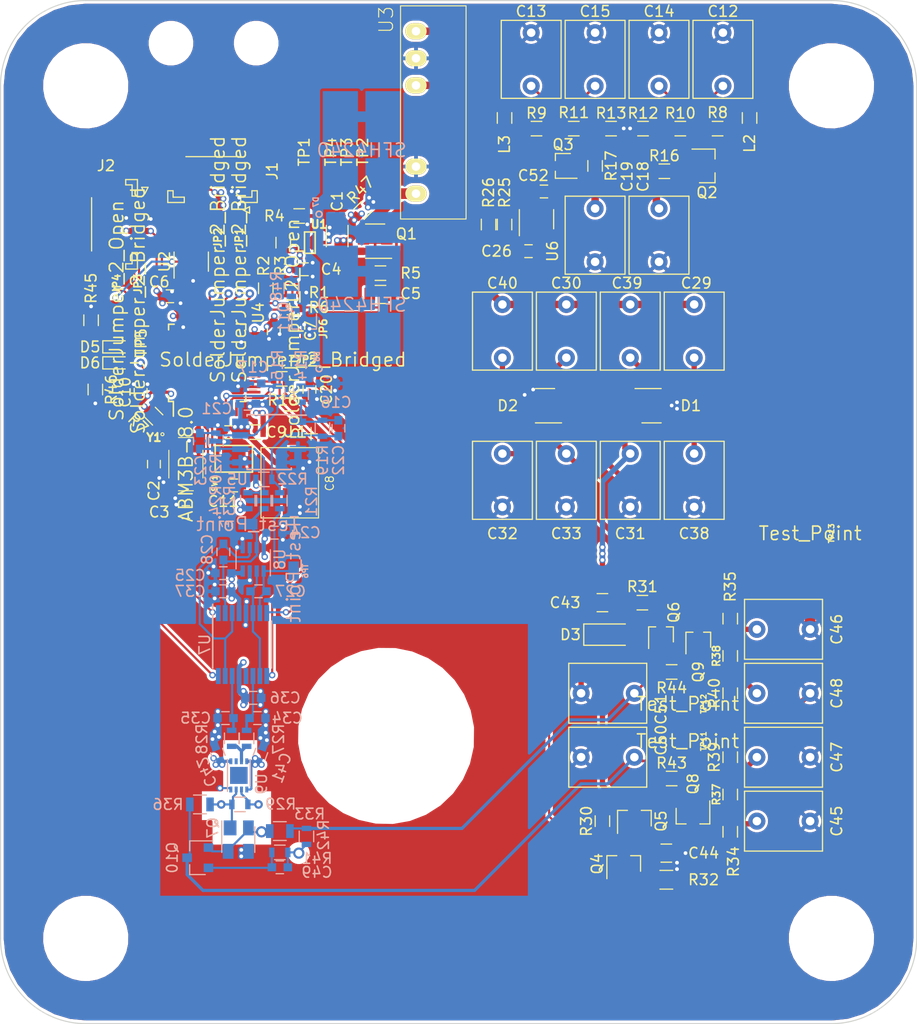
<source format=kicad_pcb>
(kicad_pcb (version 20171130) (host pcbnew "(2017-12-21 revision 7586afd53)-makepkg")
  (layers (0 F.Cu signal) (1 In1.Cu signal) (2 In2.Cu signal) (31 B.Cu signal) (34 B.Paste user) (35 F.Paste user) (36 B.SilkS user) (37 F.SilkS user) (38 B.Mask user) (39 F.Mask user) (44 Edge.Cuts user))
  (net 0 "")
  (net 1 VBUS)
  (net 2 GND)
  (net 3 "Net-(C2-Pad2)")
  (net 4 "Net-(C3-Pad2)")
  (net 5 +3.6V)
  (net 6 VDDA)
  (net 7 VbiasCtl)
  (net 8 +5V)
  (net 9 -5V)
  (net 10 "Net-(C22-Pad2)")
  (net 11 "Net-(C26-Pad2)")
  (net 12 "Net-(C26-Pad1)")
  (net 13 "Net-(C27-Pad2)")
  (net 14 "Net-(C29-Pad1)")
  (net 15 "Net-(C31-Pad1)")
  (net 16 "Net-(C38-Pad2)")
  (net 17 "Net-(C39-Pad2)")
  (net 18 "Net-(C44-Pad2)")
  (net 19 Vbias+)
  (net 20 Vbias-)
  (net 21 "Net-(J1-Pad3)")
  (net 22 "Net-(J1-Pad4)")
  (net 23 "Net-(J2-Pad4)")
  (net 24 "Net-(J2-Pad1)")
  (net 25 "Net-(L2-Pad1)")
  (net 26 "Net-(Q1-Pad4)")
  (net 27 "Net-(Q2-Pad2)")
  (net 28 "Net-(Q3-Pad2)")
  (net 29 "Net-(Q6-Pad2)")
  (net 30 "Net-(Q9-Pad2)")
  (net 31 "Net-(R1-Pad2)")
  (net 32 "Net-(R3-Pad1)")
  (net 33 "Net-(U2-Pad3)")
  (net 34 "Net-(U2-Pad1)")
  (net 35 "Net-(C16-Pad2)")
  (net 36 "Net-(C22-Pad1)")
  (net 37 "Net-(C27-Pad1)")
  (net 38 "Net-(C28-Pad1)")
  (net 39 "Net-(C28-Pad2)")
  (net 40 "Net-(C30-Pad1)")
  (net 41 "Net-(C33-Pad2)")
  (net 42 "Net-(C34-Pad2)")
  (net 43 "Net-(C43-Pad2)")
  (net 44 "Net-(C45-Pad2)")
  (net 45 "Net-(C46-Pad1)")
  (net 46 "Net-(C47-Pad2)")
  (net 47 "Net-(C48-Pad1)")
  (net 48 "Net-(C49-Pad1)")
  (net 49 "Net-(C49-Pad2)")
  (net 50 "Net-(D4-Pad2)")
  (net 51 ~RESET_A)
  (net 52 "Net-(JP1-Pad1)")
  (net 53 ~RESET_B)
  (net 54 "Net-(JP2-Pad1)")
  (net 55 "Net-(JP3-Pad1)")
  (net 56 ~INT_A)
  (net 57 "Net-(JP4-Pad1)")
  (net 58 ~INT_B)
  (net 59 "Net-(JP5-Pad1)")
  (net 60 "Net-(JP6-Pad1)")
  (net 61 "Net-(L3-Pad1)")
  (net 62 "Net-(Q4-Pad2)")
  (net 63 "Net-(Q5-Pad2)")
  (net 64 "Net-(Q7-Pad1)")
  (net 65 "Net-(Q8-Pad2)")
  (net 66 "Net-(R6-Pad1)")
  (net 67 "Net-(R7-Pad1)")
  (net 68 "Net-(R25-Pad2)")
  (net 69 "Net-(R27-Pad1)")
  (net 70 "Net-(R29-Pad1)")
  (net 71 "Net-(TP1-Pad1)")
  (net 72 "Net-(TP2-Pad1)")
  (net 73 "Net-(TP3-Pad1)")
  (net 74 "Net-(TP4-Pad1)")
  (net 75 "Net-(TP5-Pad1)")
  (net 76 "Net-(C5-Pad2)")
  (net 77 "Net-(C5-Pad1)")
  (net 78 "Net-(C11-Pad1)")
  (net 79 "Net-(C12-Pad2)")
  (net 80 "Net-(C13-Pad1)")
  (net 81 "Net-(C14-Pad2)")
  (net 82 "Net-(C15-Pad1)")
  (net 83 "Net-(C17-Pad2)")
  (net 84 "Net-(C23-Pad2)")
  (net 85 "Net-(C23-Pad1)")
  (net 86 "Net-(C29-Pad2)")
  (net 87 "Net-(C32-Pad1)")
  (net 88 "Net-(C35-Pad2)")
  (net 89 "Net-(C40-Pad2)")
  (net 90 "Net-(R18-Pad2)")
  (net 91 "Net-(D5-Pad2)")
  (net 92 "Net-(D5-Pad1)")
  (net 93 "Net-(D6-Pad1)")
  (net 94 "Net-(D6-Pad2)")
  (net 95 "Net-(U4-Pad43)")
  (net 96 "Net-(U4-Pad42)")
  (net 97 "Net-(U4-Pad20)")
  (net 98 "Net-(U4-Pad19)")
  (net 99 "Net-(U4-Pad17)")
  (net 100 "Net-(U4-Pad16)")
  (net 101 "Net-(U4-Pad14)")
  (net 102 "Net-(U4-Pad13)")
  (net 103 "Net-(U4-Pad12)")
  (net 104 "Net-(U4-Pad4)")
  (net 105 "Net-(U4-Pad3)")
  (net 106 "Net-(U4-Pad2)")
  (net 107 "Net-(U7-Pad12)")
  (net 108 "Net-(U9-Pad6)")
  (net 109 "Net-(C52-Pad2)")
  (net 110 "Net-(D7-Pad1)")
  (net 111 "Net-(D7-Pad2)")
  (net 112 "Net-(D8-Pad1)")
  (net 113 "Net-(Q11-Pad1)")
  (module Capacitors_SMD:C_1206 (layer F.Cu) (at 93.6 72.1 270)
    (fp_text reference C1 (at -3.268265 0 270) (layer F.SilkS))
    (fp_text value 10u)
    (pad 2 smd rect (at 1.5 0 270) (size 1 1.6) (layers F.Cu F.Paste F.Mask) (net 1 VBUS))
    (pad 1 smd rect (at -1.5 0 270) (size 1 1.6) (layers F.Cu F.Paste F.Mask) (net 2 GND))
  )
  (module Connectors_JST:JST_GH_SM04B-GHS-TB_04x1.25mm_Angled (layer F.Cu) (at 81.9 67.5 180)
    (fp_text reference J1 (at -5.6 1.5 270) (layer F.SilkS))
    (fp_text value USB)
    (pad 1 smd rect (at -1.875 -1.6 180) (size 0.6 1.8) (layers F.Cu F.Paste F.Mask) (net 2 GND))
    (pad 2 smd rect (at -0.625 -1.6 180) (size 0.6 1.8) (layers F.Cu F.Paste F.Mask) (net 1 VBUS))
    (pad 3 smd rect (at 0.625 -1.6 180) (size 0.6 1.8) (layers F.Cu F.Paste F.Mask) (net 21 "Net-(J1-Pad3)"))
    (pad 4 smd rect (at 1.875 -1.6 180) (size 0.6 1.8) (layers F.Cu F.Paste F.Mask) (net 22 "Net-(J1-Pad4)"))
    (pad "" smd rect (at 3.6 1.6 180) (size 1 2.8) (layers F.Cu F.Paste F.Mask))
    (pad "" smd rect (at -3.6 1.6 180) (size 1 2.8) (layers F.Cu F.Paste F.Mask))
  )
  (module "My footprints:OSRAM_SFH4240" (layer B.Cu) (at 95.9 64.05 180)
    (fp_text reference D7 (at 4.3 -4.85 90) (layer B.SilkS) (effects (font (size 0.5 0.5)) (justify mirror)))
    (fp_text value SFH4240 (at 0 0 180) (layer B.SilkS) (effects (font (size 1.27 1.27)) (justify mirror)))
    (pad 1 smd rect (at 2 -3.15 180) (size 3.3 4.8) (layers B.Cu B.Paste B.Mask) (net 110 "Net-(D7-Pad1)"))
    (pad 2 smd rect (at -2 -3.15 180) (size 3.3 4.8) (layers B.Cu B.Paste B.Mask) (net 111 "Net-(D7-Pad2)"))
    (pad 3 smd rect (at -2 3.15 180) (size 3.3 4.8) (layers B.Cu B.Paste B.Mask) (net 111 "Net-(D7-Pad2)"))
    (pad 4 smd rect (at 2 3.15 180) (size 3.3 4.8) (layers B.Cu B.Paste B.Mask) (net 111 "Net-(D7-Pad2)"))
  )
  (module TO_SOT_Packages_SMD:SOT-323_SC-70 (layer B.Cu) (at 90.5 80.1 270)
    (fp_text reference Q11 (at -0.4 1.9 270) (layer B.SilkS) (effects (justify mirror)))
    (fp_text value BSS214NW)
    (pad 3 smd rect (at 1 0) (size 0.45 0.7) (layers B.Cu B.Paste B.Mask) (net 2 GND))
    (pad 2 smd rect (at -1 -0.65) (size 0.45 0.7) (layers B.Cu B.Paste B.Mask) (net 112 "Net-(D8-Pad1)"))
    (pad 1 smd rect (at -1 0.65) (size 0.45 0.7) (layers B.Cu B.Paste B.Mask) (net 113 "Net-(Q11-Pad1)"))
  )
  (module "My footprints:OSRAM_SFH4240" (layer B.Cu) (at 95.9 78.55 180)
    (fp_text reference D8 (at 4.2 -4.85 90) (layer B.SilkS) (effects (font (size 0.5 0.5)) (justify mirror)))
    (fp_text value SFH4240 (at 0 0 180) (layer B.SilkS) (effects (font (size 1.27 1.27)) (justify mirror)))
    (pad 4 smd rect (at 2 3.15 180) (size 3.3 4.8) (layers B.Cu B.Paste B.Mask) (net 110 "Net-(D7-Pad1)"))
    (pad 3 smd rect (at -2 3.15 180) (size 3.3 4.8) (layers B.Cu B.Paste B.Mask) (net 110 "Net-(D7-Pad1)"))
    (pad 2 smd rect (at -2 -3.15 180) (size 3.3 4.8) (layers B.Cu B.Paste B.Mask) (net 110 "Net-(D7-Pad1)"))
    (pad 1 smd rect (at 2 -3.15 180) (size 3.3 4.8) (layers B.Cu B.Paste B.Mask) (net 112 "Net-(D8-Pad1)"))
  )
  (module Resistors_SMD:R_0603 (layer F.Cu) (at 96 69.7 225)
    (fp_text reference R47 (at -1.202082 1.484924 225) (layer F.SilkS))
    (fp_text value 10)
    (pad 1 smd rect (at -0.75 0 225) (size 0.5 0.9) (layers F.Cu F.Paste F.Mask) (net 111 "Net-(D7-Pad2)"))
    (pad 2 smd rect (at 0.75 0 225) (size 0.5 0.9) (layers F.Cu F.Paste F.Mask) (net 1 VBUS))
  )
  (module Resistors_SMD:R_0603 (layer B.Cu) (at 89.3 77 90)
    (fp_text reference R48 (at 0.2 -1.4 90) (layer B.SilkS) (effects (justify mirror)))
    (fp_text value 100k)
    (pad 2 smd rect (at 0.75 0 90) (size 0.5 0.9) (layers B.Cu B.Paste B.Mask) (net 2 GND))
    (pad 1 smd rect (at -0.75 0 90) (size 0.5 0.9) (layers B.Cu B.Paste B.Mask) (net 113 "Net-(Q11-Pad1)"))
  )
  (module TO_SOT_Packages_SMD:SOT-143 (layer B.Cu) (at 84.317424 128.731944 270)
    (fp_text reference Q7 (at -1.1 2.4 90) (layer B.SilkS) (effects (justify mirror)))
    (fp_text value BFG25A/X)
    (pad 4 smd rect (at 1.1 0.95) (size 1 1.4) (layers B.Cu B.Paste B.Mask) (net 50 "Net-(D4-Pad2)"))
    (pad 3 smd rect (at 1.1 -0.95) (size 1 1.4) (layers B.Cu B.Paste B.Mask) (net 2 GND))
    (pad 2 smd rect (at -1.1 -0.95) (size 1 1.4) (layers B.Cu B.Paste B.Mask) (net 50 "Net-(D4-Pad2)"))
    (pad 1 smd rect (at -1.1 0.77) (size 1.2 1.4) (layers B.Cu B.Paste B.Mask) (net 64 "Net-(Q7-Pad1)"))
  )
  (module Resistors_SMD:R_0603 (layer B.Cu) (at 85.1 119.231944 90)
    (fp_text reference R27 (at -0.068056 3 90) (layer B.SilkS) (effects (justify mirror)))
    (fp_text value 680)
    (pad 2 smd rect (at 0.75 0 90) (size 0.5 0.9) (layers B.Cu B.Paste B.Mask) (net 42 "Net-(C34-Pad2)"))
    (pad 1 smd rect (at -0.75 0 90) (size 0.5 0.9) (layers B.Cu B.Paste B.Mask) (net 69 "Net-(R27-Pad1)"))
  )
  (module Resistors_SMD:R_0603 (layer B.Cu) (at 83.7 119.231944 90)
    (fp_text reference R28 (at -0.068056 -2.8 90) (layer B.SilkS) (effects (justify mirror)))
    (fp_text value 680)
    (pad 1 smd rect (at -0.75 0 90) (size 0.5 0.9) (layers B.Cu B.Paste B.Mask) (net 69 "Net-(R27-Pad1)"))
    (pad 2 smd rect (at 0.75 0 90) (size 0.5 0.9) (layers B.Cu B.Paste B.Mask) (net 88 "Net-(C35-Pad2)"))
  )
  (module Housings_CSP:LFCSP-8-1EP_2x3mm_Pitch0.5mm (layer B.Cu) (at 84.367633 122.708278 90)
    (fp_text reference U9 (at -0.791722 2.132367 90) (layer B.SilkS) (effects (justify mirror)))
    (fp_text value ADA4817-1)
    (pad 9 smd rect (at 0 0 90) (size 1.6 1.65) (layers B.Cu B.Paste B.Mask))
    (pad 8 smd rect (at 1.325 0.75 90) (size 0.55 0.28) (layers B.Cu B.Paste B.Mask) (net 8 +5V))
    (pad 7 smd rect (at 1.325 0.25 90) (size 0.55 0.28) (layers B.Cu B.Paste B.Mask) (net 69 "Net-(R27-Pad1)"))
    (pad 6 smd rect (at 1.325 -0.25 90) (size 0.55 0.28) (layers B.Cu B.Paste B.Mask) (net 108 "Net-(U9-Pad6)"))
    (pad 5 smd rect (at 1.325 -0.75 90) (size 0.55 0.28) (layers B.Cu B.Paste B.Mask) (net 9 -5V))
    (pad 4 smd rect (at -1.325 -0.75 90) (size 0.55 0.28) (layers B.Cu B.Paste B.Mask) (net 2 GND))
    (pad 3 smd rect (at -1.325 -0.25 90) (size 0.55 0.28) (layers B.Cu B.Paste B.Mask) (net 64 "Net-(Q7-Pad1)"))
    (pad 2 smd rect (at -1.325 0.25 90) (size 0.55 0.28) (layers B.Cu B.Paste B.Mask) (net 70 "Net-(R29-Pad1)"))
    (pad 1 smd rect (at -1.325 0.75 90) (size 0.55 0.28) (layers B.Cu B.Paste B.Mask) (net 8 +5V))
  )
  (module Capacitors_THT:C_Rect_L7.2mm_W5.5mm_P5.00mm_FKS2_FKP2_MKS2_MKP2 (layer F.Cu) (at 129.812802 53.018363 270)
    (fp_text reference C12 (at -2 0) (layer F.SilkS))
    (fp_text value 1u)
    (pad 1 thru_hole circle (at 0 0 270) (size 1.6 1.6) (drill 0.8) (layers *.Cu *.Mask) (net 2 GND))
    (pad 2 thru_hole circle (at 5 0 270) (size 1.6 1.6) (drill 0.8) (layers *.Cu *.Mask) (net 79 "Net-(C12-Pad2)"))
  )
  (module "My footprints:SolderWirePad_single_0-65mmDrill" (layer F.Cu) (at 90 130 180)
    (fp_text reference TP hide)
    (fp_text value Test_Point)
    (pad 1 thru_hole circle (at 0 0 180) (size 1.05 1.05) (drill 0.65) (layers *.Cu *.Mask) (net 48 "Net-(C49-Pad1)") (clearance 0.5))
  )
  (module Capacitors_SMD:C_0603 (layer F.Cu) (at 76.4 93.5 90)
    (fp_text reference C2 (at -2.5 0 90) (layer F.SilkS))
    (fp_text value 10p)
    (pad 2 smd rect (at 0.75 0 90) (size 0.8 0.75) (layers F.Cu F.Paste F.Mask) (net 3 "Net-(C2-Pad2)"))
    (pad 1 smd rect (at -0.75 0 90) (size 0.8 0.75) (layers F.Cu F.Paste F.Mask) (net 2 GND))
  )
  (module Capacitors_SMD:C_0603 (layer F.Cu) (at 79.4 98)
    (fp_text reference C3 (at -2.5 0) (layer F.SilkS))
    (fp_text value 10p)
    (pad 2 smd rect (at 0.75 0) (size 0.8 0.75) (layers F.Cu F.Paste F.Mask) (net 4 "Net-(C3-Pad2)"))
    (pad 1 smd rect (at -0.75 0) (size 0.8 0.75) (layers F.Cu F.Paste F.Mask) (net 2 GND))
  )
  (module Capacitors_SMD:C_0603 (layer F.Cu) (at 90.536467 75.218265 180)
    (fp_text reference C4 (at -2.5 0 180) (layer F.SilkS))
    (fp_text value 1u)
    (pad 1 smd rect (at -0.75 0 180) (size 0.8 0.75) (layers F.Cu F.Paste F.Mask) (net 2 GND))
    (pad 2 smd rect (at 0.75 0 180) (size 0.8 0.75) (layers F.Cu F.Paste F.Mask) (net 5 +3.6V))
  )
  (module Capacitors_SMD:C_0603 (layer F.Cu) (at 77.9 77.75)
    (fp_text reference C6 (at -1 -1.35) (layer F.SilkS))
    (fp_text value 100n)
    (pad 2 smd rect (at 0.75 0) (size 0.8 0.75) (layers F.Cu F.Paste F.Mask) (net 2 GND))
    (pad 1 smd rect (at -0.75 0) (size 0.8 0.75) (layers F.Cu F.Paste F.Mask) (net 5 +3.6V))
  )
  (module Capacitors_SMD:C_0603 (layer F.Cu) (at 87.65 81 270)
    (fp_text reference C7 (at 0 -3.45 270) (layer F.SilkS))
    (fp_text value 100n)
    (pad 2 smd rect (at 0.75 0 270) (size 0.8 0.75) (layers F.Cu F.Paste F.Mask) (net 2 GND))
    (pad 1 smd rect (at -0.75 0 270) (size 0.8 0.75) (layers F.Cu F.Paste F.Mask) (net 5 +3.6V))
  )
  (module "My footprints:Panasonic_ECEV1CA220P" (layer F.Cu) (at 89.15 95.25 270)
    (fp_text reference C8 (at 0.05 -3.75 270) (layer F.SilkS) (effects (font (size 0.762 0.762) (thickness 0.1))))
    (fp_text value "10u electrolytic" hide)
    (pad 2 smd rect (at 1.9 0 270) (size 2.8 1.3) (layers F.Cu F.Paste F.Mask) (net 2 GND))
    (pad 1 smd rect (at -1.9 0 270) (size 2.8 1.3) (layers F.Cu F.Paste F.Mask) (net 6 VDDA))
  )
  (module Capacitors_SMD:C_0603 (layer F.Cu) (at 83.4 90.5 180)
    (fp_text reference C9 (at -4.5 0 180) (layer F.SilkS))
    (fp_text value 100n)
    (pad 2 smd rect (at 0.75 0 180) (size 0.8 0.75) (layers F.Cu F.Paste F.Mask) (net 2 GND))
    (pad 1 smd rect (at -0.75 0 180) (size 0.8 0.75) (layers F.Cu F.Paste F.Mask) (net 6 VDDA))
  )
  (module Capacitors_SMD:C_0603 (layer F.Cu) (at 75.15 86.75 90)
    (fp_text reference C10 (at 0 -1.45 90) (layer F.SilkS))
    (fp_text value 100n)
    (pad 1 smd rect (at -0.75 0 90) (size 0.8 0.75) (layers F.Cu F.Paste F.Mask) (net 5 +3.6V))
    (pad 2 smd rect (at 0.75 0 90) (size 0.8 0.75) (layers F.Cu F.Paste F.Mask) (net 2 GND))
  )
  (module Capacitors_SMD:C_0603 (layer F.Cu) (at 83.9 95.5)
    (fp_text reference C11 (at -1 1.5) (layer F.SilkS))
    (fp_text value 100n)
    (pad 1 smd rect (at -0.75 0) (size 0.8 0.75) (layers F.Cu F.Paste F.Mask) (net 78 "Net-(C11-Pad1)"))
    (pad 2 smd rect (at 0.75 0) (size 0.8 0.75) (layers F.Cu F.Paste F.Mask) (net 2 GND))
  )
  (module Capacitors_SMD:C_0603 (layer B.Cu) (at 92.717424 85.931944 180)
    (fp_text reference C16 (at -0.782576 -1.768056 180) (layer B.SilkS) (effects (justify mirror)))
    (fp_text value 470p)
    (pad 1 smd rect (at -0.75 0 180) (size 0.8 0.75) (layers B.Cu B.Paste B.Mask) (net 2 GND))
    (pad 2 smd rect (at 0.75 0 180) (size 0.8 0.75) (layers B.Cu B.Paste B.Mask) (net 35 "Net-(C16-Pad2)"))
  )
  (module Capacitors_SMD:C_0603 (layer F.Cu) (at 91 86.5 90)
    (fp_text reference C20 (at 0 1.6 90) (layer F.SilkS))
    (fp_text value 1u)
    (pad 2 smd rect (at 0.75 0 90) (size 0.8 0.75) (layers F.Cu F.Paste F.Mask) (net 7 VbiasCtl))
    (pad 1 smd rect (at -0.75 0 90) (size 0.8 0.75) (layers F.Cu F.Paste F.Mask) (net 2 GND))
  )
  (module Capacitors_THT:C_Rect_L7.2mm_W5.5mm_P5.00mm_FKS2_FKP2_MKS2_MKP2 (layer F.Cu) (at 111.812802 58.018363 90)
    (fp_text reference C13 (at 7 0) (layer F.SilkS))
    (fp_text value 1u)
    (pad 2 thru_hole circle (at 5 0 90) (size 1.6 1.6) (drill 0.8) (layers *.Cu *.Mask) (net 2 GND))
    (pad 1 thru_hole circle (at 0 0 90) (size 1.6 1.6) (drill 0.8) (layers *.Cu *.Mask) (net 80 "Net-(C13-Pad1)"))
  )
  (module Capacitors_THT:C_Rect_L7.2mm_W5.5mm_P5.00mm_FKS2_FKP2_MKS2_MKP2 (layer F.Cu) (at 123.812802 53.018363 270)
    (fp_text reference C14 (at -2 0 180) (layer F.SilkS))
    (fp_text value 1u)
    (pad 1 thru_hole circle (at 0 0 270) (size 1.6 1.6) (drill 0.8) (layers *.Cu *.Mask) (net 2 GND))
    (pad 2 thru_hole circle (at 5 0 270) (size 1.6 1.6) (drill 0.8) (layers *.Cu *.Mask) (net 81 "Net-(C14-Pad2)"))
  )
  (module Capacitors_THT:C_Rect_L7.2mm_W5.5mm_P5.00mm_FKS2_FKP2_MKS2_MKP2 (layer F.Cu) (at 117.812802 58.018363 90)
    (fp_text reference C15 (at 7 0) (layer F.SilkS))
    (fp_text value 1u)
    (pad 2 thru_hole circle (at 5 0 90) (size 1.6 1.6) (drill 0.8) (layers *.Cu *.Mask) (net 2 GND))
    (pad 1 thru_hole circle (at 0 0 90) (size 1.6 1.6) (drill 0.8) (layers *.Cu *.Mask) (net 82 "Net-(C15-Pad1)"))
  )
  (module Capacitors_THT:C_Rect_L7.2mm_W5.5mm_P5.00mm_FKS2_FKP2_MKS2_MKP2 (layer F.Cu) (at 123.812802 74.518363 90)
    (fp_text reference C18 (at 8 -1.5 90) (layer F.SilkS))
    (fp_text value 1u)
    (pad 2 thru_hole circle (at 5 0 90) (size 1.6 1.6) (drill 0.8) (layers *.Cu *.Mask) (net 8 +5V))
    (pad 1 thru_hole circle (at 0 0 90) (size 1.6 1.6) (drill 0.8) (layers *.Cu *.Mask) (net 2 GND))
  )
  (module Capacitors_THT:C_Rect_L7.2mm_W5.5mm_P5.00mm_FKS2_FKP2_MKS2_MKP2 (layer F.Cu) (at 117.812802 69.518363 270)
    (fp_text reference C19 (at -3 -3 90) (layer F.SilkS))
    (fp_text value 1u)
    (pad 1 thru_hole circle (at 0 0 270) (size 1.6 1.6) (drill 0.8) (layers *.Cu *.Mask) (net 9 -5V))
    (pad 2 thru_hole circle (at 5 0 270) (size 1.6 1.6) (drill 0.8) (layers *.Cu *.Mask) (net 2 GND))
  )
  (module Capacitors_SMD:C_0603 (layer F.Cu) (at 111.562802 73.518363)
    (fp_text reference C26 (at -3 0) (layer F.SilkS))
    (fp_text value 220p)
    (pad 2 smd rect (at 0.75 0) (size 0.8 0.75) (layers F.Cu F.Paste F.Mask) (net 11 "Net-(C26-Pad2)"))
    (pad 1 smd rect (at -0.75 0) (size 0.8 0.75) (layers F.Cu F.Paste F.Mask) (net 12 "Net-(C26-Pad1)"))
  )
  (module Capacitors_SMD:C_0603 (layer B.Cu) (at 86.4 120.7 70)
    (fp_text reference C41 (at -0.53756 2.324011 70) (layer B.SilkS) (effects (justify mirror)))
    (fp_text value 100n)
    (pad 1 smd rect (at -0.75 0 70) (size 0.8 0.75) (layers B.Cu B.Paste B.Mask) (net 8 +5V))
    (pad 2 smd rect (at 0.75 0 70) (size 0.8 0.75) (layers B.Cu B.Paste B.Mask) (net 2 GND))
  )
  (module Capacitors_SMD:C_0603 (layer B.Cu) (at 82.4 120.7 110)
    (fp_text reference C42 (at -1.221255 -1.615096 290) (layer B.SilkS) (effects (justify mirror)))
    (fp_text value 100n)
    (pad 2 smd rect (at 0.75 0 110) (size 0.8 0.75) (layers B.Cu B.Paste B.Mask) (net 2 GND))
    (pad 1 smd rect (at -0.75 0 110) (size 0.8 0.75) (layers B.Cu B.Paste B.Mask) (net 9 -5V))
  )
  (module Capacitors_THT:C_Rect_L7.2mm_W5.5mm_P5.00mm_FKS2_FKP2_MKS2_MKP2 (layer F.Cu) (at 127.112802 83.518363 90)
    (fp_text reference C29 (at 7 0.2 180) (layer F.SilkS))
    (fp_text value 1u)
    (pad 1 thru_hole circle (at 0 0 90) (size 1.6 1.6) (drill 0.8) (layers *.Cu *.Mask) (net 14 "Net-(C29-Pad1)"))
    (pad 2 thru_hole circle (at 5 0 90) (size 1.6 1.6) (drill 0.8) (layers *.Cu *.Mask) (net 86 "Net-(C29-Pad2)"))
  )
  (module Capacitors_THT:C_Rect_L7.2mm_W5.5mm_P5.00mm_FKS2_FKP2_MKS2_MKP2 (layer F.Cu) (at 115.112802 83.518363 90)
    (fp_text reference C30 (at 7 0) (layer F.SilkS))
    (fp_text value 1u)
    (pad 1 thru_hole circle (at 0 0 90) (size 1.6 1.6) (drill 0.8) (layers *.Cu *.Mask) (net 40 "Net-(C30-Pad1)"))
    (pad 2 thru_hole circle (at 5 0 90) (size 1.6 1.6) (drill 0.8) (layers *.Cu *.Mask) (net 86 "Net-(C29-Pad2)"))
  )
  (module Capacitors_THT:C_Rect_L7.2mm_W5.5mm_P5.00mm_FKS2_FKP2_MKS2_MKP2 (layer F.Cu) (at 121.112802 92.518363 270)
    (fp_text reference C31 (at 7.5 0) (layer F.SilkS))
    (fp_text value 1u)
    (pad 2 thru_hole circle (at 5 0 270) (size 1.6 1.6) (drill 0.8) (layers *.Cu *.Mask) (net 2 GND))
    (pad 1 thru_hole circle (at 0 0 270) (size 1.6 1.6) (drill 0.8) (layers *.Cu *.Mask) (net 15 "Net-(C31-Pad1)"))
  )
  (module Capacitors_THT:C_Rect_L7.2mm_W5.5mm_P5.00mm_FKS2_FKP2_MKS2_MKP2 (layer F.Cu) (at 109.112802 92.518363 270)
    (fp_text reference C32 (at 7.5 0) (layer F.SilkS))
    (fp_text value 1u)
    (pad 1 thru_hole circle (at 0 0 270) (size 1.6 1.6) (drill 0.8) (layers *.Cu *.Mask) (net 87 "Net-(C32-Pad1)"))
    (pad 2 thru_hole circle (at 5 0 270) (size 1.6 1.6) (drill 0.8) (layers *.Cu *.Mask) (net 2 GND))
  )
  (module Capacitors_THT:C_Rect_L7.2mm_W5.5mm_P5.00mm_FKS2_FKP2_MKS2_MKP2 (layer F.Cu) (at 115.112802 97.518363 90)
    (fp_text reference C33 (at -2.5 0 -180) (layer F.SilkS))
    (fp_text value 1u)
    (pad 1 thru_hole circle (at 0 0 90) (size 1.6 1.6) (drill 0.8) (layers *.Cu *.Mask) (net 2 GND))
    (pad 2 thru_hole circle (at 5 0 90) (size 1.6 1.6) (drill 0.8) (layers *.Cu *.Mask) (net 41 "Net-(C33-Pad2)"))
  )
  (module Capacitors_THT:C_Rect_L7.2mm_W5.5mm_P5.00mm_FKS2_FKP2_MKS2_MKP2 (layer F.Cu) (at 127.112802 97.518363 90)
    (fp_text reference C38 (at -2.5 0 -180) (layer F.SilkS))
    (fp_text value 1u)
    (pad 2 thru_hole circle (at 5 0 90) (size 1.6 1.6) (drill 0.8) (layers *.Cu *.Mask) (net 16 "Net-(C38-Pad2)"))
    (pad 1 thru_hole circle (at 0 0 90) (size 1.6 1.6) (drill 0.8) (layers *.Cu *.Mask) (net 2 GND))
  )
  (module Capacitors_THT:C_Rect_L7.2mm_W5.5mm_P5.00mm_FKS2_FKP2_MKS2_MKP2 (layer F.Cu) (at 121.112802 78.518363 270)
    (fp_text reference C39 (at -2 0.3) (layer F.SilkS))
    (fp_text value 1u)
    (pad 1 thru_hole circle (at 0 0 270) (size 1.6 1.6) (drill 0.8) (layers *.Cu *.Mask) (net 86 "Net-(C29-Pad2)"))
    (pad 2 thru_hole circle (at 5 0 270) (size 1.6 1.6) (drill 0.8) (layers *.Cu *.Mask) (net 17 "Net-(C39-Pad2)"))
  )
  (module Capacitors_THT:C_Rect_L7.2mm_W5.5mm_P5.00mm_FKS2_FKP2_MKS2_MKP2 (layer F.Cu) (at 109.112802 78.518363 270)
    (fp_text reference C40 (at -2 0) (layer F.SilkS))
    (fp_text value 1u)
    (pad 2 thru_hole circle (at 5 0 270) (size 1.6 1.6) (drill 0.8) (layers *.Cu *.Mask) (net 89 "Net-(C40-Pad2)"))
    (pad 1 thru_hole circle (at 0 0 270) (size 1.6 1.6) (drill 0.8) (layers *.Cu *.Mask) (net 86 "Net-(C29-Pad2)"))
  )
  (module Capacitors_SMD:C_0603 (layer B.Cu) (at 88.217424 131.331944 180)
    (fp_text reference C49 (at -3.482576 -0.468056 180) (layer B.SilkS) (effects (justify mirror)))
    (fp_text value DNI)
    (pad 1 smd rect (at -0.75 0 180) (size 0.8 0.75) (layers B.Cu B.Paste B.Mask) (net 48 "Net-(C49-Pad1)"))
    (pad 2 smd rect (at 0.75 0 180) (size 0.8 0.75) (layers B.Cu B.Paste B.Mask) (net 49 "Net-(C49-Pad2)"))
  )
  (module Capacitors_SMD:C_0805 (layer F.Cu) (at 118.5 106.5)
    (fp_text reference C43 (at -3.5 0) (layer F.SilkS))
    (fp_text value 4.7n)
    (pad 2 smd rect (at 1 0) (size 1 1.25) (layers F.Cu F.Paste F.Mask) (net 43 "Net-(C43-Pad2)"))
    (pad 1 smd rect (at -1 0) (size 1 1.25) (layers F.Cu F.Paste F.Mask) (net 2 GND))
  )
  (module Capacitors_SMD:C_0805 (layer F.Cu) (at 124.5 130 180)
    (fp_text reference C44 (at -3.5 0 180) (layer F.SilkS))
    (fp_text value 4.7n)
    (pad 1 smd rect (at -1 0 180) (size 1 1.25) (layers F.Cu F.Paste F.Mask) (net 2 GND))
    (pad 2 smd rect (at 1 0 180) (size 1 1.25) (layers F.Cu F.Paste F.Mask) (net 18 "Net-(C44-Pad2)"))
  )
  (module Capacitors_THT:C_Rect_L7.2mm_W5.5mm_P5.00mm_FKS2_FKP2_MKS2_MKP2 (layer F.Cu) (at 138 127 180)
    (fp_text reference C45 (at -2.5 0 270) (layer F.SilkS))
    (fp_text value 1u)
    (pad 2 thru_hole circle (at 5 0 180) (size 1.6 1.6) (drill 0.8) (layers *.Cu *.Mask) (net 44 "Net-(C45-Pad2)"))
    (pad 1 thru_hole circle (at 0 0 180) (size 1.6 1.6) (drill 0.8) (layers *.Cu *.Mask) (net 2 GND))
  )
  (module Capacitors_THT:C_Rect_L7.2mm_W5.5mm_P5.00mm_FKS2_FKP2_MKS2_MKP2 (layer F.Cu) (at 133 109)
    (fp_text reference C46 (at 7.5 0 90) (layer F.SilkS))
    (fp_text value 1u)
    (pad 1 thru_hole circle (at 0 0) (size 1.6 1.6) (drill 0.8) (layers *.Cu *.Mask) (net 45 "Net-(C46-Pad1)"))
    (pad 2 thru_hole circle (at 5 0) (size 1.6 1.6) (drill 0.8) (layers *.Cu *.Mask) (net 2 GND))
  )
  (module Capacitors_THT:C_Rect_L7.2mm_W5.5mm_P5.00mm_FKS2_FKP2_MKS2_MKP2 (layer F.Cu) (at 138 121 180)
    (fp_text reference C47 (at -2.5 0 270) (layer F.SilkS))
    (fp_text value 1u)
    (pad 1 thru_hole circle (at 0 0 180) (size 1.6 1.6) (drill 0.8) (layers *.Cu *.Mask) (net 2 GND))
    (pad 2 thru_hole circle (at 5 0 180) (size 1.6 1.6) (drill 0.8) (layers *.Cu *.Mask) (net 46 "Net-(C47-Pad2)"))
  )
  (module Capacitors_THT:C_Rect_L7.2mm_W5.5mm_P5.00mm_FKS2_FKP2_MKS2_MKP2 (layer F.Cu) (at 133 115)
    (fp_text reference C48 (at 7.5 0 90) (layer F.SilkS))
    (fp_text value 1u)
    (pad 2 thru_hole circle (at 5 0) (size 1.6 1.6) (drill 0.8) (layers *.Cu *.Mask) (net 2 GND))
    (pad 1 thru_hole circle (at 0 0) (size 1.6 1.6) (drill 0.8) (layers *.Cu *.Mask) (net 47 "Net-(C48-Pad1)"))
  )
  (module Capacitors_THT:C_Rect_L7.2mm_W5.5mm_P5.00mm_FKS2_FKP2_MKS2_MKP2 (layer F.Cu) (at 116.5 121)
    (fp_text reference C50 (at 7.5 -1.6 90) (layer F.SilkS))
    (fp_text value 1u)
    (pad 2 thru_hole circle (at 5 0) (size 1.6 1.6) (drill 0.8) (layers *.Cu *.Mask) (net 19 Vbias+))
    (pad 1 thru_hole circle (at 0 0) (size 1.6 1.6) (drill 0.8) (layers *.Cu *.Mask) (net 2 GND))
  )
  (module Capacitors_THT:C_Rect_L7.2mm_W5.5mm_P5.00mm_FKS2_FKP2_MKS2_MKP2 (layer F.Cu) (at 121.5 115 180)
    (fp_text reference C51 (at -2.5 -1.5 270) (layer F.SilkS))
    (fp_text value 1u)
    (pad 2 thru_hole circle (at 5 0 180) (size 1.6 1.6) (drill 0.8) (layers *.Cu *.Mask) (net 2 GND))
    (pad 1 thru_hole circle (at 0 0 180) (size 1.6 1.6) (drill 0.8) (layers *.Cu *.Mask) (net 20 Vbias-))
  )
  (module TO_SOT_Packages_SMD:SOT-23-6 (layer F.Cu) (at 123.112802 88.018363)
    (fp_text reference D1 (at 3.687198 0) (layer F.SilkS))
    (fp_text value SD103ASDM)
    (pad 1 smd rect (at -1.1 -0.95) (size 1.06 0.65) (layers F.Cu F.Paste F.Mask) (net 87 "Net-(C32-Pad1)"))
    (pad 2 smd rect (at -1.1 0) (size 1.06 0.65) (layers F.Cu F.Paste F.Mask) (net 15 "Net-(C31-Pad1)"))
    (pad 3 smd rect (at -1.1 0.95) (size 1.06 0.65) (layers F.Cu F.Paste F.Mask) (net 17 "Net-(C39-Pad2)"))
    (pad 4 smd rect (at 1.1 0.95) (size 1.06 0.65) (layers F.Cu F.Paste F.Mask) (net 16 "Net-(C38-Pad2)"))
    (pad 6 smd rect (at 1.1 -0.95) (size 1.06 0.65) (layers F.Cu F.Paste F.Mask) (net 14 "Net-(C29-Pad1)"))
    (pad 5 smd rect (at 1.1 0) (size 1.06 0.65) (layers F.Cu F.Paste F.Mask) (net 2 GND))
  )
  (module TO_SOT_Packages_SMD:SOT-23-6 (layer F.Cu) (at 113.112802 88.018363 180)
    (fp_text reference D2 (at 3.5 0 180) (layer F.SilkS))
    (fp_text value SD103ASDM)
    (pad 5 smd rect (at 1.1 0 180) (size 1.06 0.65) (layers F.Cu F.Paste F.Mask) (net 87 "Net-(C32-Pad1)"))
    (pad 6 smd rect (at 1.1 -0.95 180) (size 1.06 0.65) (layers F.Cu F.Paste F.Mask) (net 89 "Net-(C40-Pad2)"))
    (pad 4 smd rect (at 1.1 0.95 180) (size 1.06 0.65) (layers F.Cu F.Paste F.Mask) (net 2 GND))
    (pad 3 smd rect (at -1.1 0.95 180) (size 1.06 0.65) (layers F.Cu F.Paste F.Mask) (net 40 "Net-(C30-Pad1)"))
    (pad 2 smd rect (at -1.1 0 180) (size 1.06 0.65) (layers F.Cu F.Paste F.Mask) (net 16 "Net-(C38-Pad2)"))
    (pad 1 smd rect (at -1.1 -0.95 180) (size 1.06 0.65) (layers F.Cu F.Paste F.Mask) (net 41 "Net-(C33-Pad2)"))
  )
  (module Diodes_SMD:D_SOD-123 (layer F.Cu) (at 119 109.5)
    (fp_text reference D3 (at -3.5 0) (layer F.SilkS))
    (fp_text value BZT52C27)
    (pad 2 smd rect (at 1.65 0) (size 0.9 1.2) (layers F.Cu F.Paste F.Mask) (net 43 "Net-(C43-Pad2)"))
    (pad 1 smd rect (at -1.65 0) (size 0.9 1.2) (layers F.Cu F.Paste F.Mask) (net 2 GND))
  )
  (module Connectors_JST:JST_GH_SM04B-GHS-TB_04x1.25mm_Angled (layer F.Cu) (at 73.4 71 270)
    (fp_text reference J2 (at -5.5 1.5) (layer F.SilkS))
    (fp_text value "JTAG SWD")
    (pad "" smd rect (at -3.6 1.6 270) (size 1 2.8) (layers F.Cu F.Paste F.Mask))
    (pad "" smd rect (at 3.6 1.6 270) (size 1 2.8) (layers F.Cu F.Paste F.Mask))
    (pad 4 smd rect (at 1.875 -1.6 270) (size 0.6 1.8) (layers F.Cu F.Paste F.Mask) (net 23 "Net-(J2-Pad4)"))
    (pad 3 smd rect (at 0.625 -1.6 270) (size 0.6 1.8) (layers F.Cu F.Paste F.Mask) (net 5 +3.6V))
    (pad 2 smd rect (at -0.625 -1.6 270) (size 0.6 1.8) (layers F.Cu F.Paste F.Mask) (net 2 GND))
    (pad 1 smd rect (at -1.875 -1.6 270) (size 0.6 1.8) (layers F.Cu F.Paste F.Mask) (net 24 "Net-(J2-Pad1)"))
  )
  (module Resistors_SMD:R_0603 (layer F.Cu) (at 85.9 90.5)
    (fp_text reference L1 (at 4 0) (layer F.SilkS))
    (fp_text value FB)
    (pad 1 smd rect (at -0.75 0) (size 0.5 0.9) (layers F.Cu F.Paste F.Mask) (net 6 VDDA))
    (pad 2 smd rect (at 0.75 0) (size 0.5 0.9) (layers F.Cu F.Paste F.Mask) (net 5 +3.6V))
  )
  (module Resistors_SMD:R_0603 (layer F.Cu) (at 132.312802 61.018363 270)
    (fp_text reference L2 (at 2.381637 0 270) (layer F.SilkS))
    (fp_text value FB)
    (pad 2 smd rect (at 0.75 0 270) (size 0.5 0.9) (layers F.Cu F.Paste F.Mask) (net 109 "Net-(C52-Pad2)"))
    (pad 1 smd rect (at -0.75 0 270) (size 0.5 0.9) (layers F.Cu F.Paste F.Mask) (net 25 "Net-(L2-Pad1)"))
  )
  (module Resistors_SMD:R_0603 (layer F.Cu) (at 109.312802 61.018363 270)
    (fp_text reference L3 (at 2.481637 0.012802 270) (layer F.SilkS))
    (fp_text value FB)
    (pad 1 smd rect (at -0.75 0 270) (size 0.5 0.9) (layers F.Cu F.Paste F.Mask) (net 61 "Net-(L3-Pad1)"))
    (pad 2 smd rect (at 0.75 0 270) (size 0.5 0.9) (layers F.Cu F.Paste F.Mask) (net 11 "Net-(C26-Pad2)"))
  )
  (module TO_SOT_Packages_SMD:SOT-23-6 (layer F.Cu) (at 97.164306 72.579909 180)
    (fp_text reference Q1 (at -2.935694 0.679909 180) (layer F.SilkS))
    (fp_text value DMP2240UDM)
    (pad 1 smd rect (at -1.1 -0.95 180) (size 1.06 0.65) (layers F.Cu F.Paste F.Mask) (net 77 "Net-(C5-Pad1)"))
    (pad 2 smd rect (at -1.1 0 180) (size 1.06 0.65) (layers F.Cu F.Paste F.Mask) (net 76 "Net-(C5-Pad2)"))
    (pad 3 smd rect (at -1.1 0.95 180) (size 1.06 0.65) (layers F.Cu F.Paste F.Mask) (net 77 "Net-(C5-Pad1)"))
    (pad 4 smd rect (at 1.1 0.95 180) (size 1.06 0.65) (layers F.Cu F.Paste F.Mask) (net 26 "Net-(Q1-Pad4)"))
    (pad 6 smd rect (at 1.1 -0.95 180) (size 1.06 0.65) (layers F.Cu F.Paste F.Mask) (net 1 VBUS))
    (pad 5 smd rect (at 1.1 0 180) (size 1.06 0.65) (layers F.Cu F.Paste F.Mask) (net 76 "Net-(C5-Pad2)"))
  )
  (module TO_SOT_Packages_SMD:SOT-23 (layer F.Cu) (at 128.312802 65.518363)
    (fp_text reference Q2 (at 0 2.5) (layer F.SilkS))
    (fp_text value MMBT6429)
    (pad 3 smd rect (at 1 0) (size 0.9 0.8) (layers F.Cu F.Paste F.Mask) (net 109 "Net-(C52-Pad2)"))
    (pad 2 smd rect (at -1 0.95) (size 0.9 0.8) (layers F.Cu F.Paste F.Mask) (net 27 "Net-(Q2-Pad2)"))
    (pad 1 smd rect (at -1 -0.95) (size 0.9 0.8) (layers F.Cu F.Paste F.Mask) (net 81 "Net-(C14-Pad2)"))
  )
  (module TO_SOT_Packages_SMD:SOT-323_SC-70 (layer F.Cu) (at 114.812802 65.518363 180)
    (fp_text reference Q3 (at 0 2 180) (layer F.SilkS))
    (fp_text value BC858C)
    (pad 3 smd rect (at 1 0 90) (size 0.45 0.7) (layers F.Cu F.Paste F.Mask) (net 11 "Net-(C26-Pad2)"))
    (pad 2 smd rect (at -1 0.65 90) (size 0.45 0.7) (layers F.Cu F.Paste F.Mask) (net 28 "Net-(Q3-Pad2)"))
    (pad 1 smd rect (at -1 -0.65 90) (size 0.45 0.7) (layers F.Cu F.Paste F.Mask) (net 82 "Net-(C15-Pad1)"))
  )
  (module TO_SOT_Packages_SMD:SOT-23 (layer B.Cu) (at 80.517424 130.431944 180)
    (fp_text reference Q10 (at 2.4 0 90) (layer B.SilkS) (effects (justify mirror)))
    (fp_text value "MMBT6429: DNI")
    (pad 1 smd rect (at -1 0.95 180) (size 0.9 0.8) (layers B.Cu B.Paste B.Mask) (net 50 "Net-(D4-Pad2)"))
    (pad 2 smd rect (at -1 -0.95 180) (size 0.9 0.8) (layers B.Cu B.Paste B.Mask) (net 49 "Net-(C49-Pad2)"))
    (pad 3 smd rect (at 1 0 180) (size 0.9 0.8) (layers B.Cu B.Paste B.Mask) (net 19 Vbias+))
  )
  (module TO_SOT_Packages_SMD:SOT-23 (layer F.Cu) (at 120.5 131 90)
    (fp_text reference Q4 (at 0 -2.5 90) (layer F.SilkS))
    (fp_text value MMBT3904)
    (pad 3 smd rect (at 1 0 90) (size 0.9 0.8) (layers F.Cu F.Paste F.Mask) (net 18 "Net-(C44-Pad2)"))
    (pad 2 smd rect (at -1 0.95 90) (size 0.9 0.8) (layers F.Cu F.Paste F.Mask) (net 62 "Net-(Q4-Pad2)"))
    (pad 1 smd rect (at -1 -0.95 90) (size 0.9 0.8) (layers F.Cu F.Paste F.Mask) (net 7 VbiasCtl))
  )
  (module TO_SOT_Packages_SMD:SOT-23 (layer F.Cu) (at 121.5 126.75 90)
    (fp_text reference Q5 (at -0.25 2.5 90) (layer F.SilkS))
    (fp_text value MMBT6429)
    (pad 1 smd rect (at -1 -0.95 90) (size 0.9 0.8) (layers F.Cu F.Paste F.Mask) (net 18 "Net-(C44-Pad2)"))
    (pad 2 smd rect (at -1 0.95 90) (size 0.9 0.8) (layers F.Cu F.Paste F.Mask) (net 63 "Net-(Q5-Pad2)"))
    (pad 3 smd rect (at 1 0 90) (size 0.9 0.8) (layers F.Cu F.Paste F.Mask) (net 15 "Net-(C31-Pad1)"))
  )
  (module TO_SOT_Packages_SMD:SOT-323_SC-70 (layer F.Cu) (at 124 109.5 90)
    (fp_text reference Q6 (at 2.1 1.2 90) (layer F.SilkS))
    (fp_text value BC858C)
    (pad 1 smd rect (at -1 -0.65) (size 0.45 0.7) (layers F.Cu F.Paste F.Mask) (net 43 "Net-(C43-Pad2)"))
    (pad 2 smd rect (at -1 0.65) (size 0.45 0.7) (layers F.Cu F.Paste F.Mask) (net 29 "Net-(Q6-Pad2)"))
    (pad 3 smd rect (at 1 0) (size 0.45 0.7) (layers F.Cu F.Paste F.Mask) (net 41 "Net-(C33-Pad2)"))
  )
  (module TO_SOT_Packages_SMD:SOT-23 (layer F.Cu) (at 127 126.5 270)
    (fp_text reference Q8 (at -3 0 270) (layer F.SilkS))
    (fp_text value MMBT6429)
    (pad 3 smd rect (at 1 0 270) (size 0.9 0.8) (layers F.Cu F.Paste F.Mask) (net 63 "Net-(Q5-Pad2)"))
    (pad 2 smd rect (at -1 0.95 270) (size 0.9 0.8) (layers F.Cu F.Paste F.Mask) (net 65 "Net-(Q8-Pad2)"))
    (pad 1 smd rect (at -1 -0.95 270) (size 0.9 0.8) (layers F.Cu F.Paste F.Mask) (net 46 "Net-(C47-Pad2)"))
  )
  (module TO_SOT_Packages_SMD:SOT-323_SC-70 (layer F.Cu) (at 127.5 110 90)
    (fp_text reference Q9 (at -3 0 90) (layer F.SilkS))
    (fp_text value BC858C)
    (pad 3 smd rect (at 1 0) (size 0.45 0.7) (layers F.Cu F.Paste F.Mask) (net 29 "Net-(Q6-Pad2)"))
    (pad 2 smd rect (at -1 0.65) (size 0.45 0.7) (layers F.Cu F.Paste F.Mask) (net 30 "Net-(Q9-Pad2)"))
    (pad 1 smd rect (at -1 -0.65) (size 0.45 0.7) (layers F.Cu F.Paste F.Mask) (net 47 "Net-(C48-Pad1)"))
  )
  (module Resistors_SMD:R_0603 (layer F.Cu) (at 89.4 77.4 180)
    (fp_text reference R1 (at -2.5 0 180) (layer F.SilkS))
    (fp_text value 620k)
    (pad 2 smd rect (at 0.75 0 180) (size 0.5 0.9) (layers F.Cu F.Paste F.Mask) (net 31 "Net-(R1-Pad2)"))
    (pad 1 smd rect (at -0.75 0 180) (size 0.5 0.9) (layers F.Cu F.Paste F.Mask) (net 2 GND))
  )
  (module Resistors_SMD:R_0603 (layer F.Cu) (at 86.9 77 270)
    (fp_text reference R2 (at -2.1 0.2 270) (layer F.SilkS))
    (fp_text value 430k)
    (pad 2 smd rect (at 0.75 0 270) (size 0.5 0.9) (layers F.Cu F.Paste F.Mask) (net 31 "Net-(R1-Pad2)"))
    (pad 1 smd rect (at -0.75 0 270) (size 0.5 0.9) (layers F.Cu F.Paste F.Mask) (net 1 VBUS))
  )
  (module Resistors_SMD:R_0603 (layer F.Cu) (at 88.536467 72.718265 270)
    (fp_text reference R3 (at 2.181735 0.236467 270) (layer F.SilkS))
    (fp_text value 562k)
    (pad 1 smd rect (at -0.75 0 270) (size 0.5 0.9) (layers F.Cu F.Paste F.Mask) (net 32 "Net-(R3-Pad1)"))
    (pad 2 smd rect (at 0.75 0 270) (size 0.5 0.9) (layers F.Cu F.Paste F.Mask) (net 5 +3.6V))
  )
  (module Resistors_SMD:R_0603 (layer F.Cu) (at 90.036467 70.218265 180)
    (fp_text reference R4 (at 2.336467 0 180) (layer F.SilkS))
    (fp_text value 158k)
    (pad 2 smd rect (at 0.75 0 180) (size 0.5 0.9) (layers F.Cu F.Paste F.Mask) (net 32 "Net-(R3-Pad1)"))
    (pad 1 smd rect (at -0.75 0 180) (size 0.5 0.9) (layers F.Cu F.Paste F.Mask) (net 2 GND))
  )
  (module Resistors_SMD:R_0603 (layer F.Cu) (at 76.4 89 135)
    (fp_text reference R7 (at 0.565685 -1.555635 135) (layer F.SilkS))
    (fp_text value 0)
    (pad 2 smd rect (at 0.75 0 135) (size 0.5 0.9) (layers F.Cu F.Paste F.Mask) (net 5 +3.6V))
    (pad 1 smd rect (at -0.75 0 135) (size 0.5 0.9) (layers F.Cu F.Paste F.Mask) (net 67 "Net-(R7-Pad1)"))
  )
  (module Resistors_SMD:R_0603 (layer F.Cu) (at 97.664306 75.579909 180)
    (fp_text reference R5 (at -2.835694 0 180) (layer F.SilkS))
    (fp_text value 470k)
    (pad 1 smd rect (at -0.75 0 180) (size 0.5 0.9) (layers F.Cu F.Paste F.Mask) (net 77 "Net-(C5-Pad1)"))
    (pad 2 smd rect (at 0.75 0 180) (size 0.5 0.9) (layers F.Cu F.Paste F.Mask) (net 76 "Net-(C5-Pad2)"))
  )
  (module Resistors_SMD:R_0603 (layer F.Cu) (at 89.4 78.8)
    (fp_text reference R6 (at 2.5 0) (layer F.SilkS))
    (fp_text value 47k)
    (pad 2 smd rect (at 0.75 0) (size 0.5 0.9) (layers F.Cu F.Paste F.Mask) (net 77 "Net-(C5-Pad1)"))
    (pad 1 smd rect (at -0.75 0) (size 0.5 0.9) (layers F.Cu F.Paste F.Mask) (net 66 "Net-(R6-Pad1)"))
  )
  (module Resistors_SMD:R_0603 (layer F.Cu) (at 88.4 85.5 180)
    (fp_text reference R18 (at -0.1 -2 180) (layer F.SilkS))
    (fp_text value 10k)
    (pad 2 smd rect (at 0.75 0 180) (size 0.5 0.9) (layers F.Cu F.Paste F.Mask) (net 90 "Net-(R18-Pad2)"))
    (pad 1 smd rect (at -0.75 0 180) (size 0.5 0.9) (layers F.Cu F.Paste F.Mask) (net 7 VbiasCtl))
  )
  (module Resistors_SMD:R_0603 (layer B.Cu) (at 90.217424 86.931944 90)
    (fp_text reference R14 (at 2.731944 0 90) (layer B.SilkS) (effects (justify mirror)))
    (fp_text value 100)
    (pad 1 smd rect (at -0.75 0 90) (size 0.5 0.9) (layers B.Cu B.Paste B.Mask) (net 36 "Net-(C22-Pad1)"))
    (pad 2 smd rect (at 0.75 0 90) (size 0.5 0.9) (layers B.Cu B.Paste B.Mask) (net 35 "Net-(C16-Pad2)"))
  )
  (module Resistors_SMD:R_0603 (layer B.Cu) (at 87.994678 86.931944 90)
    (fp_text reference R15 (at 2.731944 0.005322 90) (layer B.SilkS) (effects (justify mirror)))
    (fp_text value 100)
    (pad 1 smd rect (at -0.75 0 90) (size 0.5 0.9) (layers B.Cu B.Paste B.Mask) (net 85 "Net-(C23-Pad1)"))
    (pad 2 smd rect (at 0.75 0 90) (size 0.5 0.9) (layers B.Cu B.Paste B.Mask) (net 83 "Net-(C17-Pad2)"))
  )
  (module Resistors_SMD:R_0603 (layer F.Cu) (at 129.312802 62.018363 180)
    (fp_text reference R8 (at 0 1.5 180) (layer F.SilkS))
    (fp_text value 4.7k)
    (pad 2 smd rect (at 0.75 0 180) (size 0.5 0.9) (layers F.Cu F.Paste F.Mask) (net 79 "Net-(C12-Pad2)"))
    (pad 1 smd rect (at -0.75 0 180) (size 0.5 0.9) (layers F.Cu F.Paste F.Mask) (net 109 "Net-(C52-Pad2)"))
  )
  (module Resistors_SMD:R_0603 (layer F.Cu) (at 112.312802 62.018363)
    (fp_text reference R9 (at 0 -1.45) (layer F.SilkS))
    (fp_text value 4.7k)
    (pad 1 smd rect (at -0.75 0) (size 0.5 0.9) (layers F.Cu F.Paste F.Mask) (net 11 "Net-(C26-Pad2)"))
    (pad 2 smd rect (at 0.75 0) (size 0.5 0.9) (layers F.Cu F.Paste F.Mask) (net 80 "Net-(C13-Pad1)"))
  )
  (module Resistors_SMD:R_0603 (layer F.Cu) (at 125.812802 62.018363)
    (fp_text reference R10 (at 0 -1.45) (layer F.SilkS))
    (fp_text value 4.7k)
    (pad 1 smd rect (at -0.75 0) (size 0.5 0.9) (layers F.Cu F.Paste F.Mask) (net 81 "Net-(C14-Pad2)"))
    (pad 2 smd rect (at 0.75 0) (size 0.5 0.9) (layers F.Cu F.Paste F.Mask) (net 79 "Net-(C12-Pad2)"))
  )
  (module Resistors_SMD:R_0603 (layer F.Cu) (at 115.812802 62.018363 180)
    (fp_text reference R11 (at 0 1.5 180) (layer F.SilkS))
    (fp_text value 4.7k)
    (pad 2 smd rect (at 0.75 0 180) (size 0.5 0.9) (layers F.Cu F.Paste F.Mask) (net 80 "Net-(C13-Pad1)"))
    (pad 1 smd rect (at -0.75 0 180) (size 0.5 0.9) (layers F.Cu F.Paste F.Mask) (net 82 "Net-(C15-Pad1)"))
  )
  (module Resistors_SMD:R_0603 (layer F.Cu) (at 122.312802 62.018363)
    (fp_text reference R12 (at 0 -1.45) (layer F.SilkS))
    (fp_text value 18.7k)
    (pad 1 smd rect (at -0.75 0) (size 0.5 0.9) (layers F.Cu F.Paste F.Mask) (net 2 GND))
    (pad 2 smd rect (at 0.75 0) (size 0.5 0.9) (layers F.Cu F.Paste F.Mask) (net 81 "Net-(C14-Pad2)"))
  )
  (module Resistors_SMD:R_0603 (layer F.Cu) (at 124.312802 66.018363)
    (fp_text reference R16 (at 0 -1.45) (layer F.SilkS))
    (fp_text value 10)
    (pad 2 smd rect (at 0.75 0) (size 0.5 0.9) (layers F.Cu F.Paste F.Mask) (net 27 "Net-(Q2-Pad2)"))
    (pad 1 smd rect (at -0.75 0) (size 0.5 0.9) (layers F.Cu F.Paste F.Mask) (net 8 +5V))
  )
  (module Resistors_SMD:R_0603 (layer F.Cu) (at 117.812802 65.518363 90)
    (fp_text reference R17 (at 0 1.5 90) (layer F.SilkS))
    (fp_text value 10)
    (pad 2 smd rect (at 0.75 0 90) (size 0.5 0.9) (layers F.Cu F.Paste F.Mask) (net 28 "Net-(Q3-Pad2)"))
    (pad 1 smd rect (at -0.75 0 90) (size 0.5 0.9) (layers F.Cu F.Paste F.Mask) (net 9 -5V))
  )
  (module Resistors_SMD:R_0603 (layer F.Cu) (at 109.312802 71.018363 90)
    (fp_text reference R25 (at 3 0 90) (layer F.SilkS))
    (fp_text value 47k)
    (pad 2 smd rect (at 0.75 0 90) (size 0.5 0.9) (layers F.Cu F.Paste F.Mask) (net 68 "Net-(R25-Pad2)"))
    (pad 1 smd rect (at -0.75 0 90) (size 0.5 0.9) (layers F.Cu F.Paste F.Mask) (net 12 "Net-(C26-Pad1)"))
  )
  (module Resistors_SMD:R_0603 (layer F.Cu) (at 107.812802 71.018363 90)
    (fp_text reference R26 (at 3 0 90) (layer F.SilkS))
    (fp_text value 100)
    (pad 1 smd rect (at -0.75 0 90) (size 0.5 0.9) (layers F.Cu F.Paste F.Mask) (net 86 "Net-(C29-Pad2)"))
    (pad 2 smd rect (at 0.75 0 90) (size 0.5 0.9) (layers F.Cu F.Paste F.Mask) (net 68 "Net-(R25-Pad2)"))
  )
  (module Resistors_SMD:R_0603 (layer B.Cu) (at 84.467424 125.431944 180)
    (fp_text reference R29 (at -3.832576 0.031944 180) (layer B.SilkS) (effects (justify mirror)))
    (fp_text value "820k low noise")
    (pad 2 smd rect (at 0.75 0 180) (size 0.5 0.9) (layers B.Cu B.Paste B.Mask) (net 64 "Net-(Q7-Pad1)"))
    (pad 1 smd rect (at -0.75 0 180) (size 0.5 0.9) (layers B.Cu B.Paste B.Mask) (net 70 "Net-(R29-Pad1)"))
  )
  (module Resistors_SMD:R_0805 (layer B.Cu) (at 88.217424 127.931944)
    (fp_text reference R33 (at 2.8 -1.6) (layer B.SilkS) (effects (justify mirror)))
    (fp_text value "1.2M low noise")
    (pad 2 smd rect (at 0.95 0) (size 0.7 1.3) (layers B.Cu B.Paste B.Mask) (net 20 Vbias-))
    (pad 1 smd rect (at -0.95 0) (size 0.7 1.3) (layers B.Cu B.Paste B.Mask) (net 50 "Net-(D4-Pad2)"))
  )
  (module Resistors_SMD:R_0805 (layer B.Cu) (at 80.717424 125.431944 180)
    (fp_text reference R36 (at 3 0 180) (layer B.SilkS) (effects (justify mirror)))
    (fp_text value "680k low noise")
    (pad 2 smd rect (at 0.95 0 180) (size 0.7 1.3) (layers B.Cu B.Paste B.Mask) (net 19 Vbias+))
    (pad 1 smd rect (at -0.95 0 180) (size 0.7 1.3) (layers B.Cu B.Paste B.Mask) (net 64 "Net-(Q7-Pad1)"))
  )
  (module Resistors_SMD:R_0603 (layer B.Cu) (at 88.217424 129.931944)
    (fp_text reference R41 (at 3.482576 0.568056) (layer B.SilkS) (effects (justify mirror)))
    (fp_text value DNI)
    (pad 1 smd rect (at -0.75 0) (size 0.5 0.9) (layers B.Cu B.Paste B.Mask) (net 49 "Net-(C49-Pad2)"))
    (pad 2 smd rect (at 0.75 0) (size 0.5 0.9) (layers B.Cu B.Paste B.Mask) (net 48 "Net-(C49-Pad1)"))
  )
  (module Resistors_SMD:R_0603 (layer B.Cu) (at 90.717424 128.431944 90)
    (fp_text reference R42 (at 0.131944 1.6 90) (layer B.SilkS) (effects (justify mirror)))
    (fp_text value 0)
    (pad 1 smd rect (at -0.75 0 90) (size 0.5 0.9) (layers B.Cu B.Paste B.Mask) (net 48 "Net-(C49-Pad1)"))
    (pad 2 smd rect (at 0.75 0 90) (size 0.5 0.9) (layers B.Cu B.Paste B.Mask) (net 20 Vbias-))
  )
  (module Resistors_SMD:R_0603 (layer F.Cu) (at 118.5 127 270)
    (fp_text reference R30 (at 0 1.5 270) (layer F.SilkS))
    (fp_text value 1M)
    (pad 2 smd rect (at 0.75 0 270) (size 0.5 0.9) (layers F.Cu F.Paste F.Mask) (net 18 "Net-(C44-Pad2)"))
    (pad 1 smd rect (at -0.75 0 270) (size 0.5 0.9) (layers F.Cu F.Paste F.Mask) (net 15 "Net-(C31-Pad1)"))
  )
  (module Resistors_SMD:R_0603 (layer F.Cu) (at 122.25 106.5 180)
    (fp_text reference R31 (at 0 1.5 180) (layer F.SilkS))
    (fp_text value 1M)
    (pad 1 smd rect (at -0.75 0 180) (size 0.5 0.9) (layers F.Cu F.Paste F.Mask) (net 41 "Net-(C33-Pad2)"))
    (pad 2 smd rect (at 0.75 0 180) (size 0.5 0.9) (layers F.Cu F.Paste F.Mask) (net 43 "Net-(C43-Pad2)"))
  )
  (module Resistors_SMD:R_0805 (layer F.Cu) (at 124.5 132.5 180)
    (fp_text reference R32 (at -3.5 0 180) (layer F.SilkS))
    (fp_text value 130k)
    (pad 1 smd rect (at -0.95 0 180) (size 0.7 1.3) (layers F.Cu F.Paste F.Mask) (net 2 GND))
    (pad 2 smd rect (at 0.95 0 180) (size 0.7 1.3) (layers F.Cu F.Paste F.Mask) (net 62 "Net-(Q4-Pad2)"))
  )
  (module Resistors_SMD:R_0603 (layer F.Cu) (at 130.5 128 90)
    (fp_text reference R34 (at -2.8 0.3 90) (layer F.SilkS))
    (fp_text value 4.7k)
    (pad 2 smd rect (at 0.75 0 90) (size 0.5 0.9) (layers F.Cu F.Paste F.Mask) (net 44 "Net-(C45-Pad2)"))
    (pad 1 smd rect (at -0.75 0 90) (size 0.5 0.9) (layers F.Cu F.Paste F.Mask) (net 63 "Net-(Q5-Pad2)"))
  )
  (module Resistors_SMD:R_0603 (layer F.Cu) (at 130.5 108 270)
    (fp_text reference R35 (at -3 0 270) (layer F.SilkS))
    (fp_text value 4.7k)
    (pad 1 smd rect (at -0.75 0 270) (size 0.5 0.9) (layers F.Cu F.Paste F.Mask) (net 29 "Net-(Q6-Pad2)"))
    (pad 2 smd rect (at 0.75 0 270) (size 0.5 0.9) (layers F.Cu F.Paste F.Mask) (net 45 "Net-(C46-Pad1)"))
  )
  (module Resistors_SMD:R_0603 (layer F.Cu) (at 130.5 124.5 270)
    (fp_text reference R37 (at 0 1.3 270) (layer F.SilkS) (effects (font (size 0.7 0.7))))
    (fp_text value 4.7k)
    (pad 2 smd rect (at 0.75 0 270) (size 0.5 0.9) (layers F.Cu F.Paste F.Mask) (net 44 "Net-(C45-Pad2)"))
    (pad 1 smd rect (at -0.75 0 270) (size 0.5 0.9) (layers F.Cu F.Paste F.Mask) (net 46 "Net-(C47-Pad2)"))
  )
  (module Resistors_SMD:R_0603 (layer F.Cu) (at 130.5 111.5 90)
    (fp_text reference R38 (at 0 -1.3 90) (layer F.SilkS) (effects (font (size 0.7 0.7))))
    (fp_text value 4.7k)
    (pad 1 smd rect (at -0.75 0 90) (size 0.5 0.9) (layers F.Cu F.Paste F.Mask) (net 47 "Net-(C48-Pad1)"))
    (pad 2 smd rect (at 0.75 0 90) (size 0.5 0.9) (layers F.Cu F.Paste F.Mask) (net 45 "Net-(C46-Pad1)"))
  )
  (module Resistors_SMD:R_0603 (layer F.Cu) (at 130.5 121 270)
    (fp_text reference R39 (at 0 1.5 270) (layer F.SilkS))
    (fp_text value DNI)
    (pad 1 smd rect (at -0.75 0 270) (size 0.5 0.9) (layers F.Cu F.Paste F.Mask) (net 2 GND))
    (pad 2 smd rect (at 0.75 0 270) (size 0.5 0.9) (layers F.Cu F.Paste F.Mask) (net 46 "Net-(C47-Pad2)"))
  )
  (module Resistors_SMD:R_0603 (layer F.Cu) (at 130.5 115 270)
    (fp_text reference R40 (at 0 1.5 270) (layer F.SilkS))
    (fp_text value DNI)
    (pad 2 smd rect (at 0.75 0 270) (size 0.5 0.9) (layers F.Cu F.Paste F.Mask) (net 2 GND))
    (pad 1 smd rect (at -0.75 0 270) (size 0.5 0.9) (layers F.Cu F.Paste F.Mask) (net 47 "Net-(C48-Pad1)"))
  )
  (module Resistors_SMD:R_0603 (layer F.Cu) (at 125 123)
    (fp_text reference R43 (at 0 -1.45) (layer F.SilkS))
    (fp_text value 10k)
    (pad 2 smd rect (at 0.75 0) (size 0.5 0.9) (layers F.Cu F.Paste F.Mask) (net 65 "Net-(Q8-Pad2)"))
    (pad 1 smd rect (at -0.75 0) (size 0.5 0.9) (layers F.Cu F.Paste F.Mask) (net 19 Vbias+))
  )
  (module Resistors_SMD:R_0603 (layer F.Cu) (at 125 113)
    (fp_text reference R44 (at 0 1.5) (layer F.SilkS))
    (fp_text value 10k)
    (pad 1 smd rect (at -0.75 0) (size 0.5 0.9) (layers F.Cu F.Paste F.Mask) (net 20 Vbias-))
    (pad 2 smd rect (at 0.75 0) (size 0.5 0.9) (layers F.Cu F.Paste F.Mask) (net 30 "Net-(Q9-Pad2)"))
  )
  (module "My footprints:CK_KXT3_switch" (layer F.Cu) (at 83.9 93 180)
    (fp_text reference SW1 (at 1.8 -2.3 270) (layer F.SilkS) (effects (font (size 0.5 0.5))))
    (fp_text value Reset hide)
    (pad 1 smd rect (at -1.625 0 180) (size 0.55 1.5) (layers F.Cu F.Paste F.Mask) (net 2 GND))
    (pad 2 smd rect (at 1.625 0 180) (size 0.55 1.5) (layers F.Cu F.Paste F.Mask) (net 78 "Net-(C11-Pad1)"))
  )
  (module "My footprints:KOA_Speer_RCU_testpad" (layer B.Cu) (at 85.217424 99.131944 180)
    (fp_text reference TP7 (at 2 0 180) (layer B.SilkS) (effects (font (size 0.5 0.5)) (justify mirror)))
    (fp_text value Test_Point (at 0 0 180) (layer B.SilkS) (effects (font (size 1.27 1.27)) (justify mirror)))
    (pad 1 smd rect (at 0 0 180) (size 1.8 1) (layers B.Cu B.Paste B.Mask) (net 39 "Net-(C28-Pad2)"))
  )
  (module "My footprints:KOA_Speer_RCU_testpad" (layer F.Cu) (at 126.5 119.5 180)
    (fp_text reference TP11 (at -1.5 0 270) (layer F.SilkS) (effects (font (size 0.5 0.5))))
    (fp_text value Test_Point (at 0 0 180) (layer F.SilkS) (effects (font (size 1.27 1.27))))
    (pad 1 smd rect (at 0 0 180) (size 1.8 1) (layers F.Cu F.Paste F.Mask) (net 19 Vbias+))
  )
  (module "My footprints:KOA_Speer_RCU_testpad" (layer F.Cu) (at 126.5 116 180)
    (fp_text reference TP12 (at -1.5 0 270) (layer F.SilkS) (effects (font (size 0.5 0.5))))
    (fp_text value Test_Point (at 0 0 180) (layer F.SilkS) (effects (font (size 1.27 1.27))))
    (pad 1 smd rect (at 0 0 180) (size 1.8 1) (layers F.Cu F.Paste F.Mask) (net 20 Vbias-))
  )
  (module "My footprints:KOA_Speer_RCU_testpad" (layer F.Cu) (at 138 100 180)
    (fp_text reference TP13 (at -2 0 270) (layer F.SilkS) (effects (font (size 0.5 0.5))))
    (fp_text value Test_Point (at 0 0 180) (layer F.SilkS) (effects (font (size 1.27 1.27))))
    (pad 1 smd rect (at 0 0 180) (size 1.8 1) (layers F.Cu F.Paste F.Mask) (net 2 GND))
  )
  (module "My footprints:SC70-5" (layer F.Cu) (at 91.036467 72.718265 90)
    (fp_text reference U1 (at 1.718265 0.863533 180) (layer F.SilkS) (effects (font (size 0.762 0.762) (thickness 0.1905))))
    (fp_text value TPS71701DCK hide)
    (pad 1 smd rect (at -0.65 0.95 90) (size 0.4 0.6) (layers F.Cu F.Paste F.Mask) (net 1 VBUS))
    (pad 2 smd rect (at 0 0.95 90) (size 0.4 0.6) (layers F.Cu F.Paste F.Mask) (net 2 GND))
    (pad 3 smd rect (at 0.65 0.95 90) (size 0.4 0.6) (layers F.Cu F.Paste F.Mask) (net 1 VBUS))
    (pad 4 smd rect (at 0.65 -0.95 90) (size 0.4 0.6) (layers F.Cu F.Paste F.Mask) (net 32 "Net-(R3-Pad1)"))
    (pad 5 smd rect (at -0.65 -0.95 90) (size 0.4 0.6) (layers F.Cu F.Paste F.Mask) (net 5 +3.6V))
  )
  (module TO_SOT_Packages_SMD:SOT-23-6 (layer F.Cu) (at 79.9 74.5 90)
    (fp_text reference U2 (at 0 -2.5 90) (layer F.SilkS))
    (fp_text value USBLC6-2)
    (pad 5 smd rect (at 1.1 0 90) (size 1.06 0.65) (layers F.Cu F.Paste F.Mask) (net 1 VBUS))
    (pad 6 smd rect (at 1.1 -0.95 90) (size 1.06 0.65) (layers F.Cu F.Paste F.Mask) (net 22 "Net-(J1-Pad4)"))
    (pad 4 smd rect (at 1.1 0.95 90) (size 1.06 0.65) (layers F.Cu F.Paste F.Mask) (net 21 "Net-(J1-Pad3)"))
    (pad 3 smd rect (at -1.1 0.95 90) (size 1.06 0.65) (layers F.Cu F.Paste F.Mask) (net 33 "Net-(U2-Pad3)"))
    (pad 2 smd rect (at -1.1 0 90) (size 1.06 0.65) (layers F.Cu F.Paste F.Mask) (net 2 GND))
    (pad 1 smd rect (at -1.1 -0.95 90) (size 1.06 0.65) (layers F.Cu F.Paste F.Mask) (net 34 "Net-(U2-Pad1)"))
  )
  (module Housings_QFP:LQFP-48_7x7mm_Pitch0.5mm (layer F.Cu) (at 81.4 84 90)
    (fp_text reference U4 (at 4.7 4.8 90) (layer F.SilkS))
    (fp_text value STM32L433Cx)
    (pad 48 smd rect (at -2.75 -4.35 180) (size 1.3 0.25) (layers F.Cu F.Paste F.Mask) (net 5 +3.6V))
    (pad 47 smd rect (at -2.25 -4.35 180) (size 1.3 0.25) (layers F.Cu F.Paste F.Mask) (net 2 GND))
    (pad 46 smd rect (at -1.75 -4.35 180) (size 1.3 0.25) (layers F.Cu F.Paste F.Mask) (net 113 "Net-(Q11-Pad1)"))
    (pad 45 smd rect (at -1.25 -4.35 180) (size 1.3 0.25) (layers F.Cu F.Paste F.Mask) (net 75 "Net-(TP5-Pad1)"))
    (pad 44 smd rect (at -0.75 -4.35 180) (size 1.3 0.25) (layers F.Cu F.Paste F.Mask) (net 2 GND))
    (pad 43 smd rect (at -0.25 -4.35 180) (size 1.3 0.25) (layers F.Cu F.Paste F.Mask) (net 95 "Net-(U4-Pad43)"))
    (pad 42 smd rect (at 0.25 -4.35 180) (size 1.3 0.25) (layers F.Cu F.Paste F.Mask) (net 96 "Net-(U4-Pad42)"))
    (pad 41 smd rect (at 0.75 -4.35 180) (size 1.3 0.25) (layers F.Cu F.Paste F.Mask) (net 94 "Net-(D6-Pad2)"))
    (pad 40 smd rect (at 1.25 -4.35 180) (size 1.3 0.25) (layers F.Cu F.Paste F.Mask) (net 91 "Net-(D5-Pad2)"))
    (pad 39 smd rect (at 1.75 -4.35 180) (size 1.3 0.25) (layers F.Cu F.Paste F.Mask) (net 57 "Net-(JP4-Pad1)"))
    (pad 38 smd rect (at 2.25 -4.35 180) (size 1.3 0.25) (layers F.Cu F.Paste F.Mask) (net 55 "Net-(JP3-Pad1)"))
    (pad 37 smd rect (at 2.75 -4.35 180) (size 1.3 0.25) (layers F.Cu F.Paste F.Mask) (net 23 "Net-(J2-Pad4)"))
    (pad 36 smd rect (at 4.35 -2.75 90) (size 1.3 0.25) (layers F.Cu F.Paste F.Mask) (net 5 +3.6V))
    (pad 35 smd rect (at 4.35 -2.25 90) (size 1.3 0.25) (layers F.Cu F.Paste F.Mask) (net 2 GND))
    (pad 34 smd rect (at 4.35 -1.75 90) (size 1.3 0.25) (layers F.Cu F.Paste F.Mask) (net 24 "Net-(J2-Pad1)"))
    (pad 33 smd rect (at 4.35 -1.25 90) (size 1.3 0.25) (layers F.Cu F.Paste F.Mask) (net 34 "Net-(U2-Pad1)"))
    (pad 32 smd rect (at 4.35 -0.75 90) (size 1.3 0.25) (layers F.Cu F.Paste F.Mask) (net 33 "Net-(U2-Pad3)"))
    (pad 31 smd rect (at 4.35 -0.25 90) (size 1.3 0.25) (layers F.Cu F.Paste F.Mask) (net 54 "Net-(JP2-Pad1)"))
    (pad 30 smd rect (at 4.35 0.25 90) (size 1.3 0.25) (layers F.Cu F.Paste F.Mask) (net 71 "Net-(TP1-Pad1)"))
    (pad 29 smd rect (at 4.35 0.75 90) (size 1.3 0.25) (layers F.Cu F.Paste F.Mask) (net 52 "Net-(JP1-Pad1)"))
    (pad 28 smd rect (at 4.35 1.25 90) (size 1.3 0.25) (layers F.Cu F.Paste F.Mask) (net 74 "Net-(TP4-Pad1)"))
    (pad 27 smd rect (at 4.35 1.75 90) (size 1.3 0.25) (layers F.Cu F.Paste F.Mask) (net 73 "Net-(TP3-Pad1)"))
    (pad 26 smd rect (at 4.35 2.25 90) (size 1.3 0.25) (layers F.Cu F.Paste F.Mask) (net 72 "Net-(TP2-Pad1)"))
    (pad 25 smd rect (at 4.35 2.75 90) (size 1.3 0.25) (layers F.Cu F.Paste F.Mask) (net 31 "Net-(R1-Pad2)"))
    (pad 24 smd rect (at 2.75 4.35 180) (size 1.3 0.25) (layers F.Cu F.Paste F.Mask) (net 5 +3.6V))
    (pad 23 smd rect (at 2.25 4.35 180) (size 1.3 0.25) (layers F.Cu F.Paste F.Mask) (net 2 GND))
    (pad 22 smd rect (at 1.75 4.35 180) (size 1.3 0.25) (layers F.Cu F.Paste F.Mask) (net 60 "Net-(JP6-Pad1)"))
    (pad 21 smd rect (at 1.25 4.35 180) (size 1.3 0.25) (layers F.Cu F.Paste F.Mask) (net 59 "Net-(JP5-Pad1)"))
    (pad 20 smd rect (at 0.75 4.35 180) (size 1.3 0.25) (layers F.Cu F.Paste F.Mask) (net 97 "Net-(U4-Pad20)"))
    (pad 19 smd rect (at 0.25 4.35 180) (size 1.3 0.25) (layers F.Cu F.Paste F.Mask) (net 98 "Net-(U4-Pad19)"))
    (pad 18 smd rect (at -0.25 4.35 180) (size 1.3 0.25) (layers F.Cu F.Paste F.Mask) (net 66 "Net-(R6-Pad1)"))
    (pad 17 smd rect (at -0.75 4.35 180) (size 1.3 0.25) (layers F.Cu F.Paste F.Mask) (net 99 "Net-(U4-Pad17)"))
    (pad 16 smd rect (at -1.25 4.35 180) (size 1.3 0.25) (layers F.Cu F.Paste F.Mask) (net 100 "Net-(U4-Pad16)"))
    (pad 15 smd rect (at -1.75 4.35 180) (size 1.3 0.25) (layers F.Cu F.Paste F.Mask) (net 90 "Net-(R18-Pad2)"))
    (pad 14 smd rect (at -2.25 4.35 180) (size 1.3 0.25) (layers F.Cu F.Paste F.Mask) (net 101 "Net-(U4-Pad14)"))
    (pad 13 smd rect (at -2.75 4.35 180) (size 1.3 0.25) (layers F.Cu F.Paste F.Mask) (net 102 "Net-(U4-Pad13)"))
    (pad 12 smd rect (at -4.35 2.75 90) (size 1.3 0.25) (layers F.Cu F.Paste F.Mask) (net 103 "Net-(U4-Pad12)"))
    (pad 11 smd rect (at -4.35 2.25 90) (size 1.3 0.25) (layers F.Cu F.Paste F.Mask) (net 83 "Net-(C17-Pad2)"))
    (pad 10 smd rect (at -4.35 1.75 90) (size 1.3 0.25) (layers F.Cu F.Paste F.Mask) (net 35 "Net-(C16-Pad2)"))
    (pad 9 smd rect (at -4.35 1.25 90) (size 1.3 0.25) (layers F.Cu F.Paste F.Mask) (net 6 VDDA))
    (pad 8 smd rect (at -4.35 0.75 90) (size 1.3 0.25) (layers F.Cu F.Paste F.Mask) (net 2 GND))
    (pad 7 smd rect (at -4.35 0.25 90) (size 1.3 0.25) (layers F.Cu F.Paste F.Mask) (net 78 "Net-(C11-Pad1)"))
    (pad 6 smd rect (at -4.35 -0.25 90) (size 1.3 0.25) (layers F.Cu F.Paste F.Mask) (net 4 "Net-(C3-Pad2)"))
    (pad 5 smd rect (at -4.35 -0.75 90) (size 1.3 0.25) (layers F.Cu F.Paste F.Mask) (net 3 "Net-(C2-Pad2)"))
    (pad 4 smd rect (at -4.35 -1.25 90) (size 1.3 0.25) (layers F.Cu F.Paste F.Mask) (net 104 "Net-(U4-Pad4)"))
    (pad 3 smd rect (at -4.35 -1.75 90) (size 1.3 0.25) (layers F.Cu F.Paste F.Mask) (net 105 "Net-(U4-Pad3)"))
    (pad 2 smd rect (at -4.35 -2.25 90) (size 1.3 0.25) (layers F.Cu F.Paste F.Mask) (net 106 "Net-(U4-Pad2)"))
    (pad 1 smd rect (at -4.35 -2.75 90) (size 1.3 0.25) (layers F.Cu F.Paste F.Mask) (net 67 "Net-(R7-Pad1)"))
  )
  (module "My footprints:Murata_MEV1DxxxxSC" (layer F.Cu) (at 101 60.5 90)
    (fp_text reference U3 (at 8.7 -2.8 90) (layer F.SilkS) (effects (font (size 1.3 1.3) (thickness 0.1))))
    (fp_text value MEV1D0509SC hide)
    (pad 1 thru_hole oval (at -7.62 0 90) (size 1.5 2) (drill 0.8) (layers *.Cu *.Mask F.SilkS) (net 26 "Net-(Q1-Pad4)"))
    (pad 2 thru_hole oval (at -5.08 0 90) (size 1.5 2) (drill 0.8) (layers *.Cu *.Mask F.SilkS) (net 2 GND))
    (pad 5 thru_hole oval (at 2.54 0 90) (size 1.5 2) (drill 0.8) (layers *.Cu *.Mask F.SilkS) (net 61 "Net-(L3-Pad1)"))
    (pad 6 thru_hole oval (at 5.08 0 90) (size 1.5 2) (drill 0.8) (layers *.Cu *.Mask F.SilkS) (net 2 GND))
    (pad 7 thru_hole oval (at 7.62 0 90) (size 1.5 2) (drill 0.8) (layers *.Cu *.Mask F.SilkS) (net 25 "Net-(L2-Pad1)"))
  )
  (module TO_SOT_Packages_SMD:SOT-23-5 (layer F.Cu) (at 112.312802 70.518363 90)
    (fp_text reference U6 (at -3 1.5 90) (layer F.SilkS))
    (fp_text value MIC1557)
    (pad 5 smd rect (at 1.1 -0.95 90) (size 1.06 0.65) (layers F.Cu F.Paste F.Mask) (net 68 "Net-(R25-Pad2)"))
    (pad 4 smd rect (at 1.1 0.95 90) (size 1.06 0.65) (layers F.Cu F.Paste F.Mask) (net 109 "Net-(C52-Pad2)"))
    (pad 3 smd rect (at -1.1 0.95 90) (size 1.06 0.65) (layers F.Cu F.Paste F.Mask) (net 109 "Net-(C52-Pad2)"))
    (pad 2 smd rect (at -1.1 0 90) (size 1.06 0.65) (layers F.Cu F.Paste F.Mask) (net 11 "Net-(C26-Pad2)"))
    (pad 1 smd rect (at -1.1 -0.95 90) (size 1.06 0.65) (layers F.Cu F.Paste F.Mask) (net 12 "Net-(C26-Pad1)"))
  )
  (module "My footprints:Abracon_ABM3B" (layer F.Cu) (at 79.4 93.5 270)
    (fp_text reference Y1 (at -2.5 3) (layer F.SilkS) (effects (font (size 0.762 0.762) (thickness 0.1905))))
    (fp_text value ABM3B-8.0 (at 0 0 270) (layer F.SilkS) (effects (font (size 1.27 1.27))))
    (pad 1 smd rect (at -2 1.2 270) (size 1.8 1.2) (layers F.Cu F.Paste F.Mask) (net 3 "Net-(C2-Pad2)"))
    (pad 2 smd rect (at 2 1.2 270) (size 1.8 1.2) (layers F.Cu F.Paste F.Mask) (net 2 GND))
    (pad 3 smd rect (at 2 -1.2 270) (size 1.8 1.2) (layers F.Cu F.Paste F.Mask) (net 4 "Net-(C3-Pad2)"))
    (pad 4 smd rect (at -2 -1.2 270) (size 1.8 1.2) (layers F.Cu F.Paste F.Mask) (net 2 GND))
  )
  (module Capacitors_SMD:C_0603 (layer B.Cu) (at 85.717424 85.931944)
    (fp_text reference C17 (at -0.017424 -1.531944) (layer B.SilkS) (effects (justify mirror)))
    (fp_text value 470p)
    (pad 2 smd rect (at 0.75 0) (size 0.8 0.75) (layers B.Cu B.Paste B.Mask) (net 83 "Net-(C17-Pad2)"))
    (pad 1 smd rect (at -0.75 0) (size 0.8 0.75) (layers B.Cu B.Paste B.Mask) (net 2 GND))
  )
  (module Capacitors_SMD:C_0603 (layer B.Cu) (at 85.217424 87.831944 180)
    (fp_text reference C21 (at 2.917424 -0.468056 180) (layer B.SilkS) (effects (justify mirror)))
    (fp_text value 100n)
    (pad 1 smd rect (at -0.75 0 180) (size 0.8 0.75) (layers B.Cu B.Paste B.Mask) (net 2 GND))
    (pad 2 smd rect (at 0.75 0 180) (size 0.8 0.75) (layers B.Cu B.Paste B.Mask) (net 6 VDDA))
  )
  (module Capacitors_SMD:C_0603 (layer B.Cu) (at 93.717424 90.131944 270)
    (fp_text reference C22 (at 3 0 270) (layer B.SilkS) (effects (justify mirror)))
    (fp_text value 10p)
    (pad 1 smd rect (at -0.75 0 270) (size 0.8 0.75) (layers B.Cu B.Paste B.Mask) (net 36 "Net-(C22-Pad1)"))
    (pad 2 smd rect (at 0.75 0 270) (size 0.8 0.75) (layers B.Cu B.Paste B.Mask) (net 10 "Net-(C22-Pad2)"))
  )
  (module Capacitors_SMD:C_0603 (layer B.Cu) (at 80.717424 91.331944 270)
    (fp_text reference C23 (at 2.768056 -0.082576 270) (layer B.SilkS) (effects (justify mirror)))
    (fp_text value 10p)
    (pad 2 smd rect (at 0.75 0 270) (size 0.8 0.75) (layers B.Cu B.Paste B.Mask) (net 84 "Net-(C23-Pad2)"))
    (pad 1 smd rect (at -0.75 0 270) (size 0.8 0.75) (layers B.Cu B.Paste B.Mask) (net 85 "Net-(C23-Pad1)"))
  )
  (module Capacitors_SMD:C_0603 (layer B.Cu) (at 87.717424 99.931944)
    (fp_text reference C24 (at 2.882576 0) (layer B.SilkS) (effects (justify mirror)))
    (fp_text value 100n)
    (pad 2 smd rect (at 0.75 0) (size 0.8 0.75) (layers B.Cu B.Paste B.Mask) (net 2 GND))
    (pad 1 smd rect (at -0.75 0) (size 0.8 0.75) (layers B.Cu B.Paste B.Mask) (net 8 +5V))
  )
  (module Capacitors_SMD:C_0603 (layer B.Cu) (at 82.917424 103.731944 180)
    (fp_text reference C25 (at 3.117424 -0.2 180) (layer B.SilkS) (effects (justify mirror)))
    (fp_text value 100n)
    (pad 1 smd rect (at -0.75 0 180) (size 0.8 0.75) (layers B.Cu B.Paste B.Mask) (net 9 -5V))
    (pad 2 smd rect (at 0.75 0 180) (size 0.8 0.75) (layers B.Cu B.Paste B.Mask) (net 2 GND))
  )
  (module Capacitors_SMD:C_0603 (layer B.Cu) (at 86.217424 105.431944)
    (fp_text reference C27 (at 3 0) (layer B.SilkS) (effects (justify mirror)))
    (fp_text value 120p)
    (pad 2 smd rect (at 0.75 0) (size 0.8 0.75) (layers B.Cu B.Paste B.Mask) (net 13 "Net-(C27-Pad2)"))
    (pad 1 smd rect (at -0.75 0) (size 0.8 0.75) (layers B.Cu B.Paste B.Mask) (net 37 "Net-(C27-Pad1)"))
  )
  (module Capacitors_SMD:C_0603 (layer B.Cu) (at 82.917424 101.731944 270)
    (fp_text reference C28 (at -0.231944 1.517424 270) (layer B.SilkS) (effects (justify mirror)))
    (fp_text value 120p)
    (pad 1 smd rect (at -0.75 0 270) (size 0.8 0.75) (layers B.Cu B.Paste B.Mask) (net 38 "Net-(C28-Pad1)"))
    (pad 2 smd rect (at 0.75 0 270) (size 0.8 0.75) (layers B.Cu B.Paste B.Mask) (net 39 "Net-(C28-Pad2)"))
  )
  (module Capacitors_SMD:C_0603 (layer B.Cu) (at 86.117424 117.331944 180)
    (fp_text reference C34 (at -2.8 0 180) (layer B.SilkS) (effects (justify mirror)))
    (fp_text value 68p)
    (pad 2 smd rect (at 0.75 0 180) (size 0.8 0.75) (layers B.Cu B.Paste B.Mask) (net 42 "Net-(C34-Pad2)"))
    (pad 1 smd rect (at -0.75 0 180) (size 0.8 0.75) (layers B.Cu B.Paste B.Mask) (net 2 GND))
  )
  (module Capacitors_SMD:C_0603 (layer B.Cu) (at 83.117424 117.331944)
    (fp_text reference C35 (at -2.8 0) (layer B.SilkS) (effects (justify mirror)))
    (fp_text value 68p)
    (pad 2 smd rect (at 0.75 0) (size 0.8 0.75) (layers B.Cu B.Paste B.Mask) (net 88 "Net-(C35-Pad2)"))
    (pad 1 smd rect (at -0.75 0) (size 0.8 0.75) (layers B.Cu B.Paste B.Mask) (net 2 GND))
  )
  (module Capacitors_SMD:C_0603 (layer B.Cu) (at 85.717424 115.431944 180)
    (fp_text reference C36 (at -3 0 180) (layer B.SilkS) (effects (justify mirror)))
    (fp_text value 100n)
    (pad 1 smd rect (at -0.75 0 180) (size 0.8 0.75) (layers B.Cu B.Paste B.Mask) (net 2 GND))
    (pad 2 smd rect (at 0.75 0 180) (size 0.8 0.75) (layers B.Cu B.Paste B.Mask) (net 8 +5V))
  )
  (module Capacitors_SMD:C_0603 (layer B.Cu) (at 82.917424 105.431944)
    (fp_text reference C37 (at -3.117424 0) (layer B.SilkS) (effects (justify mirror)))
    (fp_text value 100n)
    (pad 1 smd rect (at -0.75 0) (size 0.8 0.75) (layers B.Cu B.Paste B.Mask) (net 2 GND))
    (pad 2 smd rect (at 0.75 0) (size 0.8 0.75) (layers B.Cu B.Paste B.Mask) (net 9 -5V))
  )
  (module "My footprints:Solder_Bridge" (layer F.Cu) (at 84.4 74.3 90)
    (fp_text reference JP1 (at 2 0 90) (layer F.SilkS) (effects (font (size 0.7 0.7) (thickness 0.16))))
    (fp_text value SolderJumper_2_Bridged (at 0 0 90) (layer F.SilkS) (effects (font (size 1.27 1.27))))
    (pad 2 smd trapezoid (at 0.56 0 90) (size 0.8 0.6) (rect_delta -0.6 0) (layers F.Cu F.Paste F.Mask) (net 51 ~RESET_A) (clearance 0.08))
    (pad 2 smd trapezoid (at 0.16 0.3 90) (size 0.8 0.6) (rect_delta 0 0.8) (layers F.Cu F.Paste F.Mask) (net 51 ~RESET_A) (clearance 0.08))
    (pad 2 smd trapezoid (at 0.16 -0.3 90) (size 0.8 0.6) (rect_delta 0 -0.8) (layers F.Cu F.Paste F.Mask) (net 51 ~RESET_A) (clearance 0.08))
    (pad 1 smd trapezoid (at -0.4 0 90) (size 0.8 0.6) (rect_delta 0.6 0) (layers F.Cu F.Paste F.Mask) (net 52 "Net-(JP1-Pad1)") (clearance 0.08))
    (pad 1 smd rect (at -1.2 0 90) (size 0.8 1.2) (layers F.Cu F.Paste F.Mask) (net 52 "Net-(JP1-Pad1)") (clearance 0.08))
  )
  (module "My footprints:Solder_Bridge" (layer F.Cu) (at 82.4 74.3 90)
    (fp_text reference JP2 (at 2 0 90) (layer F.SilkS) (effects (font (size 0.7 0.7) (thickness 0.16))))
    (fp_text value SolderJumper_2_Bridged (at 0 0 90) (layer F.SilkS) (effects (font (size 1.27 1.27))))
    (pad 2 smd trapezoid (at 0.56 0 90) (size 0.8 0.6) (rect_delta -0.6 0) (layers F.Cu F.Paste F.Mask) (net 53 ~RESET_B) (clearance 0.08))
    (pad 2 smd trapezoid (at 0.16 0.3 90) (size 0.8 0.6) (rect_delta 0 0.8) (layers F.Cu F.Paste F.Mask) (net 53 ~RESET_B) (clearance 0.08))
    (pad 2 smd trapezoid (at 0.16 -0.3 90) (size 0.8 0.6) (rect_delta 0 -0.8) (layers F.Cu F.Paste F.Mask) (net 53 ~RESET_B) (clearance 0.08))
    (pad 1 smd trapezoid (at -0.4 0 90) (size 0.8 0.6) (rect_delta 0.6 0) (layers F.Cu F.Paste F.Mask) (net 54 "Net-(JP2-Pad1)") (clearance 0.08))
    (pad 1 smd rect (at -1.2 0 90) (size 0.8 1.2) (layers F.Cu F.Paste F.Mask) (net 54 "Net-(JP2-Pad1)") (clearance 0.08))
  )
  (module "My footprints:Solder_Bridge" (layer F.Cu) (at 74.9 79.1 90)
    (fp_text reference JP3 (at 2.5 0 90) (layer F.SilkS) (effects (font (size 0.7 0.7) (thickness 0.16))))
    (fp_text value SolderJumper_2_Bridged (at 0 0 90) (layer F.SilkS) (effects (font (size 1.27 1.27))))
    (pad 1 smd rect (at -1.2 0 90) (size 0.8 1.2) (layers F.Cu F.Paste F.Mask) (net 55 "Net-(JP3-Pad1)") (clearance 0.08))
    (pad 1 smd trapezoid (at -0.4 0 90) (size 0.8 0.6) (rect_delta 0.6 0) (layers F.Cu F.Paste F.Mask) (net 55 "Net-(JP3-Pad1)") (clearance 0.08))
    (pad 2 smd trapezoid (at 0.16 -0.3 90) (size 0.8 0.6) (rect_delta 0 -0.8) (layers F.Cu F.Paste F.Mask) (net 58 ~INT_B) (clearance 0.08))
    (pad 2 smd trapezoid (at 0.16 0.3 90) (size 0.8 0.6) (rect_delta 0 0.8) (layers F.Cu F.Paste F.Mask) (net 58 ~INT_B) (clearance 0.08))
    (pad 2 smd trapezoid (at 0.56 0 90) (size 0.8 0.6) (rect_delta -0.6 0) (layers F.Cu F.Paste F.Mask) (net 58 ~INT_B) (clearance 0.08))
  )
  (module "My footprints:Solder_Bridge" (layer F.Cu) (at 72.9 79.1 90)
    (fp_text reference JP4 (at 2.5 0 90) (layer F.SilkS) (effects (font (size 0.7 0.7) (thickness 0.16))))
    (fp_text value SolderJumper_2_Open (at 0 0 90) (layer F.SilkS) (effects (font (size 1.27 1.27))))
    (pad 1 smd rect (at -1.2 0 90) (size 0.8 1.2) (layers F.Cu F.Paste F.Mask) (net 57 "Net-(JP4-Pad1)") (clearance 0.08))
    (pad 1 smd trapezoid (at -0.4 0 90) (size 0.8 0.6) (rect_delta 0.6 0) (layers F.Cu F.Paste F.Mask) (net 57 "Net-(JP4-Pad1)") (clearance 0.08))
    (pad 2 smd trapezoid (at 0.16 -0.3 90) (size 0.8 0.6) (rect_delta 0 -0.8) (layers F.Cu F.Paste F.Mask) (net 53 ~RESET_B) (clearance 0.08))
    (pad 2 smd trapezoid (at 0.16 0.3 90) (size 0.8 0.6) (rect_delta 0 0.8) (layers F.Cu F.Paste F.Mask) (net 53 ~RESET_B) (clearance 0.08))
    (pad 2 smd trapezoid (at 0.56 0 90) (size 0.8 0.6) (rect_delta -0.6 0) (layers F.Cu F.Paste F.Mask) (net 53 ~RESET_B) (clearance 0.08))
  )
  (module "My footprints:Solder_Bridge" (layer F.Cu) (at 88.5 83.7)
    (fp_text reference JP5 (at 2.2 0) (layer F.SilkS) (effects (font (size 0.7 0.7) (thickness 0.16))))
    (fp_text value SolderJumper_2_Bridged (at 0 0) (layer F.SilkS) (effects (font (size 1.27 1.27))))
    (pad 2 smd trapezoid (at 0.56 0) (size 0.8 0.6) (rect_delta -0.6 0) (layers F.Cu F.Paste F.Mask) (net 56 ~INT_A) (clearance 0.08))
    (pad 2 smd trapezoid (at 0.16 0.3) (size 0.8 0.6) (rect_delta 0 0.8) (layers F.Cu F.Paste F.Mask) (net 56 ~INT_A) (clearance 0.08))
    (pad 2 smd trapezoid (at 0.16 -0.3) (size 0.8 0.6) (rect_delta 0 -0.8) (layers F.Cu F.Paste F.Mask) (net 56 ~INT_A) (clearance 0.08))
    (pad 1 smd trapezoid (at -0.4 0) (size 0.8 0.6) (rect_delta 0.6 0) (layers F.Cu F.Paste F.Mask) (net 59 "Net-(JP5-Pad1)") (clearance 0.08))
    (pad 1 smd rect (at -1.2 0) (size 0.8 1.2) (layers F.Cu F.Paste F.Mask) (net 59 "Net-(JP5-Pad1)") (clearance 0.08))
  )
  (module "My footprints:Solder_Bridge" (layer F.Cu) (at 89.4 80.8 90)
    (fp_text reference JP6 (at 0 2.9 90) (layer F.SilkS) (effects (font (size 0.7 0.7) (thickness 0.16))))
    (fp_text value SolderJumper_2_Open (at 0 0 90) (layer F.SilkS) (effects (font (size 1.27 1.27))))
    (pad 1 smd rect (at -1.2 0 90) (size 0.8 1.2) (layers F.Cu F.Paste F.Mask) (net 60 "Net-(JP6-Pad1)") (clearance 0.08))
    (pad 1 smd trapezoid (at -0.4 0 90) (size 0.8 0.6) (rect_delta 0.6 0) (layers F.Cu F.Paste F.Mask) (net 60 "Net-(JP6-Pad1)") (clearance 0.08))
    (pad 2 smd trapezoid (at 0.16 -0.3 90) (size 0.8 0.6) (rect_delta 0 -0.8) (layers F.Cu F.Paste F.Mask) (net 51 ~RESET_A) (clearance 0.08))
    (pad 2 smd trapezoid (at 0.16 0.3 90) (size 0.8 0.6) (rect_delta 0 0.8) (layers F.Cu F.Paste F.Mask) (net 51 ~RESET_A) (clearance 0.08))
    (pad 2 smd trapezoid (at 0.56 0 90) (size 0.8 0.6) (rect_delta -0.6 0) (layers F.Cu F.Paste F.Mask) (net 51 ~RESET_A) (clearance 0.08))
  )
  (module Resistors_SMD:R_0603 (layer F.Cu) (at 119.312802 62.018363)
    (fp_text reference R13 (at 0 -1.45) (layer F.SilkS))
    (fp_text value 21.5k)
    (pad 2 smd rect (at 0.75 0) (size 0.5 0.9) (layers F.Cu F.Paste F.Mask) (net 2 GND))
    (pad 1 smd rect (at -0.75 0) (size 0.5 0.9) (layers F.Cu F.Paste F.Mask) (net 82 "Net-(C15-Pad1)"))
  )
  (module Resistors_SMD:R_0603 (layer B.Cu) (at 92.217424 90.131944 90)
    (fp_text reference R19 (at -3 0 90) (layer B.SilkS) (effects (justify mirror)))
    (fp_text value 2.94k)
    (pad 1 smd rect (at -0.75 0 90) (size 0.5 0.9) (layers B.Cu B.Paste B.Mask) (net 10 "Net-(C22-Pad2)"))
    (pad 2 smd rect (at 0.75 0 90) (size 0.5 0.9) (layers B.Cu B.Paste B.Mask) (net 36 "Net-(C22-Pad1)"))
  )
  (module Resistors_SMD:R_0603 (layer B.Cu) (at 82.217424 91.331944 90)
    (fp_text reference R20 (at -2.6 0 90) (layer B.SilkS) (effects (justify mirror)))
    (fp_text value 2.94k)
    (pad 2 smd rect (at 0.75 0 90) (size 0.5 0.9) (layers B.Cu B.Paste B.Mask) (net 85 "Net-(C23-Pad1)"))
    (pad 1 smd rect (at -0.75 0 90) (size 0.5 0.9) (layers B.Cu B.Paste B.Mask) (net 84 "Net-(C23-Pad2)"))
  )
  (module Resistors_SMD:R_0603 (layer B.Cu) (at 88.217424 96.931944 90)
    (fp_text reference R21 (at -0.068056 2.982576 90) (layer B.SilkS) (effects (justify mirror)))
    (fp_text value 2.94k)
    (pad 2 smd rect (at 0.75 0 90) (size 0.5 0.9) (layers B.Cu B.Paste B.Mask) (net 10 "Net-(C22-Pad2)"))
    (pad 1 smd rect (at -0.75 0 90) (size 0.5 0.9) (layers B.Cu B.Paste B.Mask) (net 13 "Net-(C27-Pad2)"))
  )
  (module Resistors_SMD:R_0603 (layer B.Cu) (at 86.717424 94.931944)
    (fp_text reference R22 (at 2.682576 -0.031944) (layer B.SilkS) (effects (justify mirror)))
    (fp_text value 8.2k)
    (pad 1 smd rect (at -0.75 0) (size 0.5 0.9) (layers B.Cu B.Paste B.Mask) (net 9 -5V))
    (pad 2 smd rect (at 0.75 0) (size 0.5 0.9) (layers B.Cu B.Paste B.Mask) (net 10 "Net-(C22-Pad2)"))
  )
  (module Resistors_SMD:R_0603 (layer B.Cu) (at 86.717424 96.931944 90)
    (fp_text reference R23 (at 0 -3.217424 90) (layer B.SilkS) (effects (justify mirror)))
    (fp_text value 2.94k)
    (pad 1 smd rect (at -0.75 0 90) (size 0.5 0.9) (layers B.Cu B.Paste B.Mask) (net 39 "Net-(C28-Pad2)"))
    (pad 2 smd rect (at 0.75 0 90) (size 0.5 0.9) (layers B.Cu B.Paste B.Mask) (net 84 "Net-(C23-Pad2)"))
  )
  (module Resistors_SMD:R_0603 (layer B.Cu) (at 85.217424 96.931944 90)
    (fp_text reference R24 (at 0 -3.017424 90) (layer B.SilkS) (effects (justify mirror)))
    (fp_text value 8.2k)
    (pad 2 smd rect (at 0.75 0 90) (size 0.5 0.9) (layers B.Cu B.Paste B.Mask) (net 84 "Net-(C23-Pad2)"))
    (pad 1 smd rect (at -0.75 0 90) (size 0.5 0.9) (layers B.Cu B.Paste B.Mask) (net 9 -5V))
  )
  (module "My footprints:KOA_Speer_RCU_testpad" (layer B.Cu) (at 89.517424 103.531944 90)
    (fp_text reference TP6 (at 0 1.1 90) (layer B.SilkS) (effects (font (size 0.5 0.5)) (justify mirror)))
    (fp_text value Test_Point (at 0 0 90) (layer B.SilkS) (effects (font (size 1.27 1.27)) (justify mirror)))
    (pad 1 smd rect (at 0 0 90) (size 1.8 1) (layers B.Cu B.Paste B.Mask) (net 13 "Net-(C27-Pad2)"))
  )
  (module Housings_SOIC:SOIC-8_3.9x4.9mm_Pitch1.27mm (layer B.Cu) (at 87.217424 91.431944 180)
    (fp_text reference U5 (at 3 -3.5 180) (layer B.SilkS) (effects (justify mirror)))
    (fp_text value ADA4891-2)
    (pad 8 smd rect (at 2.7 1.905 180) (size 1.55 0.6) (layers B.Cu B.Paste B.Mask) (net 6 VDDA))
    (pad 7 smd rect (at 2.7 0.635 180) (size 1.55 0.6) (layers B.Cu B.Paste B.Mask) (net 85 "Net-(C23-Pad1)"))
    (pad 6 smd rect (at 2.7 -0.635 180) (size 1.55 0.6) (layers B.Cu B.Paste B.Mask) (net 84 "Net-(C23-Pad2)"))
    (pad 5 smd rect (at 2.7 -1.905 180) (size 1.55 0.6) (layers B.Cu B.Paste B.Mask) (net 2 GND))
    (pad 4 smd rect (at -2.7 -1.905 180) (size 1.55 0.6) (layers B.Cu B.Paste B.Mask) (net 2 GND))
    (pad 3 smd rect (at -2.7 -0.635 180) (size 1.55 0.6) (layers B.Cu B.Paste B.Mask) (net 2 GND))
    (pad 2 smd rect (at -2.7 0.635 180) (size 1.55 0.6) (layers B.Cu B.Paste B.Mask) (net 10 "Net-(C22-Pad2)"))
    (pad 1 smd rect (at -2.7 1.905 180) (size 1.55 0.6) (layers B.Cu B.Paste B.Mask) (net 36 "Net-(C22-Pad1)"))
  )
  (module Housings_SSOP:TSSOP-16_4.4x5mm_Pitch0.65mm (layer B.Cu) (at 84.717424 110.431944 270)
    (fp_text reference U7 (at 0 3.55 270) (layer B.SilkS) (effects (justify mirror)))
    (fp_text value ADG611)
    (pad 16 smd rect (at 2.95 2.275 270) (size 1.5 0.45) (layers B.Cu B.Paste B.Mask) (net 58 ~INT_B))
    (pad 15 smd rect (at 2.95 1.625 270) (size 1.5 0.45) (layers B.Cu B.Paste B.Mask) (net 38 "Net-(C28-Pad1)"))
    (pad 14 smd rect (at 2.95 0.975 270) (size 1.5 0.45) (layers B.Cu B.Paste B.Mask) (net 88 "Net-(C35-Pad2)"))
    (pad 13 smd rect (at 2.95 0.325 270) (size 1.5 0.45) (layers B.Cu B.Paste B.Mask) (net 8 +5V))
    (pad 12 smd rect (at 2.95 -0.325 270) (size 1.5 0.45) (layers B.Cu B.Paste B.Mask) (net 107 "Net-(U7-Pad12)"))
    (pad 11 smd rect (at 2.95 -0.975 270) (size 1.5 0.45) (layers B.Cu B.Paste B.Mask) (net 42 "Net-(C34-Pad2)"))
    (pad 10 smd rect (at 2.95 -1.625 270) (size 1.5 0.45) (layers B.Cu B.Paste B.Mask) (net 37 "Net-(C27-Pad1)"))
    (pad 9 smd rect (at 2.95 -2.275 270) (size 1.5 0.45) (layers B.Cu B.Paste B.Mask) (net 56 ~INT_A))
    (pad 8 smd rect (at -2.95 -2.275 270) (size 1.5 0.45) (layers B.Cu B.Paste B.Mask) (net 51 ~RESET_A))
    (pad 7 smd rect (at -2.95 -1.625 270) (size 1.5 0.45) (layers B.Cu B.Paste B.Mask) (net 13 "Net-(C27-Pad2)"))
    (pad 6 smd rect (at -2.95 -0.975 270) (size 1.5 0.45) (layers B.Cu B.Paste B.Mask) (net 37 "Net-(C27-Pad1)"))
    (pad 5 smd rect (at -2.95 -0.325 270) (size 1.5 0.45) (layers B.Cu B.Paste B.Mask) (net 2 GND))
    (pad 4 smd rect (at -2.95 0.325 270) (size 1.5 0.45) (layers B.Cu B.Paste B.Mask) (net 9 -5V))
    (pad 3 smd rect (at -2.95 0.975 270) (size 1.5 0.45) (layers B.Cu B.Paste B.Mask) (net 38 "Net-(C28-Pad1)"))
    (pad 2 smd rect (at -2.95 1.625 270) (size 1.5 0.45) (layers B.Cu B.Paste B.Mask) (net 39 "Net-(C28-Pad2)"))
    (pad 1 smd rect (at -2.95 2.275 270) (size 1.5 0.45) (layers B.Cu B.Paste B.Mask) (net 53 ~RESET_B))
  )
  (module "My footprints:SolderWirePad_single_0-4mmDrill" (layer B.Cu) (at 86.217424 125.431944 90)
    (fp_text reference TP9 hide)
    (fp_text value Test_Point)
    (pad 1 thru_hole circle (at 0 0 90) (size 0.8 0.8) (drill 0.4) (layers *.Cu *.Mask) (net 70 "Net-(R29-Pad1)"))
  )
  (module "My footprints:SolderWirePad_single_0-4mmDrill" (layer B.Cu) (at 82.717424 125.431944 90)
    (fp_text reference TP10 hide)
    (fp_text value Test_Point)
    (pad 1 thru_hole circle (at 0 0 90) (size 0.8 0.8) (drill 0.4) (layers *.Cu *.Mask) (net 64 "Net-(Q7-Pad1)"))
  )
  (module Capacitors_SMD:C_0805 (layer F.Cu) (at 97.664306 77.579909 180)
    (fp_text reference C5 (at -2.835694 0.079909 180) (layer F.SilkS))
    (fp_text value 1u)
    (pad 2 smd rect (at 1 0 180) (size 1 1.25) (layers F.Cu F.Paste F.Mask) (net 76 "Net-(C5-Pad2)"))
    (pad 1 smd rect (at -1 0 180) (size 1 1.25) (layers F.Cu F.Paste F.Mask) (net 77 "Net-(C5-Pad1)"))
  )
  (module TO_SOT_Packages_SMD:SOT-23-8 (layer B.Cu) (at 85.717424 102.431944 90)
    (fp_text reference U8 (at 0 2.5 90) (layer B.SilkS) (effects (justify mirror)))
    (fp_text value AD8034)
    (pad 8 smd rect (at 1.1 0.98 90) (size 1.06 0.4) (layers B.Cu B.Paste B.Mask) (net 8 +5V))
    (pad 7 smd rect (at 1.1 0.33 90) (size 1.06 0.4) (layers B.Cu B.Paste B.Mask) (net 39 "Net-(C28-Pad2)"))
    (pad 6 smd rect (at 1.1 -0.33 90) (size 1.06 0.4) (layers B.Cu B.Paste B.Mask) (net 38 "Net-(C28-Pad1)"))
    (pad 5 smd rect (at 1.1 -0.98 90) (size 1.06 0.4) (layers B.Cu B.Paste B.Mask) (net 2 GND))
    (pad 4 smd rect (at -1.1 -0.98 90) (size 1.06 0.4) (layers B.Cu B.Paste B.Mask) (net 9 -5V))
    (pad 3 smd rect (at -1.1 -0.33 90) (size 1.06 0.4) (layers B.Cu B.Paste B.Mask) (net 2 GND))
    (pad 2 smd rect (at -1.1 0.33 90) (size 1.06 0.4) (layers B.Cu B.Paste B.Mask) (net 37 "Net-(C27-Pad1)"))
    (pad 1 smd rect (at -1.1 0.98 90) (size 1.06 0.4) (layers B.Cu B.Paste B.Mask) (net 13 "Net-(C27-Pad2)"))
  )
  (module "My footprints:SolderWirePad_single_0-4mmDrill" (layer F.Cu) (at 81.9 77.5 90)
    (fp_text reference TP1 (at 13.3 8.6 90) (layer F.SilkS))
    (fp_text value Test_Point)
    (pad 1 thru_hole circle (at 0 0 90) (size 0.8 0.8) (drill 0.4) (layers *.Cu *.Mask) (net 71 "Net-(TP1-Pad1)"))
  )
  (module "My footprints:SolderWirePad_single_0-4mmDrill" (layer F.Cu) (at 85.4 77.5 90)
    (fp_text reference TP2 (at 13.3 10.6 90) (layer F.SilkS))
    (fp_text value Test_Point)
    (pad 1 thru_hole circle (at 0 0 90) (size 0.8 0.8) (drill 0.4) (layers *.Cu *.Mask) (net 72 "Net-(TP2-Pad1)"))
  )
  (module "My footprints:SolderWirePad_single_0-4mmDrill" (layer F.Cu) (at 84.4 77.5 90)
    (fp_text reference TP3 (at 13.3 10.1 90) (layer F.SilkS))
    (fp_text value Test_Point)
    (pad 1 thru_hole circle (at 0 0 90) (size 0.8 0.8) (drill 0.4) (layers *.Cu *.Mask) (net 73 "Net-(TP3-Pad1)"))
  )
  (module "My footprints:SolderWirePad_single_0-4mmDrill" (layer F.Cu) (at 83.4 77.5 90)
    (fp_text reference TP4 (at 13.3 9.6 90) (layer F.SilkS))
    (fp_text value Test_Point)
    (pad 1 thru_hole circle (at 0 0 90) (size 0.8 0.8) (drill 0.4) (layers *.Cu *.Mask) (net 74 "Net-(TP4-Pad1)"))
  )
  (module "My footprints:SolderWirePad_single_0-4mmDrill" (layer F.Cu) (at 75.15 84 180)
    (fp_text reference TP5 (at -0.05 1.9 270) (layer F.SilkS))
    (fp_text value Test_Point)
    (pad 1 thru_hole circle (at 0 0 180) (size 0.8 0.8) (drill 0.4) (layers *.Cu *.Mask) (net 75 "Net-(TP5-Pad1)"))
  )
  (module Diodes_SMD:D_0603 (layer F.Cu) (at 72.9 82.5)
    (fp_text reference D5 (at -2.5 0) (layer F.SilkS))
    (fp_text value SAT)
    (pad 2 smd rect (at 0.85 0) (size 0.6 0.8) (layers F.Cu F.Paste F.Mask) (net 91 "Net-(D5-Pad2)"))
    (pad 1 smd rect (at -0.85 0) (size 0.6 0.8) (layers F.Cu F.Paste F.Mask) (net 92 "Net-(D5-Pad1)"))
  )
  (module Diodes_SMD:D_0603 (layer F.Cu) (at 72.9 84)
    (fp_text reference D6 (at -2.5 0) (layer F.SilkS))
    (fp_text value LOCK)
    (pad 1 smd rect (at -0.85 0) (size 0.6 0.8) (layers F.Cu F.Paste F.Mask) (net 93 "Net-(D6-Pad1)"))
    (pad 2 smd rect (at 0.85 0) (size 0.6 0.8) (layers F.Cu F.Paste F.Mask) (net 94 "Net-(D6-Pad2)"))
  )
  (module Resistors_SMD:R_0603 (layer F.Cu) (at 70.5 80 270)
    (fp_text reference R45 (at -3 0 270) (layer F.SilkS))
    (fp_text value TBD)
    (pad 1 smd rect (at -0.75 0 270) (size 0.5 0.9) (layers F.Cu F.Paste F.Mask) (net 2 GND))
    (pad 2 smd rect (at 0.75 0 270) (size 0.5 0.9) (layers F.Cu F.Paste F.Mask) (net 92 "Net-(D5-Pad1)"))
  )
  (module Resistors_SMD:R_0603 (layer F.Cu) (at 70.9 86.5 90)
    (fp_text reference R46 (at 0 1.5 90) (layer F.SilkS))
    (fp_text value TBD)
    (pad 2 smd rect (at 0.75 0 90) (size 0.5 0.9) (layers F.Cu F.Paste F.Mask) (net 93 "Net-(D6-Pad1)"))
    (pad 1 smd rect (at -0.75 0 90) (size 0.5 0.9) (layers F.Cu F.Paste F.Mask) (net 2 GND))
  )
  (module "My footprints:MountingHole_7.5mm" (layer F.Cu) (at 70 138)
    (fp_text reference MK1)
    (fp_text value "Suction cup")
    (pad 1 np_thru_hole circle (at 0 0) (size 7.5 7.5) (drill 7.5) (layers *.Cu *.Mask))
  )
  (module "My footprints:MountingHole_7.5mm" (layer F.Cu) (at 70 58)
    (fp_text reference MK2)
    (fp_text value "Suction cup")
    (pad 1 np_thru_hole circle (at 0 0) (size 7.5 7.5) (drill 7.5) (layers *.Cu *.Mask))
  )
  (module "My footprints:MountingHole_7.5mm" (layer F.Cu) (at 140 58)
    (fp_text reference MK3)
    (fp_text value "Suction cup")
    (pad 1 np_thru_hole circle (at 0 0) (size 7.5 7.5) (drill 7.5) (layers *.Cu *.Mask))
  )
  (module "My footprints:MountingHole_7.5mm" (layer F.Cu) (at 140 138)
    (fp_text reference MK4)
    (fp_text value "Suction cup")
    (pad 1 np_thru_hole circle (at 0 0) (size 7.5 7.5) (drill 7.5) (layers *.Cu *.Mask))
  )
  (module "My footprints:MountingHole_TO8" (layer B.Cu) (at 98.2 119 90)
    (fp_text reference MK5)
    (fp_text value Photodiode)
    (pad "" np_thru_hole circle (at 0 0 90) (size 12.5 12.5) (drill 12.5) (layers *.Cu *.Mask) (clearance 2))
  )
  (module "My footprints:SolderWirePad_single_0-65mmDrill" (layer F.Cu) (at 86.5 128 180)
    (fp_text reference TP hide)
    (fp_text value Test_Point)
    (pad 1 thru_hole circle (at 0 0 180) (size 1.05 1.05) (drill 0.65) (layers *.Cu *.Mask) (net 50 "Net-(D4-Pad2)"))
  )
  (module Capacitors_SMD:C_0603 (layer F.Cu) (at 113.012802 67.918363)
    (fp_text reference C52 (at -1 -1.5) (layer F.SilkS))
    (fp_text value 100n)
    (pad 1 smd rect (at -0.75 0) (size 0.8 0.75) (layers F.Cu F.Paste F.Mask) (net 11 "Net-(C26-Pad2)"))
    (pad 2 smd rect (at 0.75 0) (size 0.8 0.75) (layers F.Cu F.Paste F.Mask) (net 109 "Net-(C52-Pad2)"))
  )
  (module Mounting_Holes:MountingHole_3.7mm (layer F.Cu) (at 78 54)
    (fp_text reference MK6)
    (fp_text value "USB strain relief")
    (pad 1 np_thru_hole circle (at 0 0) (size 3.7 3.7) (drill 3.7) (layers *.Cu *.Mask))
  )
  (module Mounting_Holes:MountingHole_3.7mm (layer F.Cu) (at 86 54)
    (fp_text reference MK7)
    (fp_text value "USB strain relief")
    (pad 1 np_thru_hole circle (at 0 0) (size 3.7 3.7) (drill 3.7) (layers *.Cu *.Mask))
  )
  (gr_arc (start 70 58) (end 70 50) (angle -90) (layer Edge.Cuts) (width 0.1))
  (gr_arc (start 140 58) (end 148 58) (angle -90) (layer Edge.Cuts) (width 0.1))
  (gr_arc (start 140 138) (end 140 146) (angle -90) (layer Edge.Cuts) (width 0.1))
  (gr_arc (start 70 138) (end 62 138) (angle -90) (layer Edge.Cuts) (width 0.1))
  (gr_line (start 62 138) (end 62 58) (layer Edge.Cuts) (width 0.1))
  (gr_line (start 140 146) (end 70 146) (layer Edge.Cuts) (width 0.1))
  (gr_line (start 148 58) (end 148 138) (layer Edge.Cuts) (width 0.1))
  (gr_line (start 70 50) (end 140 50) (layer Edge.Cuts) (width 0.1))
  (segment (start 95 70.7) (end 95 72.2) (width 0.7) (layer F.Cu) (net 1))
  (segment (start 95.46967 70.23033) (end 95 70.7) (width 0.7) (layer F.Cu) (net 1))
  (segment (start 95 72.2) (end 93.6 73.6) (width 0.7) (layer F.Cu) (net 1))
  (segment (start 91.386467 72.068265) (end 91.2 72.254732) (width 0.3) (layer F.Cu) (net 1))
  (segment (start 91.986467 72.068265) (end 91.386467 72.068265) (width 0.3) (layer F.Cu) (net 1))
  (segment (start 91.2 72.254732) (end 91.2 73.181798) (width 0.3) (layer F.Cu) (net 1))
  (segment (start 91.2 73.181798) (end 91.386467 73.368265) (width 0.3) (layer F.Cu) (net 1))
  (segment (start 91.386467 73.368265) (end 91.986467 73.368265) (width 0.3) (layer F.Cu) (net 1))
  (segment (start 96.064306 73.529909) (end 95.034306 73.529909) (width 0.5) (layer F.Cu) (net 1))
  (segment (start 95.034306 73.529909) (end 94.8 73.295603) (width 0.5) (layer F.Cu) (net 1))
  (segment (start 94.8 73.295603) (end 94.8 72.924264) (width 0.5) (layer F.Cu) (net 1))
  (segment (start 94.8 72.924264) (end 94.8 72.5) (width 0.5) (layer F.Cu) (net 1))
  (segment (start 94.6 73.124264) (end 94.6 73.529909) (width 0.5) (layer F.Cu) (net 1))
  (segment (start 94.8 72.924264) (end 94.6 73.124264) (width 0.5) (layer F.Cu) (net 1))
  (segment (start 94.6 73.529909) (end 93.670091 73.529909) (width 0.7) (layer F.Cu) (net 1))
  (segment (start 96.064306 73.529909) (end 94.6 73.529909) (width 0.7) (layer F.Cu) (net 1))
  (segment (start 93.6 73.6) (end 93.6 73.1) (width 0.5) (layer F.Cu) (net 1))
  (segment (start 93.6 73.1) (end 94.2 72.5) (width 0.5) (layer F.Cu) (net 1))
  (segment (start 93.6 73.6) (end 93.7 73.6) (width 0.5) (layer F.Cu) (net 1))
  (segment (start 93.7 73.6) (end 94.8 72.5) (width 0.5) (layer F.Cu) (net 1))
  (segment (start 94.2 72.5) (end 94.8 72.5) (width 0.5) (layer F.Cu) (net 1))
  (segment (start 93.6 72.5) (end 94.2 72.5) (width 0.5) (layer F.Cu) (net 1))
  (segment (start 93.6 73.6) (end 93.6 72.5) (width 0.5) (layer F.Cu) (net 1))
  (via (at 94.8 72.5) (size 0.6) (drill 0.35) (layers F.Cu B.Cu) (net 1))
  (via (at 94.2 72.5) (size 0.6) (drill 0.35) (layers F.Cu B.Cu) (net 1))
  (segment (start 93.670091 73.529909) (end 93.6 73.6) (width 0.7) (layer F.Cu) (net 1))
  (segment (start 91.986467 73.368265) (end 93.368265 73.368265) (width 0.5) (layer F.Cu) (net 1))
  (segment (start 93.368265 73.368265) (end 93.6 73.6) (width 0.5) (layer F.Cu) (net 1))
  (segment (start 95.46967 70.23033) (end 95.46967 70.33033) (width 0.5) (layer F.Cu) (net 1))
  (segment (start 95.46967 70.33033) (end 95.2 70.6) (width 0.5) (layer F.Cu) (net 1))
  (segment (start 95.46967 70.23033) (end 95.03033 70.23033) (width 0.5) (layer F.Cu) (net 1))
  (segment (start 95.03033 70.23033) (end 94.9 70.1) (width 0.5) (layer F.Cu) (net 1))
  (segment (start 95.46967 70.23033) (end 95.66967 70.23033) (width 0.5) (layer F.Cu) (net 1))
  (segment (start 95.66967 70.23033) (end 95.9 70) (width 0.5) (layer F.Cu) (net 1))
  (via (at 95.2 70.6) (size 0.6) (drill 0.35) (layers F.Cu B.Cu) (net 1))
  (via (at 94.9 70.1) (size 0.6) (drill 0.35) (layers F.Cu B.Cu) (net 1))
  (via (at 95.9 70) (size 0.6) (drill 0.35) (layers F.Cu B.Cu) (net 1))
  (segment (start 92.9 71.3) (end 93.6 70.6) (width 0.5) (layer F.Cu) (net 2))
  (segment (start 92.8 71.4) (end 92.9 71.3) (width 0.5) (layer F.Cu) (net 2))
  (segment (start 92.8 71.9) (end 92.8 71.4) (width 0.5) (layer F.Cu) (net 2))
  (via (at 92.9 71.3) (size 0.6) (drill 0.35) (layers F.Cu B.Cu) (net 2))
  (segment (start 92.8 72.5) (end 92.8 71.9) (width 0.5) (layer F.Cu) (net 2))
  (via (at 92.8 71.9) (size 0.6) (drill 0.35) (layers F.Cu B.Cu) (net 2))
  (segment (start 92.581735 72.718265) (end 92.8 72.5) (width 0.3) (layer F.Cu) (net 2))
  (segment (start 91.986467 72.718265) (end 92.581735 72.718265) (width 0.3) (layer F.Cu) (net 2))
  (via (at 92.8 72.5) (size 0.6) (drill 0.35) (layers F.Cu B.Cu) (net 2))
  (via (at 93.6 72.5) (size 0.6) (drill 0.35) (layers F.Cu B.Cu) (net 1))
  (segment (start 91.8 73.3) (end 91.8 69.3) (width 1) (layer B.Cu) (net 110))
  (segment (start 93.9 75.4) (end 91.8 73.3) (width 1) (layer B.Cu) (net 110))
  (segment (start 91.8 69.3) (end 93.9 67.2) (width 1) (layer B.Cu) (net 110))
  (segment (start 96.6 68.5) (end 96.6 69.1) (width 0.5) (layer F.Cu) (net 111))
  (segment (start 96.6 69.1) (end 96.53033 69.16967) (width 0.5) (layer F.Cu) (net 111))
  (segment (start 97 68.9) (end 96.8 68.9) (width 0.5) (layer F.Cu) (net 111))
  (segment (start 96.8 68.9) (end 96.53033 69.16967) (width 0.5) (layer F.Cu) (net 111))
  (segment (start 96.5 69.4) (end 96.5 69.2) (width 0.5) (layer F.Cu) (net 111))
  (segment (start 96.5 69.2) (end 96.53033 69.16967) (width 0.5) (layer F.Cu) (net 111))
  (via (at 96.5 69.4) (size 0.6) (drill 0.35) (layers F.Cu B.Cu) (net 111))
  (via (at 97 68.9) (size 0.6) (drill 0.35) (layers F.Cu B.Cu) (net 111))
  (via (at 96.6 68.5) (size 0.6) (drill 0.35) (layers F.Cu B.Cu) (net 111))
  (segment (start 82.525 69.1) (end 82.8 69.1) (width 0.5) (layer F.Cu) (net 1))
  (segment (start 82.8 69.1) (end 82.9 69.2) (width 0.5) (layer F.Cu) (net 1))
  (segment (start 82.525 69.1) (end 82.525 68.975) (width 0.5) (layer F.Cu) (net 1))
  (segment (start 82.525 68.975) (end 82.9 68.6) (width 0.5) (layer F.Cu) (net 1))
  (segment (start 82.525 69.1) (end 82.525 68.175) (width 0.5) (layer F.Cu) (net 1))
  (segment (start 82.525 68.175) (end 82.7 68) (width 0.5) (layer F.Cu) (net 1))
  (segment (start 82.525 69.1) (end 82.525 68.425) (width 0.5) (layer F.Cu) (net 1))
  (segment (start 82.525 68.425) (end 82.1 68) (width 0.5) (layer F.Cu) (net 1))
  (via (at 82.7 68) (size 0.6) (drill 0.35) (layers F.Cu B.Cu) (net 1))
  (via (at 82.1 68) (size 0.6) (drill 0.35) (layers F.Cu B.Cu) (net 1))
  (via (at 82.9 68.6) (size 0.6) (drill 0.35) (layers F.Cu B.Cu) (net 1))
  (via (at 82.9 69.2) (size 0.6) (drill 0.35) (layers F.Cu B.Cu) (net 1))
  (segment (start 90.5 81.1) (end 90.5 80.4) (width 0.5) (layer B.Cu) (net 2))
  (via (at 90.5 80.4) (size 0.6) (drill 0.35) (layers F.Cu B.Cu) (net 2))
  (segment (start 90.7 81.1) (end 91 81.4) (width 0.5) (layer B.Cu) (net 2))
  (via (at 91 81.4) (size 0.6) (drill 0.35) (layers F.Cu B.Cu) (net 2))
  (segment (start 90.7 81.1) (end 91 80.8) (width 0.5) (layer B.Cu) (net 2))
  (segment (start 90.5 81.1) (end 90.7 81.1) (width 0.5) (layer B.Cu) (net 2))
  (via (at 91 80.8) (size 0.6) (drill 0.35) (layers F.Cu B.Cu) (net 2))
  (segment (start 87.8 78.4) (end 89.15 78.4) (width 0.2) (layer B.Cu) (net 113))
  (segment (start 89.15 78.4) (end 89.3 78.55) (width 0.2) (layer B.Cu) (net 113))
  (segment (start 79.35 85.75) (end 86.7 78.4) (width 0.2) (layer F.Cu) (net 113))
  (segment (start 77.05 85.75) (end 79.35 85.75) (width 0.2) (layer F.Cu) (net 113))
  (segment (start 86.7 78.4) (end 87.375736 78.4) (width 0.2) (layer F.Cu) (net 113))
  (segment (start 87.375736 78.4) (end 87.8 78.4) (width 0.2) (layer F.Cu) (net 113))
  (via (at 87.8 78.4) (size 0.6) (drill 0.35) (layers F.Cu B.Cu) (net 113))
  (segment (start 84.6 82.05) (end 84.603058 81.946942) (width 0.3) (layer F.Cu) (net 2))
  (via (at 84.6 82.05) (size 0.6) (drill 0.35) (layers F.Cu B.Cu) (net 2))
  (segment (start 84.603058 81.946942) (end 84.8 81.75) (width 0.3) (layer F.Cu) (net 2))
  (segment (start 84.8 81.75) (end 85.75 81.75) (width 0.3) (layer F.Cu) (net 2))
  (segment (start 77.05 84.75) (end 77.9 84.75) (width 0.2) (layer F.Cu) (net 2))
  (segment (start 77.9 84.75) (end 79.15 83.5) (width 0.2) (layer F.Cu) (net 2))
  (segment (start 79.15 83.5) (end 79.15 81.074264) (width 0.2) (layer F.Cu) (net 2))
  (segment (start 79.15 81.074264) (end 79.15 80.65) (width 0.2) (layer F.Cu) (net 2))
  (segment (start 89.95 76.25) (end 90 76.2) (width 0.5) (layer B.Cu) (net 2))
  (segment (start 89.3 76.25) (end 89.95 76.25) (width 0.5) (layer B.Cu) (net 2))
  (via (at 90 76.2) (size 0.6) (drill 0.35) (layers F.Cu B.Cu) (net 2))
  (segment (start 85.85 80.85) (end 85.771942 80.803058) (width 0.3) (layer F.Cu) (net 5))
  (via (at 85.85 80.85) (size 0.6) (drill 0.35) (layers F.Cu B.Cu) (net 5))
  (segment (start 85.771942 80.803058) (end 85.75 80.825) (width 0.3) (layer F.Cu) (net 5))
  (segment (start 85.75 80.825) (end 85.75 81.25) (width 0.3) (layer F.Cu) (net 5))
  (via (at 118.5 101.3) (size 0.6) (drill 0.35) (layers F.Cu B.Cu) (net 15))
  (via (at 118.5 101.9) (size 0.6) (drill 0.35) (layers F.Cu B.Cu) (net 15))
  (segment (start 84.6 130.3) (end 84.6 129.7) (width 0.5) (layer B.Cu) (net 2))
  (segment (start 84.6 130.3) (end 84.799368 130.3) (width 0.5) (layer B.Cu) (net 2))
  (segment (start 84.799368 130.3) (end 85.267424 129.831944) (width 0.5) (layer B.Cu) (net 2))
  (segment (start 84.6 129.7) (end 85.13548 129.7) (width 0.5) (layer B.Cu) (net 2))
  (segment (start 85.13548 129.7) (end 85.267424 129.831944) (width 0.5) (layer B.Cu) (net 2))
  (via (at 82.8 121.7) (size 0.6) (drill 0.35) (layers F.Cu B.Cu) (net 9))
  (via (at 85.9 121.1) (size 0.6) (drill 0.35) (layers F.Cu B.Cu) (net 8))
  (via (at 86.5 121.7) (size 0.6) (drill 0.35) (layers F.Cu B.Cu) (net 8))
  (via (at 85.9 121.7) (size 0.6) (drill 0.35) (layers F.Cu B.Cu) (net 8))
  (segment (start 82.6 123.9) (end 83.484355 123.9) (width 0.2) (layer B.Cu) (net 2))
  (segment (start 83.484355 123.9) (end 83.617633 124.033278) (width 0.2) (layer B.Cu) (net 2))
  (via (at 82.6 123.9) (size 0.6) (drill 0.35) (layers F.Cu B.Cu) (net 2))
  (segment (start 87 119.4) (end 87 119.651746) (width 0.5) (layer B.Cu) (net 2))
  (segment (start 87 119.651746) (end 86.656515 119.995231) (width 0.5) (layer B.Cu) (net 2))
  (segment (start 86.4 119.2) (end 86.4 118.5) (width 0.5) (layer B.Cu) (net 2))
  (segment (start 86.4 118.5) (end 86.9 118) (width 0.5) (layer B.Cu) (net 2))
  (segment (start 86.9 118.7) (end 86.9 118) (width 0.5) (layer B.Cu) (net 2))
  (segment (start 87 119.4) (end 87 118.8) (width 0.5) (layer B.Cu) (net 2))
  (segment (start 87 118.8) (end 86.9 118.7) (width 0.5) (layer B.Cu) (net 2))
  (segment (start 86.656515 118.943485) (end 86.9 118.7) (width 0.5) (layer B.Cu) (net 2))
  (segment (start 86.656515 119.995231) (end 86.656515 118.943485) (width 0.5) (layer B.Cu) (net 2))
  (via (at 86.9 118.7) (size 0.6) (drill 0.35) (layers F.Cu B.Cu) (net 2))
  (segment (start 86.656515 119.456515) (end 86.4 119.2) (width 0.5) (layer B.Cu) (net 2))
  (segment (start 86.656515 119.995231) (end 86.656515 119.456515) (width 0.5) (layer B.Cu) (net 2))
  (via (at 86.4 119.2) (size 0.6) (drill 0.35) (layers F.Cu B.Cu) (net 2))
  (via (at 87 119.4) (size 0.6) (drill 0.35) (layers F.Cu B.Cu) (net 2))
  (segment (start 82.5 119.1) (end 82.5 118.1) (width 0.5) (layer B.Cu) (net 2))
  (segment (start 82.5 118.1) (end 82.4 118) (width 0.5) (layer B.Cu) (net 2))
  (segment (start 81.9 119.3) (end 81.9 119.751746) (width 0.5) (layer B.Cu) (net 2))
  (segment (start 81.9 119.751746) (end 82.143485 119.995231) (width 0.5) (layer B.Cu) (net 2))
  (segment (start 82.143485 119.995231) (end 82.143485 118.643485) (width 0.5) (layer B.Cu) (net 2))
  (segment (start 82.143485 118.643485) (end 82.1 118.6) (width 0.5) (layer B.Cu) (net 2))
  (segment (start 82.4 118) (end 82.4 118.3) (width 0.5) (layer B.Cu) (net 2))
  (segment (start 82.4 118.3) (end 82.1 118.6) (width 0.5) (layer B.Cu) (net 2))
  (segment (start 81.9 119.3) (end 81.9 118.8) (width 0.5) (layer B.Cu) (net 2))
  (segment (start 81.9 118.8) (end 82.1 118.6) (width 0.5) (layer B.Cu) (net 2))
  (segment (start 82.5 119) (end 82.1 118.6) (width 0.5) (layer B.Cu) (net 2))
  (segment (start 82.5 119.1) (end 82.5 119) (width 0.5) (layer B.Cu) (net 2))
  (via (at 82.1 118.6) (size 0.6) (drill 0.35) (layers F.Cu B.Cu) (net 2))
  (segment (start 82.3 119.3) (end 82.5 119.1) (width 0.5) (layer B.Cu) (net 2))
  (segment (start 81.9 119.3) (end 82.3 119.3) (width 0.5) (layer B.Cu) (net 2))
  (via (at 82.5 119.1) (size 0.6) (drill 0.35) (layers F.Cu B.Cu) (net 2))
  (via (at 81.9 119.3) (size 0.6) (drill 0.35) (layers F.Cu B.Cu) (net 2))
  (segment (start 84.15 90.5) (end 84.15 90.15) (width 0.5) (layer F.Cu) (net 6))
  (segment (start 84.15 90.15) (end 84 90) (width 0.5) (layer F.Cu) (net 6))
  (segment (start 85.15 90.5) (end 85.1 90.5) (width 0.5) (layer F.Cu) (net 6))
  (segment (start 85.1 90.5) (end 84.6 90) (width 0.5) (layer F.Cu) (net 6))
  (segment (start 85.15 90.5) (end 85.15 90.05) (width 0.5) (layer F.Cu) (net 6))
  (segment (start 85.15 90.05) (end 85.2 90) (width 0.5) (layer F.Cu) (net 6))
  (segment (start 84.517424 89.526944) (end 84.726944 89.526944) (width 0.5) (layer B.Cu) (net 6))
  (segment (start 84.726944 89.526944) (end 85.2 90) (width 0.5) (layer B.Cu) (net 6))
  (segment (start 84.517424 89.526944) (end 84.517424 89.917424) (width 0.5) (layer B.Cu) (net 6))
  (segment (start 84.517424 89.917424) (end 84.6 90) (width 0.5) (layer B.Cu) (net 6))
  (segment (start 84.517424 89.526944) (end 84.473056 89.526944) (width 0.5) (layer B.Cu) (net 6))
  (segment (start 84.473056 89.526944) (end 84 90) (width 0.5) (layer B.Cu) (net 6))
  (via (at 85.2 90) (size 0.6) (drill 0.35) (layers F.Cu B.Cu) (net 6))
  (via (at 84.6 90) (size 0.6) (drill 0.35) (layers F.Cu B.Cu) (net 6))
  (via (at 84 90) (size 0.6) (drill 0.35) (layers F.Cu B.Cu) (net 6))
  (segment (start 125.5 131.5) (end 125.5 132.45) (width 0.5) (layer F.Cu) (net 2))
  (segment (start 125.5 132.45) (end 125.45 132.5) (width 0.5) (layer F.Cu) (net 2))
  (segment (start 125.5 130.9) (end 125.5 131.5) (width 0.5) (layer F.Cu) (net 2))
  (via (at 125.5 131.5) (size 0.6) (drill 0.35) (layers F.Cu B.Cu) (net 2))
  (segment (start 125.5 130) (end 125.5 130.9) (width 0.5) (layer F.Cu) (net 2))
  (via (at 125.5 130.9) (size 0.6) (drill 0.35) (layers F.Cu B.Cu) (net 2))
  (segment (start 125.5 130) (end 126.3 130) (width 0.5) (layer F.Cu) (net 2))
  (via (at 126.3 130) (size 0.6) (drill 0.35) (layers F.Cu B.Cu) (net 2))
  (via (at 84.6 129.7) (size 0.6) (drill 0.35) (layers F.Cu B.Cu) (net 2))
  (via (at 84.6 130.3) (size 0.6) (drill 0.35) (layers F.Cu B.Cu) (net 2))
  (segment (start 82.367424 117.967424) (end 82.4 118) (width 0.5) (layer B.Cu) (net 2))
  (segment (start 82.367424 117.331944) (end 82.367424 117.967424) (width 0.5) (layer B.Cu) (net 2))
  (via (at 82.4 118) (size 0.6) (drill 0.35) (layers F.Cu B.Cu) (net 2))
  (segment (start 82.367424 116.732576) (end 82.4 116.7) (width 0.5) (layer B.Cu) (net 2))
  (segment (start 82.367424 117.331944) (end 82.367424 116.732576) (width 0.5) (layer B.Cu) (net 2))
  (via (at 82.4 116.7) (size 0.6) (drill 0.35) (layers F.Cu B.Cu) (net 2))
  (segment (start 86.467424 114.867424) (end 86.4 114.8) (width 0.5) (layer B.Cu) (net 2))
  (segment (start 86.467424 115.431944) (end 86.467424 114.867424) (width 0.5) (layer B.Cu) (net 2))
  (via (at 86.4 114.8) (size 0.6) (drill 0.35) (layers F.Cu B.Cu) (net 2))
  (segment (start 86.467424 116.032576) (end 86.4 116.1) (width 0.5) (layer B.Cu) (net 2))
  (segment (start 86.467424 115.431944) (end 86.467424 116.032576) (width 0.5) (layer B.Cu) (net 2))
  (via (at 86.4 116.1) (size 0.6) (drill 0.35) (layers F.Cu B.Cu) (net 2))
  (segment (start 86.867424 116.732576) (end 86.9 116.7) (width 0.5) (layer B.Cu) (net 2))
  (segment (start 86.867424 117.331944) (end 86.867424 116.732576) (width 0.5) (layer B.Cu) (net 2))
  (via (at 86.9 116.7) (size 0.6) (drill 0.35) (layers F.Cu B.Cu) (net 2))
  (segment (start 86.867424 117.967424) (end 86.9 118) (width 0.5) (layer B.Cu) (net 2))
  (segment (start 86.867424 117.331944) (end 86.867424 117.967424) (width 0.5) (layer B.Cu) (net 2))
  (via (at 86.9 118) (size 0.6) (drill 0.35) (layers F.Cu B.Cu) (net 2))
  (segment (start 82.167424 103.267424) (end 82 103.1) (width 0.3) (layer B.Cu) (net 2))
  (segment (start 82.167424 103.731944) (end 82.167424 103.267424) (width 0.3) (layer B.Cu) (net 2))
  (via (at 82 103.1) (size 0.6) (drill 0.35) (layers F.Cu B.Cu) (net 2))
  (segment (start 81.531944 103.731944) (end 81.5 103.7) (width 0.3) (layer B.Cu) (net 2))
  (segment (start 82.167424 103.731944) (end 81.531944 103.731944) (width 0.3) (layer B.Cu) (net 2))
  (via (at 81.5 103.7) (size 0.6) (drill 0.35) (layers F.Cu B.Cu) (net 2))
  (segment (start 82.167424 106.032576) (end 82.1 106.1) (width 0.3) (layer B.Cu) (net 2))
  (segment (start 82.167424 105.431944) (end 82.167424 106.032576) (width 0.3) (layer B.Cu) (net 2))
  (via (at 82.1 106.1) (size 0.6) (drill 0.35) (layers F.Cu B.Cu) (net 2))
  (segment (start 82.167424 104.867424) (end 82.1 104.8) (width 0.3) (layer B.Cu) (net 2))
  (segment (start 82.167424 105.431944) (end 82.167424 104.867424) (width 0.3) (layer B.Cu) (net 2))
  (via (at 82.1 104.8) (size 0.6) (drill 0.35) (layers F.Cu B.Cu) (net 2))
  (segment (start 85.042424 108.557576) (end 85 108.6) (width 0.3) (layer B.Cu) (net 2))
  (segment (start 85.042424 107.481944) (end 85.042424 108.557576) (width 0.3) (layer B.Cu) (net 2))
  (via (at 85 108.6) (size 0.6) (drill 0.35) (layers F.Cu B.Cu) (net 2))
  (segment (start 85.042424 106.457576) (end 85.1 106.4) (width 0.3) (layer B.Cu) (net 2))
  (segment (start 85.042424 107.481944) (end 85.042424 106.457576) (width 0.3) (layer B.Cu) (net 2))
  (via (at 85.1 106.4) (size 0.6) (drill 0.35) (layers F.Cu B.Cu) (net 2))
  (segment (start 85.387424 104.387424) (end 85.4 104.4) (width 0.3) (layer B.Cu) (net 2))
  (segment (start 85.387424 103.531944) (end 85.387424 104.387424) (width 0.3) (layer B.Cu) (net 2))
  (via (at 85.4 104.4) (size 0.6) (drill 0.35) (layers F.Cu B.Cu) (net 2))
  (segment (start 84.231944 101.331944) (end 84.2 101.3) (width 0.3) (layer B.Cu) (net 2))
  (segment (start 84.737424 101.331944) (end 84.231944 101.331944) (width 0.3) (layer B.Cu) (net 2))
  (via (at 84.2 101.3) (size 0.6) (drill 0.35) (layers F.Cu B.Cu) (net 2))
  (segment (start 84.737424 100.537424) (end 84.7 100.5) (width 0.3) (layer B.Cu) (net 2))
  (segment (start 84.737424 101.331944) (end 84.737424 100.537424) (width 0.3) (layer B.Cu) (net 2))
  (via (at 84.7 100.5) (size 0.6) (drill 0.35) (layers F.Cu B.Cu) (net 2))
  (segment (start 89.15 97.15) (end 90.1 98.1) (width 0.5) (layer F.Cu) (net 2))
  (via (at 90.1 98.1) (size 0.6) (drill 0.35) (layers F.Cu B.Cu) (net 2))
  (segment (start 89.75 97.15) (end 90.1 97.5) (width 0.5) (layer F.Cu) (net 2))
  (segment (start 89.15 97.15) (end 89.75 97.15) (width 0.5) (layer F.Cu) (net 2))
  (via (at 90.1 97.5) (size 0.6) (drill 0.35) (layers F.Cu B.Cu) (net 2))
  (segment (start 89.15 97.15) (end 89.25 97.15) (width 0.5) (layer F.Cu) (net 2))
  (segment (start 88.467424 100.567424) (end 88.5 100.6) (width 0.5) (layer B.Cu) (net 2))
  (segment (start 88.467424 99.931944) (end 88.467424 100.567424) (width 0.5) (layer B.Cu) (net 2))
  (via (at 88.5 100.6) (size 0.6) (drill 0.35) (layers F.Cu B.Cu) (net 2))
  (segment (start 88.467424 99.332576) (end 88.5 99.3) (width 0.5) (layer B.Cu) (net 2))
  (segment (start 88.467424 99.931944) (end 88.467424 99.332576) (width 0.5) (layer B.Cu) (net 2))
  (via (at 88.5 99.3) (size 0.6) (drill 0.35) (layers F.Cu B.Cu) (net 2))
  (segment (start 91 93.3) (end 90.4 93.9) (width 0.5) (layer B.Cu) (net 2))
  (segment (start 89.917424 93.417424) (end 90.4 93.9) (width 0.5) (layer B.Cu) (net 2))
  (segment (start 89.917424 93.336944) (end 89.917424 93.417424) (width 0.5) (layer B.Cu) (net 2))
  (via (at 90.4 93.9) (size 0.6) (drill 0.35) (layers F.Cu B.Cu) (net 2))
  (segment (start 90.963056 93.336944) (end 91 93.3) (width 0.5) (layer B.Cu) (net 2))
  (segment (start 89.917424 93.336944) (end 90.963056 93.336944) (width 0.5) (layer B.Cu) (net 2))
  (via (at 91 93.3) (size 0.6) (drill 0.35) (layers F.Cu B.Cu) (net 2))
  (segment (start 89.917424 92.066944) (end 89.917424 93.336944) (width 0.7) (layer B.Cu) (net 2))
  (segment (start 84.517424 93.336944) (end 84.583056 93.336944) (width 0.5) (layer B.Cu) (net 2))
  (segment (start 84.583056 93.336944) (end 84.92 93) (width 0.5) (layer B.Cu) (net 2))
  (via (at 82.4 89.84) (size 0.6) (drill 0.35) (layers F.Cu B.Cu) (net 2))
  (segment (start 84.568056 85.931944) (end 84.3 86.2) (width 0.5) (layer B.Cu) (net 2))
  (segment (start 84.967424 85.931944) (end 84.568056 85.931944) (width 0.5) (layer B.Cu) (net 2))
  (via (at 84.3 86.2) (size 0.6) (drill 0.35) (layers F.Cu B.Cu) (net 2))
  (segment (start 84.631944 85.931944) (end 84.3 85.6) (width 0.5) (layer B.Cu) (net 2))
  (segment (start 84.967424 85.931944) (end 84.631944 85.931944) (width 0.5) (layer B.Cu) (net 2))
  (via (at 84.3 85.6) (size 0.6) (drill 0.35) (layers F.Cu B.Cu) (net 2))
  (segment (start 93.467424 85.367424) (end 93.4 85.3) (width 0.5) (layer B.Cu) (net 2))
  (segment (start 93.467424 85.931944) (end 93.467424 85.367424) (width 0.5) (layer B.Cu) (net 2))
  (via (at 93.4 85.3) (size 0.6) (drill 0.35) (layers F.Cu B.Cu) (net 2))
  (segment (start 93.467424 86.532576) (end 93.4 86.6) (width 0.5) (layer B.Cu) (net 2))
  (segment (start 93.467424 85.931944) (end 93.467424 86.532576) (width 0.5) (layer B.Cu) (net 2))
  (via (at 93.4 86.6) (size 0.6) (drill 0.35) (layers F.Cu B.Cu) (net 2))
  (segment (start 85.668056 87.831944) (end 85.4 88.1) (width 0.5) (layer B.Cu) (net 2))
  (segment (start 85.967424 87.831944) (end 85.668056 87.831944) (width 0.5) (layer B.Cu) (net 2))
  (via (at 85.4 88.1) (size 0.6) (drill 0.35) (layers F.Cu B.Cu) (net 2))
  (segment (start 86.531944 87.831944) (end 86.6 87.9) (width 0.5) (layer B.Cu) (net 2))
  (segment (start 85.967424 87.831944) (end 86.531944 87.831944) (width 0.5) (layer B.Cu) (net 2))
  (via (at 86.6 87.9) (size 0.6) (drill 0.35) (layers F.Cu B.Cu) (net 2))
  (segment (start 90.15 77.4) (end 90.7 77.4) (width 0.5) (layer F.Cu) (net 2))
  (via (at 90.7 77.4) (size 0.6) (drill 0.35) (layers F.Cu B.Cu) (net 2))
  (segment (start 91.286467 75.886467) (end 91.3 75.9) (width 0.5) (layer F.Cu) (net 2))
  (segment (start 91.286467 75.218265) (end 91.286467 75.886467) (width 0.5) (layer F.Cu) (net 2))
  (via (at 91.3 75.9) (size 0.6) (drill 0.35) (layers F.Cu B.Cu) (net 2))
  (segment (start 91.286467 74.613533) (end 91.3 74.6) (width 0.5) (layer F.Cu) (net 2))
  (segment (start 91.286467 75.218265) (end 91.286467 74.613533) (width 0.5) (layer F.Cu) (net 2))
  (via (at 91.3 74.6) (size 0.6) (drill 0.35) (layers F.Cu B.Cu) (net 2))
  (segment (start 90.786467 70.986467) (end 90.8 71) (width 0.5) (layer F.Cu) (net 2))
  (segment (start 90.786467 70.218265) (end 90.786467 70.986467) (width 0.5) (layer F.Cu) (net 2))
  (via (at 90.8 71) (size 0.6) (drill 0.35) (layers F.Cu B.Cu) (net 2))
  (segment (start 83.775 68.425) (end 84.3 67.9) (width 0.5) (layer F.Cu) (net 2))
  (segment (start 83.775 69.1) (end 83.775 68.425) (width 0.5) (layer F.Cu) (net 2))
  (via (at 84.3 67.9) (size 0.6) (drill 0.35) (layers F.Cu B.Cu) (net 2))
  (segment (start 83.8 69.1) (end 84.4 68.5) (width 0.5) (layer F.Cu) (net 2))
  (segment (start 83.775 69.1) (end 83.8 69.1) (width 0.5) (layer F.Cu) (net 2))
  (via (at 84.4 68.5) (size 0.6) (drill 0.35) (layers F.Cu B.Cu) (net 2))
  (segment (start 83.775 69.1) (end 84.4 69.1) (width 0.5) (layer F.Cu) (net 2))
  (via (at 84.4 69.1) (size 0.6) (drill 0.35) (layers F.Cu B.Cu) (net 2))
  (segment (start 83.775 67.975) (end 83.7 67.9) (width 0.5) (layer F.Cu) (net 2))
  (segment (start 83.775 69.1) (end 83.775 67.975) (width 0.5) (layer F.Cu) (net 2))
  (via (at 83.7 67.9) (size 0.6) (drill 0.35) (layers F.Cu B.Cu) (net 2))
  (segment (start 79.15 79.65) (end 79.15 80.65) (width 0.3) (layer F.Cu) (net 2))
  (via (at 79.15 80.65) (size 0.6) (drill 0.35) (layers F.Cu B.Cu) (net 2))
  (via (at 87.2 81.75) (size 0.6) (drill 0.35) (layers F.Cu B.Cu) (net 2))
  (segment (start 87.75 81.75) (end 88.2 81.3) (width 0.5) (layer F.Cu) (net 2))
  (segment (start 87.65 81.75) (end 87.75 81.75) (width 0.5) (layer F.Cu) (net 2))
  (via (at 88.2 81.3) (size 0.6) (drill 0.35) (layers F.Cu B.Cu) (net 2))
  (segment (start 86.6 88.7) (end 86 88.7) (width 0.5) (layer F.Cu) (net 5))
  (via (at 86 88.7) (size 0.6) (drill 0.35) (layers F.Cu B.Cu) (net 5))
  (segment (start 86.65 88.75) (end 86.6 88.7) (width 0.5) (layer F.Cu) (net 5))
  (segment (start 86.65 90.5) (end 86.65 88.75) (width 0.5) (layer F.Cu) (net 5))
  (via (at 86.6 88.7) (size 0.6) (drill 0.35) (layers F.Cu B.Cu) (net 5))
  (segment (start 77.85 86.75) (end 78 86.9) (width 0.3) (layer F.Cu) (net 5))
  (segment (start 77.05 86.75) (end 77.85 86.75) (width 0.3) (layer F.Cu) (net 5))
  (via (at 78 86.9) (size 0.6) (drill 0.35) (layers F.Cu B.Cu) (net 5))
  (segment (start 77.05 86.75) (end 76.15 86.75) (width 0.3) (layer F.Cu) (net 5))
  (segment (start 76.15 86.75) (end 75.8 87.1) (width 0.3) (layer F.Cu) (net 5))
  (segment (start 75.4 87.5) (end 75.8 87.1) (width 0.5) (layer F.Cu) (net 5))
  (segment (start 75.15 87.5) (end 75.4 87.5) (width 0.5) (layer F.Cu) (net 5))
  (via (at 75.8 87.1) (size 0.6) (drill 0.35) (layers F.Cu B.Cu) (net 5))
  (segment (start 75.5 88.1) (end 75.86967 88.46967) (width 0.5) (layer F.Cu) (net 5))
  (segment (start 75.15 87.75) (end 75.5 88.1) (width 0.5) (layer F.Cu) (net 5))
  (segment (start 75.15 87.5) (end 75.15 87.75) (width 0.5) (layer F.Cu) (net 5))
  (via (at 75.5 88.1) (size 0.6) (drill 0.35) (layers F.Cu B.Cu) (net 5))
  (segment (start 77.15 77.75) (end 76.65 77.25) (width 0.5) (layer F.Cu) (net 5))
  (via (at 76.65 77.25) (size 0.6) (drill 0.35) (layers F.Cu B.Cu) (net 5))
  (segment (start 77.15 78.35) (end 77.2 78.4) (width 0.5) (layer F.Cu) (net 5))
  (segment (start 77.15 77.75) (end 77.15 78.35) (width 0.5) (layer F.Cu) (net 5))
  (via (at 77.2 78.4) (size 0.6) (drill 0.35) (layers F.Cu B.Cu) (net 5))
  (segment (start 78.25 79.65) (end 78.2 79.6) (width 0.3) (layer F.Cu) (net 5))
  (segment (start 78.65 79.65) (end 78.25 79.65) (width 0.3) (layer F.Cu) (net 5))
  (via (at 78.2 79.6) (size 0.6) (drill 0.35) (layers F.Cu B.Cu) (net 5))
  (segment (start 87.65 79.65) (end 87.7 79.6) (width 0.5) (layer F.Cu) (net 5))
  (segment (start 87.65 80.25) (end 87.65 79.65) (width 0.5) (layer F.Cu) (net 5))
  (via (at 87.7 79.6) (size 0.6) (drill 0.35) (layers F.Cu B.Cu) (net 5))
  (segment (start 87.35 80.25) (end 87 80.6) (width 0.5) (layer F.Cu) (net 5))
  (segment (start 87.65 80.25) (end 87.35 80.25) (width 0.5) (layer F.Cu) (net 5))
  (via (at 87 80.6) (size 0.6) (drill 0.35) (layers F.Cu B.Cu) (net 5))
  (segment (start 89.181735 75.218265) (end 89.1 75.3) (width 0.5) (layer F.Cu) (net 5))
  (segment (start 89.786467 75.218265) (end 89.181735 75.218265) (width 0.5) (layer F.Cu) (net 5))
  (via (at 89.1 75.3) (size 0.6) (drill 0.35) (layers F.Cu B.Cu) (net 5))
  (segment (start 90.1 74.5) (end 90.1 74.904732) (width 0.5) (layer F.Cu) (net 5))
  (segment (start 90.1 74.904732) (end 89.786467 75.218265) (width 0.5) (layer F.Cu) (net 5))
  (segment (start 90.1 73.9) (end 90.1 74.5) (width 0.5) (layer F.Cu) (net 5))
  (segment (start 90.086467 73.368265) (end 90.086467 73.886467) (width 0.5) (layer F.Cu) (net 5))
  (segment (start 90.086467 73.886467) (end 90.1 73.9) (width 0.5) (layer F.Cu) (net 5))
  (segment (start 88.536467 73.468265) (end 89.431735 73.468265) (width 0.5) (layer F.Cu) (net 5))
  (segment (start 89.431735 73.468265) (end 89.5 73.4) (width 0.5) (layer F.Cu) (net 5))
  (segment (start 90.086467 73.368265) (end 89.531735 73.368265) (width 0.5) (layer F.Cu) (net 5))
  (segment (start 89.531735 73.368265) (end 89.5 73.4) (width 0.5) (layer F.Cu) (net 5))
  (via (at 89.431735 73.468265) (size 0.6) (drill 0.35) (layers F.Cu B.Cu) (net 5))
  (via (at 90.1 74.5) (size 0.6) (drill 0.35) (layers F.Cu B.Cu) (net 5))
  (via (at 90.1 73.9) (size 0.6) (drill 0.35) (layers F.Cu B.Cu) (net 5))
  (segment (start 91.55 87.25) (end 91.7 87.4) (width 0.5) (layer F.Cu) (net 2))
  (segment (start 91 87.25) (end 91.55 87.25) (width 0.5) (layer F.Cu) (net 2))
  (via (at 91.7 87.4) (size 0.6) (drill 0.35) (layers F.Cu B.Cu) (net 2))
  (segment (start 82.65 90.5) (end 82.65 91.05) (width 0.5) (layer F.Cu) (net 2))
  (segment (start 82.65 91.05) (end 83 91.4) (width 0.5) (layer F.Cu) (net 2))
  (via (at 83 91.4) (size 0.6) (drill 0.35) (layers F.Cu B.Cu) (net 2))
  (segment (start 79.7 91.3) (end 80.4 91.3) (width 0.5) (layer F.Cu) (net 2))
  (segment (start 80.4 91.3) (end 80.6 91.5) (width 0.5) (layer F.Cu) (net 2))
  (via (at 79.7 91.3) (size 0.6) (drill 0.35) (layers F.Cu B.Cu) (net 2))
  (segment (start 82.15 87.35) (end 82.2 87.3) (width 0.3) (layer F.Cu) (net 2))
  (segment (start 82.15 88.35) (end 82.15 87.35) (width 0.3) (layer F.Cu) (net 2))
  (via (at 82.2 87.3) (size 0.6) (drill 0.35) (layers F.Cu B.Cu) (net 2))
  (segment (start 138 100) (end 138 109) (width 1) (layer F.Cu) (net 2))
  (segment (start 85.525 93) (end 85.525 94.625) (width 0.5) (layer F.Cu) (net 2))
  (segment (start 85.525 94.625) (end 84.65 95.5) (width 0.5) (layer F.Cu) (net 2))
  (segment (start 84.9 93) (end 85.525 93) (width 0.5) (layer F.Cu) (net 2))
  (via (at 84.92 93) (size 0.6) (drill 0.35) (layers F.Cu B.Cu) (net 2))
  (segment (start 82.65 90.5) (end 82.65 90.55) (width 0.5) (layer F.Cu) (net 2))
  (segment (start 82.6 90.55) (end 82.65 90.5) (width 0.5) (layer F.Cu) (net 2))
  (segment (start 78.5 97.3) (end 78.5 97.85) (width 0.5) (layer F.Cu) (net 2))
  (segment (start 78.5 97.85) (end 78.65 98) (width 0.5) (layer F.Cu) (net 2))
  (segment (start 78.4 97.2) (end 78.5 97.3) (width 0.5) (layer F.Cu) (net 2))
  (segment (start 78.4 96.7) (end 78.4 97.2) (width 0.5) (layer F.Cu) (net 2))
  (via (at 78.5 97.3) (size 0.6) (drill 0.35) (layers F.Cu B.Cu) (net 2))
  (segment (start 78.2 96.5) (end 78.4 96.7) (width 0.5) (layer F.Cu) (net 2))
  (segment (start 78.2 95.5) (end 78.2 96.5) (width 0.5) (layer F.Cu) (net 2))
  (via (at 78.4 96.7) (size 0.6) (drill 0.35) (layers F.Cu B.Cu) (net 2))
  (segment (start 76.9 94.8) (end 76.9 94.75) (width 0.5) (layer F.Cu) (net 2))
  (segment (start 76.9 94.75) (end 76.4 94.25) (width 0.5) (layer F.Cu) (net 2))
  (segment (start 77.3 95.2) (end 76.9 94.8) (width 0.5) (layer F.Cu) (net 2))
  (via (at 76.9 94.8) (size 0.6) (drill 0.35) (layers F.Cu B.Cu) (net 2))
  (segment (start 77.6 95.5) (end 77.3 95.2) (width 0.5) (layer F.Cu) (net 2))
  (segment (start 78.2 95.5) (end 77.6 95.5) (width 0.5) (layer F.Cu) (net 2))
  (via (at 77.3 95.2) (size 0.6) (drill 0.35) (layers F.Cu B.Cu) (net 2))
  (segment (start 70.9 87.25) (end 70.9 87.8) (width 0.5) (layer F.Cu) (net 2))
  (via (at 70.9 87.8) (size 0.6) (drill 0.35) (layers F.Cu B.Cu) (net 2))
  (segment (start 75.15 86) (end 75.8 86) (width 0.5) (layer F.Cu) (net 2))
  (via (at 75.8 86) (size 0.6) (drill 0.35) (layers F.Cu B.Cu) (net 2))
  (segment (start 75.15 86) (end 74.5 86) (width 0.5) (layer F.Cu) (net 2))
  (via (at 74.5 86) (size 0.6) (drill 0.35) (layers F.Cu B.Cu) (net 2))
  (segment (start 70.5 79.25) (end 70.5 78.7) (width 0.5) (layer F.Cu) (net 2))
  (via (at 70.5 78.7) (size 0.6) (drill 0.35) (layers F.Cu B.Cu) (net 2))
  (segment (start 78.65 78.15) (end 78.9 78.4) (width 0.5) (layer F.Cu) (net 2))
  (segment (start 78.65 77.75) (end 78.65 78.15) (width 0.5) (layer F.Cu) (net 2))
  (via (at 78.9 78.4) (size 0.6) (drill 0.35) (layers F.Cu B.Cu) (net 2))
  (segment (start 78.55 77.75) (end 78.1 77.3) (width 0.5) (layer F.Cu) (net 2))
  (segment (start 78.65 77.75) (end 78.55 77.75) (width 0.5) (layer F.Cu) (net 2))
  (via (at 78.1 77.3) (size 0.6) (drill 0.35) (layers F.Cu B.Cu) (net 2))
  (segment (start 79.9 76.124554) (end 80.08 76.304554) (width 0.5) (layer F.Cu) (net 2))
  (segment (start 79.9 75.6) (end 79.9 76.124554) (width 0.5) (layer F.Cu) (net 2))
  (via (at 80.08 76.304554) (size 0.6) (drill 0.35) (layers F.Cu B.Cu) (net 2))
  (segment (start 73.825 70.375) (end 73.8 70.4) (width 0.5) (layer F.Cu) (net 2))
  (segment (start 75 70.375) (end 73.825 70.375) (width 0.5) (layer F.Cu) (net 2))
  (via (at 73.8 70.4) (size 0.6) (drill 0.35) (layers F.Cu B.Cu) (net 2))
  (segment (start 75.975 70.375) (end 76.1 70.5) (width 0.5) (layer F.Cu) (net 2))
  (segment (start 75 70.375) (end 75.975 70.375) (width 0.5) (layer F.Cu) (net 2))
  (via (at 76.1 70.5) (size 0.6) (drill 0.35) (layers F.Cu B.Cu) (net 2))
  (segment (start 121.1 62) (end 121.544439 62) (width 0.5) (layer F.Cu) (net 2))
  (segment (start 121.544439 62) (end 121.562802 62.018363) (width 0.5) (layer F.Cu) (net 2))
  (segment (start 120.5 62) (end 121.1 62) (width 0.5) (layer F.Cu) (net 2))
  (segment (start 120.062802 62.018363) (end 120.481637 62.018363) (width 0.5) (layer F.Cu) (net 2))
  (segment (start 120.481637 62.018363) (end 120.5 62) (width 0.5) (layer F.Cu) (net 2))
  (via (at 121.1 62) (size 0.6) (drill 0.35) (layers F.Cu B.Cu) (net 2))
  (via (at 120.5 62) (size 0.6) (drill 0.35) (layers F.Cu B.Cu) (net 2))
  (segment (start 96.002662 73.468265) (end 96.064306 73.529909) (width 0.5) (layer F.Cu) (net 1))
  (segment (start 85.2 70.9) (end 86.9 72.6) (width 0.2) (layer F.Cu) (net 1))
  (segment (start 86.9 72.6) (end 86.9 76.25) (width 0.2) (layer F.Cu) (net 1))
  (segment (start 83.225 70.9) (end 85.2 70.9) (width 0.2) (layer F.Cu) (net 1))
  (segment (start 82.525 69.1) (end 82.525 70.2) (width 0.2) (layer F.Cu) (net 1))
  (segment (start 82.525 70.2) (end 83.225 70.9) (width 0.2) (layer F.Cu) (net 1))
  (segment (start 81.775 67.75) (end 82.525 68.5) (width 0.2) (layer F.Cu) (net 1))
  (segment (start 80.938998 67.75) (end 81.775 67.75) (width 0.2) (layer F.Cu) (net 1))
  (segment (start 80.65 68.038998) (end 80.938998 67.75) (width 0.2) (layer F.Cu) (net 1))
  (segment (start 80.65 70.75) (end 80.65 68.038998) (width 0.2) (layer F.Cu) (net 1))
  (segment (start 79.9 73.4) (end 79.9 71.5) (width 0.2) (layer F.Cu) (net 1))
  (segment (start 79.9 71.5) (end 80.65 70.75) (width 0.2) (layer F.Cu) (net 1))
  (segment (start 82.525 68.5) (end 82.525 69.1) (width 0.2) (layer F.Cu) (net 1))
  (segment (start 93.436467 73.368265) (end 93.536467 73.468265) (width 0.25) (layer F.Cu) (net 1))
  (segment (start 125.2 88) (end 125.5 88.3) (width 0.5) (layer F.Cu) (net 2))
  (via (at 125.5 88.3) (size 0.6) (drill 0.35) (layers F.Cu B.Cu) (net 2))
  (segment (start 125.2 88) (end 125.5 87.7) (width 0.5) (layer F.Cu) (net 2))
  (segment (start 125 88) (end 125.2 88) (width 0.5) (layer F.Cu) (net 2))
  (via (at 125.5 87.7) (size 0.6) (drill 0.35) (layers F.Cu B.Cu) (net 2))
  (segment (start 112.012802 86.512802) (end 112 86.5) (width 0.5) (layer F.Cu) (net 2))
  (segment (start 112.012802 87.068363) (end 112.012802 86.512802) (width 0.5) (layer F.Cu) (net 2))
  (via (at 112 86.5) (size 0.6) (drill 0.35) (layers F.Cu B.Cu) (net 2))
  (segment (start 111.268363 87.068363) (end 111.2 87) (width 0.5) (layer F.Cu) (net 2))
  (segment (start 112.012802 87.068363) (end 111.268363 87.068363) (width 0.5) (layer F.Cu) (net 2))
  (via (at 111.2 87) (size 0.6) (drill 0.35) (layers F.Cu B.Cu) (net 2))
  (segment (start 124.981637 88.018363) (end 125 88) (width 0.5) (layer F.Cu) (net 2))
  (segment (start 124.212802 88.018363) (end 124.981637 88.018363) (width 0.5) (layer F.Cu) (net 2))
  (via (at 125 88) (size 0.6) (drill 0.35) (layers F.Cu B.Cu) (net 2))
  (segment (start 116.5 115) (end 116.5 110.35) (width 0.5) (layer F.Cu) (net 2))
  (segment (start 116.5 110.35) (end 117.35 109.5) (width 0.5) (layer F.Cu) (net 2))
  (segment (start 130.5 119.75) (end 130.5 117) (width 0.5) (layer F.Cu) (net 2))
  (segment (start 130.5 117) (end 130.5 115.75) (width 0.5) (layer F.Cu) (net 2))
  (segment (start 130.5 117) (end 136 117) (width 0.5) (layer F.Cu) (net 2))
  (segment (start 136 117) (end 138 115) (width 0.5) (layer F.Cu) (net 2))
  (segment (start 85.75 81.75) (end 87.65 81.75) (width 0.3) (layer F.Cu) (net 2))
  (segment (start 82.15 89.5) (end 82.65 90) (width 0.3) (layer F.Cu) (net 2))
  (segment (start 82.15 88.35) (end 82.15 89.5) (width 0.3) (layer F.Cu) (net 2))
  (segment (start 82.65 90) (end 82.65 90.5) (width 0.3) (layer F.Cu) (net 2))
  (segment (start 79.15 79.65) (end 79.15 78.25) (width 0.3) (layer F.Cu) (net 2))
  (segment (start 79.15 78.25) (end 78.65 77.75) (width 0.3) (layer F.Cu) (net 2))
  (segment (start 77.05 86.25) (end 75.4 86.25) (width 0.3) (layer F.Cu) (net 2))
  (segment (start 75.4 86.25) (end 75.15 86) (width 0.3) (layer F.Cu) (net 2))
  (segment (start 117.35 109.5) (end 117.35 106.65) (width 0.5) (layer F.Cu) (net 2))
  (segment (start 117.35 106.65) (end 117.5 106.5) (width 0.25) (layer F.Cu) (net 2))
  (segment (start 130.5 120.25) (end 130.5 119.75) (width 0.5) (layer F.Cu) (net 2))
  (segment (start 77.25 92.75) (end 76.4 92.75) (width 0.2) (layer F.Cu) (net 3))
  (segment (start 78.2 91.5) (end 78.2 91.8) (width 0.2) (layer F.Cu) (net 3))
  (segment (start 78.2 91.8) (end 77.25 92.75) (width 0.2) (layer F.Cu) (net 3))
  (segment (start 80.65 88.35) (end 80.65 89.2) (width 0.2) (layer F.Cu) (net 3))
  (segment (start 80.65 89.2) (end 78.35 91.5) (width 0.2) (layer F.Cu) (net 3))
  (segment (start 78.35 91.5) (end 78.2 91.5) (width 0.2) (layer F.Cu) (net 3))
  (segment (start 80.15 98) (end 80.15 95.95) (width 0.2) (layer F.Cu) (net 4))
  (segment (start 80.15 95.95) (end 80.6 95.5) (width 0.2) (layer F.Cu) (net 4))
  (segment (start 80.6 94.4) (end 81.470001 93.529999) (width 0.2) (layer F.Cu) (net 4))
  (segment (start 80.6 95.5) (end 80.6 94.4) (width 0.2) (layer F.Cu) (net 4))
  (segment (start 81.470001 93.529999) (end 81.470001 90.320001) (width 0.2) (layer F.Cu) (net 4))
  (segment (start 81.470001 90.320001) (end 81.15 90) (width 0.2) (layer F.Cu) (net 4))
  (segment (start 81.15 90) (end 81.15 88.35) (width 0.2) (layer F.Cu) (net 4))
  (segment (start 75 71.625) (end 76.1 71.625) (width 0.5) (layer F.Cu) (net 5))
  (via (at 76.1 71.625) (size 0.6) (drill 0.35) (layers F.Cu B.Cu) (net 5))
  (segment (start 73.825 71.625) (end 73.8 71.6) (width 0.5) (layer F.Cu) (net 5))
  (segment (start 75 71.625) (end 73.825 71.625) (width 0.5) (layer F.Cu) (net 5))
  (via (at 73.8 71.6) (size 0.6) (drill 0.35) (layers F.Cu B.Cu) (net 5))
  (segment (start 76.1 71.625) (end 76.65 72.175) (width 0.2) (layer F.Cu) (net 5))
  (segment (start 76.65 72.175) (end 76.65 77.25) (width 0.2) (layer F.Cu) (net 5))
  (segment (start 85.75 81.25) (end 86.65 81.25) (width 0.3) (layer F.Cu) (net 5))
  (segment (start 86.65 81.25) (end 87.65 80.25) (width 0.3) (layer F.Cu) (net 5))
  (segment (start 78.65 79.65) (end 78.65 79.25) (width 0.3) (layer F.Cu) (net 5))
  (segment (start 78.65 79.25) (end 77.15 77.75) (width 0.3) (layer F.Cu) (net 5))
  (segment (start 75.15 87.475) (end 75.15 87.5) (width 0.2) (layer F.Cu) (net 5))
  (segment (start 84.517424 89.526944) (end 84.517424 87.881944) (width 0.4) (layer B.Cu) (net 6))
  (segment (start 84.517424 87.881944) (end 84.467424 87.831944) (width 0.4) (layer B.Cu) (net 6))
  (segment (start 82.65 89.201002) (end 83.948998 90.5) (width 0.3) (layer F.Cu) (net 6))
  (segment (start 82.65 88.35) (end 82.65 89.201002) (width 0.3) (layer F.Cu) (net 6))
  (segment (start 83.948998 90.5) (end 84.15 90.5) (width 0.3) (layer F.Cu) (net 6))
  (segment (start 85.15 90.5) (end 85.15 90.7) (width 0.5) (layer F.Cu) (net 6))
  (segment (start 85.15 90.7) (end 87.8 93.35) (width 0.5) (layer F.Cu) (net 6))
  (segment (start 87.8 93.35) (end 88 93.35) (width 0.5) (layer F.Cu) (net 6))
  (segment (start 88 93.35) (end 89.15 93.35) (width 0.5) (layer F.Cu) (net 6))
  (segment (start 84.15 90.5) (end 85.15 90.5) (width 0.5) (layer F.Cu) (net 6))
  (segment (start 118.95 132) (end 113.5 126.55) (width 0.2) (layer F.Cu) (net 7))
  (segment (start 119.55 132) (end 118.95 132) (width 0.2) (layer F.Cu) (net 7))
  (segment (start 113.5 126.55) (end 113.5 108) (width 0.2) (layer F.Cu) (net 7))
  (segment (start 113.5 108) (end 91.25 85.75) (width 0.2) (layer F.Cu) (net 7))
  (segment (start 91.25 85.75) (end 91 85.75) (width 0.2) (layer F.Cu) (net 7))
  (segment (start 89.15 85.5) (end 90.75 85.5) (width 0.2) (layer F.Cu) (net 7))
  (segment (start 90.75 85.5) (end 91 85.75) (width 0.2) (layer F.Cu) (net 7))
  (segment (start 85.457633 124.033278) (end 85.55 123.940911) (width 0.2) (layer B.Cu) (net 8))
  (segment (start 85.117633 124.033278) (end 85.457633 124.033278) (width 0.2) (layer B.Cu) (net 8))
  (segment (start 85.55 123.940911) (end 85.55 121.475645) (width 0.2) (layer B.Cu) (net 8))
  (segment (start 85.457633 121.383278) (end 85.117633 121.383278) (width 0.2) (layer B.Cu) (net 8))
  (segment (start 85.55 121.475645) (end 85.457633 121.383278) (width 0.2) (layer B.Cu) (net 8))
  (segment (start 85.117633 121.383278) (end 86.121994 121.383278) (width 0.3) (layer B.Cu) (net 8))
  (segment (start 86.121994 121.383278) (end 86.143485 121.404769) (width 0.3) (layer B.Cu) (net 8))
  (segment (start 86.697424 102.097424) (end 86.8 102.2) (width 0.4) (layer B.Cu) (net 8))
  (segment (start 86.697424 101.331944) (end 86.697424 102.097424) (width 0.4) (layer B.Cu) (net 8))
  (via (at 86.8 102.2) (size 0.6) (drill 0.35) (layers F.Cu B.Cu) (net 8))
  (segment (start 86.8 100.5) (end 86.8 100.099368) (width 0.4) (layer B.Cu) (net 8))
  (segment (start 86.8 100.099368) (end 86.967424 99.931944) (width 0.4) (layer B.Cu) (net 8))
  (segment (start 86.697424 100.602576) (end 86.8 100.5) (width 0.4) (layer B.Cu) (net 8))
  (segment (start 86.697424 101.331944) (end 86.697424 100.602576) (width 0.4) (layer B.Cu) (net 8))
  (via (at 86.8 100.5) (size 0.6) (drill 0.35) (layers F.Cu B.Cu) (net 8))
  (segment (start 84.967424 114.967424) (end 84.8 114.8) (width 0.5) (layer B.Cu) (net 8))
  (segment (start 84.967424 115.431944) (end 84.967424 114.967424) (width 0.5) (layer B.Cu) (net 8))
  (via (at 84.8 114.8) (size 0.6) (drill 0.35) (layers F.Cu B.Cu) (net 8))
  (segment (start 84.967424 115.932576) (end 84.8 116.1) (width 0.5) (layer B.Cu) (net 8))
  (segment (start 84.967424 115.431944) (end 84.967424 115.932576) (width 0.5) (layer B.Cu) (net 8))
  (via (at 84.8 116.1) (size 0.6) (drill 0.35) (layers F.Cu B.Cu) (net 8))
  (segment (start 84.392424 112.507576) (end 84.8 112.1) (width 0.4) (layer B.Cu) (net 8))
  (segment (start 84.392424 113.381944) (end 84.392424 112.507576) (width 0.4) (layer B.Cu) (net 8))
  (via (at 84.8 112.1) (size 0.6) (drill 0.35) (layers F.Cu B.Cu) (net 8))
  (segment (start 84.392424 113.381944) (end 84.392424 114.856944) (width 0.4) (layer B.Cu) (net 8))
  (segment (start 84.392424 114.856944) (end 84.967424 115.431944) (width 0.4) (layer B.Cu) (net 8))
  (segment (start 123.562802 66.018363) (end 123.562802 69.268363) (width 0.7) (layer F.Cu) (net 8))
  (segment (start 123.562802 69.268363) (end 123.812802 69.518363) (width 0.7) (layer F.Cu) (net 8))
  (via (at 82 121.1) (size 0.6) (drill 0.35) (layers F.Cu B.Cu) (net 9))
  (via (at 82.2 121.7) (size 0.6) (drill 0.35) (layers F.Cu B.Cu) (net 9))
  (segment (start 83.617633 121.383278) (end 82.678006 121.383278) (width 0.3) (layer B.Cu) (net 9))
  (segment (start 82.678006 121.383278) (end 82.656515 121.404769) (width 0.3) (layer B.Cu) (net 9))
  (segment (start 85.967424 95.467424) (end 86 95.5) (width 0.5) (layer B.Cu) (net 9))
  (segment (start 85.967424 94.931944) (end 85.967424 95.467424) (width 0.5) (layer B.Cu) (net 9))
  (via (at 86 95.5) (size 0.6) (drill 0.35) (layers F.Cu B.Cu) (net 9))
  (segment (start 84.981944 97.681944) (end 84.5 97.2) (width 0.5) (layer B.Cu) (net 9))
  (segment (start 85.217424 97.681944) (end 84.981944 97.681944) (width 0.5) (layer B.Cu) (net 9))
  (via (at 84.5 97.2) (size 0.6) (drill 0.35) (layers F.Cu B.Cu) (net 9))
  (segment (start 84.618056 97.681944) (end 84.5 97.8) (width 0.5) (layer B.Cu) (net 9))
  (segment (start 85.217424 97.681944) (end 84.618056 97.681944) (width 0.5) (layer B.Cu) (net 9))
  (via (at 84.5 97.8) (size 0.6) (drill 0.35) (layers F.Cu B.Cu) (net 9))
  (segment (start 83.667424 106.067424) (end 83.7 106.1) (width 0.5) (layer B.Cu) (net 9))
  (segment (start 83.667424 105.431944) (end 83.667424 106.067424) (width 0.5) (layer B.Cu) (net 9))
  (via (at 83.7 106.1) (size 0.6) (drill 0.35) (layers F.Cu B.Cu) (net 9))
  (segment (start 83.667424 104.932576) (end 83.7 104.9) (width 0.5) (layer B.Cu) (net 9))
  (segment (start 83.667424 105.431944) (end 83.667424 104.932576) (width 0.5) (layer B.Cu) (net 9))
  (via (at 83.7 104.9) (size 0.6) (drill 0.35) (layers F.Cu B.Cu) (net 9))
  (segment (start 83.667424 104.267424) (end 83.7 104.3) (width 0.5) (layer B.Cu) (net 9))
  (segment (start 83.667424 103.731944) (end 83.667424 104.267424) (width 0.5) (layer B.Cu) (net 9))
  (via (at 83.7 104.3) (size 0.6) (drill 0.35) (layers F.Cu B.Cu) (net 9))
  (segment (start 83.667424 103.731944) (end 84.537424 103.731944) (width 0.4) (layer B.Cu) (net 9))
  (segment (start 84.537424 103.731944) (end 84.737424 103.531944) (width 0.4) (layer B.Cu) (net 9))
  (segment (start 84.392424 107.481944) (end 84.392424 106.156944) (width 0.4) (layer B.Cu) (net 9))
  (segment (start 84.392424 106.156944) (end 83.667424 105.431944) (width 0.4) (layer B.Cu) (net 9))
  (segment (start 117.812802 69.518363) (end 117.812802 68.386993) (width 0.7) (layer F.Cu) (net 9))
  (segment (start 117.812802 68.386993) (end 117.812802 66.268363) (width 0.7) (layer F.Cu) (net 9))
  (segment (start 87.467424 92.081944) (end 88.752424 90.796944) (width 0.2) (layer B.Cu) (net 10))
  (segment (start 88.752424 90.796944) (end 89.917424 90.796944) (width 0.2) (layer B.Cu) (net 10))
  (segment (start 87.467424 94.931944) (end 87.467424 92.081944) (width 0.2) (layer B.Cu) (net 10))
  (segment (start 88.217424 96.181944) (end 88.217424 95.681944) (width 0.2) (layer B.Cu) (net 10))
  (segment (start 88.217424 95.681944) (end 87.467424 94.931944) (width 0.2) (layer B.Cu) (net 10))
  (segment (start 92.217424 90.881944) (end 93.717424 90.881944) (width 0.2) (layer B.Cu) (net 10))
  (segment (start 89.917424 90.796944) (end 92.132424 90.796944) (width 0.2) (layer B.Cu) (net 10))
  (segment (start 92.132424 90.796944) (end 92.217424 90.881944) (width 0.2) (layer B.Cu) (net 10))
  (segment (start 112.312802 71.618363) (end 112.312802 67.968363) (width 0.7) (layer F.Cu) (net 11))
  (segment (start 112.312802 67.968363) (end 112.262802 67.918363) (width 0.7) (layer F.Cu) (net 11))
  (segment (start 113.812802 65.518363) (end 112.262802 67.068363) (width 0.7) (layer F.Cu) (net 11))
  (segment (start 112.262802 67.068363) (end 112.262802 67.918363) (width 0.7) (layer F.Cu) (net 11))
  (segment (start 112.312802 71.618363) (end 112.312802 73.518363) (width 0.3) (layer F.Cu) (net 11))
  (segment (start 111.562802 62.018363) (end 109.562802 62.018363) (width 0.7) (layer F.Cu) (net 11))
  (segment (start 109.562802 62.018363) (end 109.312802 61.768363) (width 0.7) (layer F.Cu) (net 11))
  (segment (start 113.812802 65.518363) (end 113.687802 65.518363) (width 0.25) (layer F.Cu) (net 11))
  (segment (start 113.687802 65.518363) (end 111.562802 63.393363) (width 0.7) (layer F.Cu) (net 11))
  (segment (start 111.562802 63.393363) (end 111.562802 62.718363) (width 0.7) (layer F.Cu) (net 11))
  (segment (start 111.562802 62.718363) (end 111.562802 62.018363) (width 0.7) (layer F.Cu) (net 11))
  (segment (start 111.362802 71.618363) (end 109.462802 71.618363) (width 0.3) (layer F.Cu) (net 12))
  (segment (start 109.462802 71.618363) (end 109.312802 71.768363) (width 0.3) (layer F.Cu) (net 12))
  (segment (start 111.362802 71.618363) (end 111.362802 72.968363) (width 0.3) (layer F.Cu) (net 12))
  (segment (start 111.362802 72.968363) (end 110.812802 73.518363) (width 0.3) (layer F.Cu) (net 12))
  (segment (start 87.7 103.531944) (end 89.517424 103.531944) (width 0.2) (layer B.Cu) (net 13))
  (segment (start 87.097424 103.531944) (end 87.7 103.531944) (width 0.2) (layer B.Cu) (net 13))
  (segment (start 88.217424 97.681944) (end 88.217424 98.131944) (width 0.2) (layer B.Cu) (net 13))
  (segment (start 88.217424 98.131944) (end 87.7 98.649368) (width 0.2) (layer B.Cu) (net 13))
  (segment (start 87.7 98.649368) (end 87.7 103.531944) (width 0.2) (layer B.Cu) (net 13))
  (segment (start 86.697424 103.531944) (end 87.097424 103.531944) (width 0.2) (layer B.Cu) (net 13))
  (segment (start 88.217424 97.681944) (end 88.417424 97.681944) (width 0.2) (layer B.Cu) (net 13))
  (segment (start 86.697424 103.531944) (end 86.697424 105.161944) (width 0.2) (layer B.Cu) (net 13))
  (segment (start 86.697424 105.161944) (end 86.967424 105.431944) (width 0.2) (layer B.Cu) (net 13))
  (segment (start 86.342424 107.481944) (end 86.342424 106.031944) (width 0.2) (layer B.Cu) (net 13))
  (segment (start 86.342424 106.031944) (end 86.942424 105.431944) (width 0.2) (layer B.Cu) (net 13))
  (segment (start 86.942424 105.431944) (end 86.967424 105.431944) (width 0.2) (layer B.Cu) (net 13))
  (segment (start 127.112802 85.018363) (end 125.062802 87.068363) (width 0.5) (layer F.Cu) (net 14))
  (segment (start 125.062802 87.068363) (end 124.212802 87.068363) (width 0.5) (layer F.Cu) (net 14))
  (segment (start 127.112802 83.518363) (end 127.112802 85.018363) (width 0.5) (layer F.Cu) (net 14))
  (segment (start 118.5 123.65) (end 120.6 125.75) (width 0.5) (layer F.Cu) (net 15))
  (segment (start 118.5 101.2) (end 118.5 123.65) (width 0.5) (layer F.Cu) (net 15))
  (segment (start 120.6 125.75) (end 121.5 125.75) (width 0.5) (layer F.Cu) (net 15))
  (segment (start 120.25 126.25) (end 120.75 125.75) (width 0.25) (layer F.Cu) (net 15))
  (segment (start 118.5 126.25) (end 120.25 126.25) (width 0.25) (layer F.Cu) (net 15))
  (segment (start 120.75 125.75) (end 121.5 125.75) (width 0.25) (layer F.Cu) (net 15))
  (segment (start 118.5 95.131165) (end 118.5 102.5) (width 0.5) (layer B.Cu) (net 15))
  (segment (start 121.112802 92.518363) (end 118.5 95.131165) (width 0.5) (layer B.Cu) (net 15))
  (via (at 118.5 102.5) (size 0.6) (drill 0.35) (layers F.Cu B.Cu) (net 15))
  (segment (start 121.232802 88.018363) (end 120.612802 88.638363) (width 0.5) (layer F.Cu) (net 15))
  (segment (start 122.012802 88.018363) (end 121.232802 88.018363) (width 0.5) (layer F.Cu) (net 15))
  (segment (start 120.612802 88.638363) (end 120.612802 92.018363) (width 0.5) (layer F.Cu) (net 15))
  (segment (start 120.612802 92.018363) (end 121.112802 92.518363) (width 0.5) (layer F.Cu) (net 15))
  (segment (start 118.112802 91.018363) (end 115.112802 88.018363) (width 0.5) (layer F.Cu) (net 16))
  (segment (start 124.212802 88.968363) (end 124.212802 92.418363) (width 0.5) (layer F.Cu) (net 16))
  (segment (start 118.112802 92.518363) (end 118.112802 91.018363) (width 0.5) (layer F.Cu) (net 16))
  (segment (start 120.112802 94.518363) (end 118.112802 92.518363) (width 0.5) (layer F.Cu) (net 16))
  (segment (start 122.112802 94.518363) (end 120.112802 94.518363) (width 0.5) (layer F.Cu) (net 16))
  (segment (start 124.212802 92.418363) (end 122.112802 94.518363) (width 0.5) (layer F.Cu) (net 16))
  (segment (start 115.112802 88.018363) (end 114.212802 88.018363) (width 0.5) (layer F.Cu) (net 16))
  (segment (start 114.212802 88.118363) (end 114.212802 88.018363) (width 0.25) (layer F.Cu) (net 16))
  (segment (start 124.212802 88.968363) (end 124.992802 88.968363) (width 0.5) (layer F.Cu) (net 16))
  (segment (start 124.992802 88.968363) (end 127.112802 91.088363) (width 0.5) (layer F.Cu) (net 16))
  (segment (start 127.112802 91.088363) (end 127.112802 91.386993) (width 0.5) (layer F.Cu) (net 16))
  (segment (start 127.112802 91.386993) (end 127.112802 92.518363) (width 0.5) (layer F.Cu) (net 16))
  (segment (start 123.112802 88.648363) (end 123.112802 85.518363) (width 0.5) (layer F.Cu) (net 17))
  (segment (start 123.112802 85.518363) (end 121.112802 83.518363) (width 0.5) (layer F.Cu) (net 17))
  (segment (start 122.012802 88.968363) (end 122.792802 88.968363) (width 0.5) (layer F.Cu) (net 17))
  (segment (start 122.792802 88.968363) (end 123.112802 88.648363) (width 0.5) (layer F.Cu) (net 17))
  (segment (start 123.5 130) (end 120.5 130) (width 0.25) (layer F.Cu) (net 18))
  (segment (start 118.5 127.75) (end 120.55 127.75) (width 0.25) (layer F.Cu) (net 18))
  (segment (start 120.5 130) (end 120.5 127.8) (width 0.25) (layer F.Cu) (net 18))
  (segment (start 120.5 127.8) (end 120.55 127.75) (width 0.25) (layer F.Cu) (net 18))
  (segment (start 79.517424 132.017424) (end 81 133.5) (width 0.3) (layer B.Cu) (net 19))
  (segment (start 79.517424 130.431944) (end 79.517424 132.017424) (width 0.3) (layer B.Cu) (net 19))
  (segment (start 81 133.5) (end 106.5 133.5) (width 0.3) (layer B.Cu) (net 19))
  (segment (start 106.5 133.5) (end 116.5 123.5) (width 0.3) (layer B.Cu) (net 19))
  (segment (start 116.5 123.5) (end 119 123.5) (width 0.3) (layer B.Cu) (net 19))
  (segment (start 119 123.5) (end 121.5 121) (width 0.3) (layer B.Cu) (net 19))
  (segment (start 79.767424 125.431944) (end 79.767424 130.181944) (width 0.2) (layer B.Cu) (net 19))
  (segment (start 79.767424 130.181944) (end 79.517424 130.431944) (width 0.2) (layer B.Cu) (net 19))
  (segment (start 122.252003 121.35) (end 121.902003 121) (width 0.25) (layer F.Cu) (net 19))
  (segment (start 121.902003 121) (end 121.5 121) (width 0.25) (layer F.Cu) (net 19))
  (segment (start 124.25 121.35) (end 122.252003 121.35) (width 0.25) (layer F.Cu) (net 19))
  (segment (start 124.25 123) (end 124.25 121.35) (width 0.25) (layer F.Cu) (net 19))
  (segment (start 124.25 121.35) (end 126.1 119.5) (width 0.25) (layer F.Cu) (net 19))
  (segment (start 126.1 119.5) (end 126.5 119.5) (width 0.25) (layer F.Cu) (net 19))
  (segment (start 119 117.5) (end 115.5 117.5) (width 0.3) (layer B.Cu) (net 20))
  (segment (start 121.5 115) (end 119 117.5) (width 0.3) (layer B.Cu) (net 20))
  (segment (start 115.5 117.5) (end 105.318056 127.681944) (width 0.3) (layer B.Cu) (net 20))
  (segment (start 105.318056 127.681944) (end 90.717424 127.681944) (width 0.3) (layer B.Cu) (net 20))
  (segment (start 90.717424 127.681944) (end 89.417424 127.681944) (width 0.2) (layer B.Cu) (net 20))
  (segment (start 89.417424 127.681944) (end 89.167424 127.931944) (width 0.2) (layer B.Cu) (net 20))
  (segment (start 124.25 114.15) (end 122.35 114.15) (width 0.25) (layer F.Cu) (net 20))
  (segment (start 122.35 114.15) (end 121.5 115) (width 0.25) (layer F.Cu) (net 20))
  (segment (start 124.25 113) (end 124.25 114.15) (width 0.25) (layer F.Cu) (net 20))
  (segment (start 124.25 114.15) (end 126.1 116) (width 0.25) (layer F.Cu) (net 20))
  (segment (start 126.1 116) (end 126.5 116) (width 0.25) (layer F.Cu) (net 20))
  (segment (start 80.85 71.55) (end 81.275 71.125) (width 0.2) (layer F.Cu) (net 21))
  (segment (start 81.275 71.125) (end 81.275 69.1) (width 0.2) (layer F.Cu) (net 21))
  (segment (start 80.85 73.4) (end 80.85 71.55) (width 0.2) (layer F.Cu) (net 21))
  (segment (start 78.95 71.45) (end 80.025 70.375) (width 0.2) (layer F.Cu) (net 22))
  (segment (start 80.025 70.375) (end 80.025 69.1) (width 0.2) (layer F.Cu) (net 22))
  (segment (start 78.95 73.4) (end 78.95 71.45) (width 0.2) (layer F.Cu) (net 22))
  (segment (start 77.05 81.15) (end 76.1 80.2) (width 0.2) (layer F.Cu) (net 23))
  (segment (start 77.05 81.25) (end 77.05 81.15) (width 0.2) (layer F.Cu) (net 23))
  (segment (start 76.1 80.2) (end 76.1 77.8) (width 0.2) (layer F.Cu) (net 23))
  (segment (start 76.1 77.8) (end 75 76.7) (width 0.2) (layer F.Cu) (net 23))
  (segment (start 75 76.7) (end 75 72.875) (width 0.2) (layer F.Cu) (net 23))
  (segment (start 77.15 70.5) (end 75.775 69.125) (width 0.2) (layer F.Cu) (net 24))
  (segment (start 77.15 75.5) (end 77.15 70.5) (width 0.2) (layer F.Cu) (net 24))
  (segment (start 78.4 76.75) (end 77.15 75.5) (width 0.2) (layer F.Cu) (net 24))
  (segment (start 78.9 76.75) (end 78.4 76.75) (width 0.2) (layer F.Cu) (net 24))
  (segment (start 79.65 79.65) (end 79.65 77.5) (width 0.2) (layer F.Cu) (net 24))
  (segment (start 79.65 77.5) (end 78.9 76.75) (width 0.2) (layer F.Cu) (net 24))
  (segment (start 75.775 69.125) (end 75 69.125) (width 0.2) (layer F.Cu) (net 24))
  (segment (start 130.5 55.5) (end 132.312802 57.312802) (width 0.7) (layer F.Cu) (net 25))
  (segment (start 132.312802 57.312802) (end 132.312802 60.268363) (width 0.7) (layer F.Cu) (net 25))
  (segment (start 108 55.5) (end 130.5 55.5) (width 0.7) (layer F.Cu) (net 25))
  (segment (start 105.38 52.88) (end 108 55.5) (width 0.7) (layer F.Cu) (net 25))
  (segment (start 101 52.88) (end 105.38 52.88) (width 0.7) (layer F.Cu) (net 25))
  (segment (start 96.064306 71.435694) (end 99.38 68.12) (width 1) (layer F.Cu) (net 26))
  (segment (start 96.064306 71.629909) (end 96.064306 71.435694) (width 0.5) (layer F.Cu) (net 26))
  (segment (start 99.38 68.12) (end 99.5 68.12) (width 1) (layer F.Cu) (net 26))
  (segment (start 99.5 68.12) (end 101 68.12) (width 1) (layer F.Cu) (net 26))
  (segment (start 84.8 79.65) (end 86.7 77.75) (width 0.2) (layer F.Cu) (net 31))
  (segment (start 84.15 79.65) (end 84.8 79.65) (width 0.2) (layer F.Cu) (net 31))
  (segment (start 86.7 77.75) (end 86.9 77.75) (width 0.2) (layer F.Cu) (net 31))
  (segment (start 86.9 77.75) (end 88.3 77.75) (width 0.2) (layer F.Cu) (net 31))
  (segment (start 88.3 77.75) (end 88.65 77.4) (width 0.2) (layer F.Cu) (net 31))
  (segment (start 89.1 87.1) (end 89.1 87.099368) (width 0.2) (layer B.Cu) (net 35))
  (segment (start 89.1 87.099368) (end 90.017424 86.181944) (width 0.2) (layer B.Cu) (net 35))
  (segment (start 90.017424 86.181944) (end 90.217424 86.181944) (width 0.2) (layer B.Cu) (net 35))
  (segment (start 83.2 87.1) (end 89.1 87.1) (width 0.2) (layer B.Cu) (net 35))
  (segment (start 83.15 87.15) (end 83.2 87.1) (width 0.2) (layer F.Cu) (net 35))
  (segment (start 83.15 88.35) (end 83.15 87.15) (width 0.2) (layer F.Cu) (net 35))
  (via (at 83.2 87.1) (size 0.6) (drill 0.35) (layers F.Cu B.Cu) (net 35))
  (segment (start 82.056944 109.856944) (end 80.7 108.5) (width 0.2) (layer B.Cu) (net 38))
  (segment (start 83.092424 109.856944) (end 82.056944 109.856944) (width 0.2) (layer B.Cu) (net 38))
  (segment (start 80.7 108.5) (end 80.7 103.224368) (width 0.2) (layer B.Cu) (net 38))
  (segment (start 80.7 103.224368) (end 82.917424 101.006944) (width 0.2) (layer B.Cu) (net 38))
  (segment (start 82.917424 101.006944) (end 82.917424 100.981944) (width 0.2) (layer B.Cu) (net 38))
  (segment (start 85.217424 99.131944) (end 85.267424 99.131944) (width 0.25) (layer B.Cu) (net 39))
  (segment (start 85.267424 99.131944) (end 86.717424 97.681944) (width 0.25) (layer B.Cu) (net 39))
  (segment (start 118 98.5) (end 118 95.405561) (width 0.5) (layer F.Cu) (net 41))
  (segment (start 118 95.405561) (end 115.112802 92.518363) (width 0.5) (layer F.Cu) (net 41))
  (segment (start 123 103.5) (end 118 98.5) (width 0.5) (layer F.Cu) (net 41))
  (segment (start 123 106.5) (end 123 103.5) (width 0.5) (layer F.Cu) (net 41))
  (segment (start 85.1 118.481944) (end 85.1 117.599368) (width 0.25) (layer B.Cu) (net 42))
  (segment (start 85.1 117.599368) (end 85.367424 117.331944) (width 0.25) (layer B.Cu) (net 42))
  (segment (start 130.5 127.25) (end 132.75 127.25) (width 0.5) (layer F.Cu) (net 44))
  (segment (start 132.75 127.25) (end 133 127) (width 0.5) (layer F.Cu) (net 44))
  (segment (start 133 109) (end 130.75 109) (width 0.5) (layer F.Cu) (net 45))
  (segment (start 130.75 109) (end 130.5 108.75) (width 0.5) (layer F.Cu) (net 45))
  (segment (start 130.5 121.75) (end 132.25 121.75) (width 0.5) (layer F.Cu) (net 46))
  (segment (start 132.25 121.75) (end 133 121) (width 0.5) (layer F.Cu) (net 46))
  (segment (start 130.5 114.25) (end 132.25 114.25) (width 0.5) (layer F.Cu) (net 47))
  (segment (start 132.25 114.25) (end 133 115) (width 0.5) (layer F.Cu) (net 47))
  (segment (start 88.6 86.1) (end 88.6 84.9) (width 0.2) (layer F.Cu) (net 51))
  (segment (start 94 91.5) (end 88.6 86.1) (width 0.2) (layer F.Cu) (net 51))
  (segment (start 94 102.5) (end 94 91.5) (width 0.2) (layer F.Cu) (net 51))
  (segment (start 89.1 107.4) (end 94 102.5) (width 0.2) (layer F.Cu) (net 51))
  (via (at 88.8 107.4) (size 0.6) (drill 0.35) (layers F.Cu B.Cu) (net 51))
  (segment (start 88.6 84.9) (end 88.8 84.7) (width 0.2) (layer F.Cu) (net 51))
  (segment (start 88.8 107.4) (end 89.1 107.4) (width 0.2) (layer F.Cu) (net 51))
  (segment (start 88.8 84.7) (end 89.6 84.7) (width 0.2) (layer F.Cu) (net 51))
  (segment (start 89.6 84.7) (end 90.3 84) (width 0.2) (layer F.Cu) (net 51))
  (segment (start 90.3 84) (end 90.3 81.14) (width 0.2) (layer F.Cu) (net 51))
  (segment (start 90.3 81.14) (end 89.4 80.24) (width 0.2) (layer F.Cu) (net 51))
  (segment (start 88.8 107.4) (end 87.074368 107.4) (width 0.2) (layer B.Cu) (net 51))
  (segment (start 87.074368 107.4) (end 86.992424 107.481944) (width 0.2) (layer B.Cu) (net 51))
  (segment (start 88.1 76.5) (end 89.1 76.5) (width 0.2) (layer F.Cu) (net 51))
  (segment (start 87.6 77) (end 88.1 76.5) (width 0.2) (layer F.Cu) (net 51))
  (segment (start 85.7 76.5) (end 86.2 77) (width 0.2) (layer F.Cu) (net 51))
  (segment (start 86.2 77) (end 87.6 77) (width 0.2) (layer F.Cu) (net 51))
  (segment (start 84.4 73.74) (end 85.7 75.04) (width 0.2) (layer F.Cu) (net 51))
  (segment (start 85.7 75.04) (end 85.7 76.5) (width 0.2) (layer F.Cu) (net 51))
  (segment (start 89.1 76.5) (end 89.4 76.8) (width 0.2) (layer F.Cu) (net 51))
  (segment (start 89.4 76.8) (end 89.4 80.24) (width 0.2) (layer F.Cu) (net 51))
  (segment (start 73.1 81.6) (end 73.1 84.7) (width 0.2) (layer F.Cu) (net 53))
  (segment (start 73.9 85.5) (end 73.9 99.4) (width 0.2) (layer F.Cu) (net 53))
  (segment (start 72.6 81.1) (end 73.1 81.6) (width 0.2) (layer F.Cu) (net 53))
  (segment (start 72 81.1) (end 72.6 81.1) (width 0.2) (layer F.Cu) (net 53))
  (segment (start 71.8 80.9) (end 72 81.1) (width 0.2) (layer F.Cu) (net 53))
  (segment (start 72.9 78.54) (end 71.8 79.64) (width 0.2) (layer F.Cu) (net 53))
  (segment (start 71.8 79.64) (end 71.8 80.9) (width 0.2) (layer F.Cu) (net 53))
  (segment (start 73.1 84.7) (end 73.9 85.5) (width 0.2) (layer F.Cu) (net 53))
  (segment (start 73.9 99.4) (end 81.9 107.4) (width 0.2) (layer F.Cu) (net 53))
  (segment (start 81.9 107.4) (end 82.36048 107.4) (width 0.2) (layer B.Cu) (net 53))
  (segment (start 82.36048 107.4) (end 82.442424 107.481944) (width 0.2) (layer B.Cu) (net 53))
  (via (at 81.9 107.4) (size 0.6) (drill 0.35) (layers F.Cu B.Cu) (net 53))
  (segment (start 72.8 77.9) (end 72.8 78.44) (width 0.2) (layer F.Cu) (net 53))
  (segment (start 72.8 78.44) (end 72.9 78.54) (width 0.2) (layer F.Cu) (net 53))
  (via (at 72.8 77.9) (size 0.6) (drill 0.35) (layers F.Cu B.Cu) (net 53))
  (segment (start 76.2 74.5) (end 72.8 77.9) (width 0.2) (layer B.Cu) (net 53))
  (segment (start 78.1 74.5) (end 76.2 74.5) (width 0.2) (layer B.Cu) (net 53))
  (via (at 78.1 74.5) (size 0.6) (drill 0.35) (layers F.Cu B.Cu) (net 53))
  (segment (start 81.8 74.5) (end 78.1 74.5) (width 0.2) (layer F.Cu) (net 53))
  (segment (start 82.1 74.2) (end 81.8 74.5) (width 0.2) (layer F.Cu) (net 53))
  (segment (start 82.1 74.2) (end 82.1 74.14) (width 0.2) (layer F.Cu) (net 53))
  (segment (start 88.2 84.56) (end 88.2 87.8) (width 0.2) (layer F.Cu) (net 56))
  (segment (start 89.06 83.7) (end 88.2 84.56) (width 0.2) (layer F.Cu) (net 56))
  (segment (start 88.2 87.8) (end 91.6 91.2) (width 0.2) (layer F.Cu) (net 56))
  (segment (start 91.6 91.2) (end 91.6 102.2) (width 0.2) (layer F.Cu) (net 56))
  (segment (start 91.6 102.2) (end 87.5 106.3) (width 0.2) (layer F.Cu) (net 56))
  (segment (start 87.5 106.3) (end 87.5 113.3) (width 0.2) (layer F.Cu) (net 56))
  (segment (start 87.5 113.3) (end 87.074368 113.3) (width 0.2) (layer B.Cu) (net 56))
  (segment (start 87.074368 113.3) (end 86.992424 113.381944) (width 0.2) (layer B.Cu) (net 56))
  (via (at 87.5 113.3) (size 0.6) (drill 0.35) (layers F.Cu B.Cu) (net 56))
  (segment (start 71.8 81.6) (end 72.336002 81.6) (width 0.2) (layer F.Cu) (net 58))
  (segment (start 71.3 81.1) (end 71.8 81.6) (width 0.2) (layer F.Cu) (net 58))
  (segment (start 71.3 78.4) (end 71.3 81.1) (width 0.2) (layer F.Cu) (net 58))
  (segment (start 72.5 77.2) (end 71.3 78.4) (width 0.2) (layer F.Cu) (net 58))
  (segment (start 73.56 77.2) (end 72.5 77.2) (width 0.2) (layer F.Cu) (net 58))
  (segment (start 71.7 85.7) (end 71.7 103.1) (width 0.2) (layer F.Cu) (net 58))
  (segment (start 74.9 78.54) (end 73.56 77.2) (width 0.2) (layer F.Cu) (net 58))
  (segment (start 72.336002 81.6) (end 72.7 81.963998) (width 0.2) (layer F.Cu) (net 58))
  (segment (start 72.7 81.963998) (end 72.7 84.7) (width 0.2) (layer F.Cu) (net 58))
  (segment (start 72.7 84.7) (end 71.7 85.7) (width 0.2) (layer F.Cu) (net 58))
  (segment (start 71.7 103.1) (end 81.9 113.3) (width 0.2) (layer F.Cu) (net 58))
  (segment (start 81.9 113.3) (end 82.36048 113.3) (width 0.2) (layer B.Cu) (net 58))
  (segment (start 82.36048 113.3) (end 82.442424 113.381944) (width 0.2) (layer B.Cu) (net 58))
  (via (at 81.9 113.3) (size 0.6) (drill 0.35) (layers F.Cu B.Cu) (net 58))
  (segment (start 85.75 82.75) (end 86.6 82.75) (width 0.2) (layer F.Cu) (net 59))
  (segment (start 86.6 82.75) (end 87.3 83.45) (width 0.2) (layer F.Cu) (net 59))
  (segment (start 87.3 83.45) (end 87.3 83.7) (width 0.2) (layer F.Cu) (net 59))
  (segment (start 105.768363 60.268363) (end 103.46 57.96) (width 0.7) (layer F.Cu) (net 61))
  (segment (start 103.46 57.96) (end 101 57.96) (width 0.7) (layer F.Cu) (net 61))
  (segment (start 109.312802 60.268363) (end 105.768363 60.268363) (width 0.7) (layer F.Cu) (net 61))
  (segment (start 127 127.5) (end 122.7 127.5) (width 0.5) (layer F.Cu) (net 63))
  (segment (start 122.7 127.5) (end 122.45 127.75) (width 0.5) (layer F.Cu) (net 63))
  (segment (start 84.45 84.25) (end 84.9 84.25) (width 0.2) (layer F.Cu) (net 66))
  (segment (start 84 83.8) (end 84.45 84.25) (width 0.2) (layer F.Cu) (net 66))
  (segment (start 84 81.8) (end 84 83.8) (width 0.2) (layer F.Cu) (net 66))
  (segment (start 86.8 79) (end 84 81.8) (width 0.2) (layer F.Cu) (net 66))
  (segment (start 88.65 78.8) (end 88.45 79) (width 0.2) (layer F.Cu) (net 66))
  (segment (start 88.45 79) (end 86.8 79) (width 0.2) (layer F.Cu) (net 66))
  (segment (start 84.9 84.25) (end 85.75 84.25) (width 0.2) (layer F.Cu) (net 66))
  (segment (start 85.053322 119.981944) (end 84.617633 120.417633) (width 0.3) (layer B.Cu) (net 69))
  (segment (start 83.7 119.981944) (end 83.5 119.981944) (width 0.15) (layer B.Cu) (net 69))
  (segment (start 84.617633 120.417633) (end 84.181944 119.981944) (width 0.3) (layer B.Cu) (net 69))
  (segment (start 84.617633 121.383278) (end 84.617633 120.417633) (width 0.3) (layer B.Cu) (net 69))
  (segment (start 84.181944 119.981944) (end 83.7 119.981944) (width 0.3) (layer B.Cu) (net 69))
  (segment (start 90.15 78.8) (end 97.569215 78.8) (width 0.2) (layer F.Cu) (net 77))
  (segment (start 97.569215 78.8) (end 98.664306 77.704909) (width 0.2) (layer F.Cu) (net 77))
  (segment (start 98.664306 77.704909) (end 98.664306 77.579909) (width 0.2) (layer F.Cu) (net 77))
  (segment (start 81.65 89.93) (end 81.87 90.15) (width 0.2) (layer F.Cu) (net 78))
  (segment (start 81.65 88.35) (end 81.65 89.93) (width 0.2) (layer F.Cu) (net 78))
  (segment (start 81.87 90.15) (end 81.87 92.15) (width 0.2) (layer F.Cu) (net 78))
  (segment (start 81.87 92.15) (end 82.275 92.555) (width 0.2) (layer F.Cu) (net 78))
  (segment (start 82.275 92.555) (end 82.275 93) (width 0.2) (layer F.Cu) (net 78))
  (segment (start 87.994678 86.181944) (end 87.718056 86.181944) (width 0.2) (layer B.Cu) (net 83))
  (segment (start 87.718056 86.181944) (end 87.4 86.5) (width 0.2) (layer B.Cu) (net 83))
  (segment (start 86.6 87.3) (end 87.4 86.5) (width 0.2) (layer F.Cu) (net 83))
  (segment (start 83.85 87.3) (end 86.6 87.3) (width 0.2) (layer F.Cu) (net 83))
  (via (at 87.4 86.5) (size 0.6) (drill 0.35) (layers F.Cu B.Cu) (net 83))
  (segment (start 83.65 88.35) (end 83.65 87.5) (width 0.2) (layer F.Cu) (net 83))
  (segment (start 83.65 87.5) (end 83.85 87.3) (width 0.2) (layer F.Cu) (net 83))
  (segment (start 85.803056 90.796944) (end 87.994678 88.605322) (width 0.2) (layer B.Cu) (net 85))
  (segment (start 84.517424 90.796944) (end 85.803056 90.796944) (width 0.2) (layer B.Cu) (net 85))
  (segment (start 87.994678 88.605322) (end 87.994678 87.681944) (width 0.2) (layer B.Cu) (net 85))
  (segment (start 107.812802 71.768363) (end 107.812802 77.218363) (width 0.7) (layer F.Cu) (net 86))
  (segment (start 107.812802 77.218363) (end 109.112802 78.518363) (width 0.7) (layer F.Cu) (net 86))
  (segment (start 83.867424 117.331944) (end 83.867424 118.31452) (width 0.25) (layer B.Cu) (net 88))
  (segment (start 83.867424 118.31452) (end 83.7 118.481944) (width 0.25) (layer B.Cu) (net 88))
  (segment (start 109.112802 84.649733) (end 109.112802 83.518363) (width 0.5) (layer F.Cu) (net 89))
  (segment (start 109.112802 86.848363) (end 109.112802 84.649733) (width 0.5) (layer F.Cu) (net 89))
  (segment (start 112.012802 88.968363) (end 111.232802 88.968363) (width 0.5) (layer F.Cu) (net 89))
  (segment (start 111.232802 88.968363) (end 109.112802 86.848363) (width 0.5) (layer F.Cu) (net 89))
  (segment (start 72.05 82.5) (end 71.55 82.5) (width 0.2) (layer F.Cu) (net 92))
  (segment (start 71.55 82.5) (end 70.5 81.45) (width 0.2) (layer F.Cu) (net 92))
  (segment (start 70.5 81.45) (end 70.5 81.2) (width 0.2) (layer F.Cu) (net 92))
  (segment (start 70.5 81.2) (end 70.5 80.75) (width 0.2) (layer F.Cu) (net 92))
  (segment (start 113.762802 67.918363) (end 113.762802 68.918363) (width 0.7) (layer F.Cu) (net 109))
  (segment (start 113.762802 68.918363) (end 113.262802 69.418363) (width 0.7) (layer F.Cu) (net 109))
  (segment (start 125.712802 71.618363) (end 113.262802 71.618363) (width 0.7) (layer F.Cu) (net 109))
  (segment (start 129.312802 68.018363) (end 125.712802 71.618363) (width 0.7) (layer F.Cu) (net 109))
  (segment (start 129.312802 65.518363) (end 129.312802 68.018363) (width 0.7) (layer F.Cu) (net 109))
  (segment (start 113.262802 69.418363) (end 113.262802 71.618363) (width 0.7) (layer F.Cu) (net 109))
  (segment (start 130.062802 62.018363) (end 132.062802 62.018363) (width 0.7) (layer F.Cu) (net 109))
  (segment (start 132.062802 62.018363) (end 132.312802 61.768363) (width 0.7) (layer F.Cu) (net 109))
  (segment (start 130.062802 62.018363) (end 130.062802 64.818363) (width 0.7) (layer F.Cu) (net 109))
  (segment (start 130.062802 64.818363) (end 129.362802 65.518363) (width 0.7) (layer F.Cu) (net 109))
  (segment (start 129.362802 65.518363) (end 129.312802 65.518363) (width 0.25) (layer F.Cu) (net 109))
  (segment (start 125.062802 66.018363) (end 126.862802 66.018363) (width 0.7) (layer F.Cu) (net 27))
  (segment (start 126.862802 66.018363) (end 127.312802 66.468363) (width 0.7) (layer F.Cu) (net 27))
  (segment (start 115.812802 64.868363) (end 117.712802 64.868363) (width 0.7) (layer F.Cu) (net 28))
  (segment (start 117.712802 64.868363) (end 117.812802 64.768363) (width 0.25) (layer F.Cu) (net 28))
  (segment (start 127.5 109) (end 126.025 109) (width 0.25) (layer F.Cu) (net 29))
  (segment (start 126.025 109) (end 124.65 110.375) (width 0.25) (layer F.Cu) (net 29))
  (segment (start 124.65 110.375) (end 124.65 110.5) (width 0.25) (layer F.Cu) (net 29))
  (segment (start 130.5 107.25) (end 129.125 107.25) (width 0.25) (layer F.Cu) (net 29))
  (segment (start 129.125 107.25) (end 127.5 108.875) (width 0.25) (layer F.Cu) (net 29))
  (segment (start 127.5 108.875) (end 127.5 109) (width 0.25) (layer F.Cu) (net 29))
  (segment (start 128.15 110.4) (end 127.75 110) (width 0.25) (layer F.Cu) (net 30))
  (segment (start 128.15 111) (end 128.15 110.4) (width 0.25) (layer F.Cu) (net 30))
  (segment (start 127.75 110) (end 126.5 110) (width 0.25) (layer F.Cu) (net 30))
  (segment (start 126.5 110) (end 125.75 110.75) (width 0.25) (layer F.Cu) (net 30))
  (segment (start 125.75 110.75) (end 125.75 112.3) (width 0.25) (layer F.Cu) (net 30))
  (segment (start 125.75 112.3) (end 125.75 113) (width 0.25) (layer F.Cu) (net 30))
  (segment (start 90.086467 72.068265) (end 89.286467 72.068265) (width 0.25) (layer F.Cu) (net 32))
  (segment (start 89.286467 72.068265) (end 88.636467 72.068265) (width 0.25) (layer F.Cu) (net 32))
  (segment (start 89.286467 72.068265) (end 89.286467 70.218265) (width 0.25) (layer F.Cu) (net 32))
  (segment (start 88.636467 72.068265) (end 88.536467 71.968265) (width 0.25) (layer F.Cu) (net 32))
  (segment (start 80.65 79.65) (end 80.65 75.8) (width 0.2) (layer F.Cu) (net 33))
  (segment (start 80.65 75.8) (end 80.85 75.6) (width 0.2) (layer F.Cu) (net 33))
  (segment (start 80.15 77.25) (end 78.95 76.05) (width 0.2) (layer F.Cu) (net 34))
  (segment (start 78.95 76.05) (end 78.95 75.6) (width 0.2) (layer F.Cu) (net 34))
  (segment (start 80.15 79.65) (end 80.15 77.25) (width 0.2) (layer F.Cu) (net 34))
  (segment (start 90.217424 86.181944) (end 91.717424 86.181944) (width 0.2) (layer B.Cu) (net 35))
  (segment (start 91.717424 86.181944) (end 91.967424 85.931944) (width 0.2) (layer B.Cu) (net 35))
  (segment (start 90.217424 87.681944) (end 90.217424 89.226944) (width 0.2) (layer B.Cu) (net 36))
  (segment (start 90.217424 89.226944) (end 89.917424 89.526944) (width 0.2) (layer B.Cu) (net 36))
  (segment (start 92.217424 89.381944) (end 93.717424 89.381944) (width 0.2) (layer B.Cu) (net 36))
  (segment (start 89.917424 89.526944) (end 92.072424 89.526944) (width 0.2) (layer B.Cu) (net 36))
  (segment (start 92.072424 89.526944) (end 92.217424 89.381944) (width 0.2) (layer B.Cu) (net 36))
  (segment (start 86.047424 103.531944) (end 86.047424 104.851944) (width 0.2) (layer B.Cu) (net 37))
  (segment (start 86.047424 104.851944) (end 85.467424 105.431944) (width 0.2) (layer B.Cu) (net 37))
  (segment (start 85.692424 107.481944) (end 85.692424 105.656944) (width 0.2) (layer B.Cu) (net 37))
  (segment (start 85.692424 105.656944) (end 85.467424 105.431944) (width 0.2) (layer B.Cu) (net 37))
  (segment (start 86.342424 109.856944) (end 85.692424 109.206944) (width 0.2) (layer B.Cu) (net 37))
  (segment (start 86.342424 113.381944) (end 86.342424 109.856944) (width 0.2) (layer B.Cu) (net 37))
  (segment (start 85.692424 109.206944) (end 85.692424 107.481944) (width 0.2) (layer B.Cu) (net 37))
  (segment (start 85.387424 102.061944) (end 85.217424 102.231944) (width 0.2) (layer B.Cu) (net 38))
  (segment (start 85.387424 101.331944) (end 85.387424 102.061944) (width 0.2) (layer B.Cu) (net 38))
  (segment (start 85.217424 102.231944) (end 84.142424 102.231944) (width 0.2) (layer B.Cu) (net 38))
  (segment (start 84.142424 102.231944) (end 82.917424 101.006944) (width 0.2) (layer B.Cu) (net 38))
  (segment (start 83.092424 109.856944) (end 83.742424 109.206944) (width 0.2) (layer B.Cu) (net 38))
  (segment (start 83.092424 113.381944) (end 83.092424 109.856944) (width 0.2) (layer B.Cu) (net 38))
  (segment (start 83.742424 109.206944) (end 83.742424 107.481944) (width 0.2) (layer B.Cu) (net 38))
  (segment (start 86.047424 101.331944) (end 86.047424 99.961944) (width 0.2) (layer B.Cu) (net 39))
  (segment (start 86.047424 99.961944) (end 85.217424 99.131944) (width 0.2) (layer B.Cu) (net 39))
  (segment (start 83.092424 106.306944) (end 82.917424 106.131944) (width 0.2) (layer B.Cu) (net 39))
  (segment (start 83.092424 107.481944) (end 83.092424 106.306944) (width 0.2) (layer B.Cu) (net 39))
  (segment (start 82.917424 106.131944) (end 82.917424 103.081944) (width 0.2) (layer B.Cu) (net 39))
  (segment (start 82.917424 103.081944) (end 82.917424 102.481944) (width 0.2) (layer B.Cu) (net 39))
  (segment (start 86.047424 102.061944) (end 85.477424 102.631944) (width 0.2) (layer B.Cu) (net 39))
  (segment (start 86.047424 101.331944) (end 86.047424 102.061944) (width 0.2) (layer B.Cu) (net 39))
  (segment (start 85.477424 102.631944) (end 83.217424 102.631944) (width 0.2) (layer B.Cu) (net 39))
  (segment (start 83.217424 102.631944) (end 83.067424 102.481944) (width 0.2) (layer B.Cu) (net 39))
  (segment (start 83.067424 102.481944) (end 82.917424 102.481944) (width 0.2) (layer B.Cu) (net 39))
  (segment (start 115.112802 83.518363) (end 114.212802 84.418363) (width 0.5) (layer F.Cu) (net 40))
  (segment (start 114.212802 84.418363) (end 114.212802 87.068363) (width 0.5) (layer F.Cu) (net 40))
  (segment (start 124 108.5) (end 124 107) (width 0.25) (layer F.Cu) (net 41))
  (segment (start 124 107) (end 123.5 106.5) (width 0.25) (layer F.Cu) (net 41))
  (segment (start 123.5 106.5) (end 123 106.5) (width 0.25) (layer F.Cu) (net 41))
  (segment (start 114.212802 88.968363) (end 114.212802 91.618363) (width 0.5) (layer F.Cu) (net 41))
  (segment (start 114.212802 91.618363) (end 115.112802 92.518363) (width 0.5) (layer F.Cu) (net 41))
  (segment (start 85.692424 113.381944) (end 85.692424 117.006944) (width 0.2) (layer B.Cu) (net 42))
  (segment (start 85.692424 117.006944) (end 85.367424 117.331944) (width 0.2) (layer B.Cu) (net 42))
  (segment (start 85.317424 117.381944) (end 85.367424 117.331944) (width 0.2) (layer B.Cu) (net 42))
  (segment (start 121.5 106.5) (end 119.5 106.5) (width 0.25) (layer F.Cu) (net 43))
  (segment (start 121.5 106.5) (end 121.5 108.5) (width 0.25) (layer F.Cu) (net 43))
  (segment (start 121.5 108.5) (end 120.65 109.35) (width 0.25) (layer F.Cu) (net 43))
  (segment (start 120.65 109.35) (end 120.65 109.5) (width 0.25) (layer F.Cu) (net 43))
  (segment (start 123.35 110.5) (end 121.5 110.5) (width 0.25) (layer F.Cu) (net 43))
  (segment (start 121.5 110.5) (end 120.65 109.65) (width 0.25) (layer F.Cu) (net 43))
  (segment (start 120.65 109.65) (end 120.65 109.5) (width 0.25) (layer F.Cu) (net 43))
  (segment (start 130.5 127.25) (end 130.5 125.25) (width 0.25) (layer F.Cu) (net 44))
  (segment (start 130.5 110.75) (end 130.5 108.75) (width 0.25) (layer F.Cu) (net 45))
  (segment (start 130.5 123.75) (end 129.65 123.75) (width 0.25) (layer F.Cu) (net 46))
  (segment (start 129.65 123.75) (end 127.95 125.45) (width 0.25) (layer F.Cu) (net 46))
  (segment (start 127.95 125.45) (end 127.95 125.5) (width 0.25) (layer F.Cu) (net 46))
  (segment (start 130.5 123.75) (end 130.5 121.75) (width 0.25) (layer F.Cu) (net 46))
  (segment (start 126.85 111) (end 126.85 111.6) (width 0.25) (layer F.Cu) (net 47))
  (segment (start 126.85 111.6) (end 127.5 112.25) (width 0.25) (layer F.Cu) (net 47))
  (segment (start 127.5 112.25) (end 129.8 112.25) (width 0.25) (layer F.Cu) (net 47))
  (segment (start 129.8 112.25) (end 130.5 112.25) (width 0.25) (layer F.Cu) (net 47))
  (segment (start 130.5 114.25) (end 130.5 112.25) (width 0.25) (layer F.Cu) (net 47))
  (segment (start 89.817424 129.831944) (end 90.067424 129.831944) (width 0.2) (layer B.Cu) (net 48))
  (segment (start 90.067424 129.831944) (end 90.717424 129.181944) (width 0.2) (layer B.Cu) (net 48))
  (segment (start 88.967424 129.931944) (end 89.717424 129.931944) (width 0.2) (layer B.Cu) (net 48))
  (segment (start 89.717424 129.931944) (end 89.817424 129.831944) (width 0.2) (layer B.Cu) (net 48))
  (segment (start 88.967424 129.931944) (end 88.967424 131.331944) (width 0.2) (layer B.Cu) (net 48))
  (segment (start 81.517424 131.381944) (end 87.417424 131.381944) (width 0.2) (layer B.Cu) (net 49))
  (segment (start 87.417424 131.381944) (end 87.467424 131.331944) (width 0.2) (layer B.Cu) (net 49))
  (segment (start 87.467424 129.931944) (end 87.467424 131.331944) (width 0.2) (layer B.Cu) (net 49))
  (segment (start 86.317424 128.031944) (end 87.167424 128.031944) (width 0.2) (layer B.Cu) (net 50))
  (segment (start 87.167424 128.031944) (end 87.267424 127.931944) (width 0.2) (layer B.Cu) (net 50))
  (segment (start 86.317424 128.031944) (end 85.667424 128.031944) (width 0.2) (layer B.Cu) (net 50))
  (segment (start 85.667424 128.031944) (end 85.267424 127.631944) (width 0.2) (layer B.Cu) (net 50))
  (segment (start 83.367424 129.831944) (end 81.867424 129.831944) (width 0.2) (layer B.Cu) (net 50))
  (segment (start 81.867424 129.831944) (end 81.517424 129.481944) (width 0.2) (layer B.Cu) (net 50))
  (segment (start 85.267424 127.631944) (end 85.267424 127.831944) (width 0.2) (layer B.Cu) (net 50))
  (segment (start 85.267424 127.831944) (end 83.367424 129.731944) (width 0.2) (layer B.Cu) (net 50))
  (segment (start 83.367424 129.731944) (end 83.367424 129.831944) (width 0.2) (layer B.Cu) (net 50))
  (segment (start 82.15 78.35) (end 82.65 77.85) (width 0.2) (layer F.Cu) (net 52))
  (segment (start 82.15 79.65) (end 82.15 78.35) (width 0.2) (layer F.Cu) (net 52))
  (segment (start 82.65 77.85) (end 82.65 77.05) (width 0.2) (layer F.Cu) (net 52))
  (segment (start 82.65 77.05) (end 84.2 75.5) (width 0.2) (layer F.Cu) (net 52))
  (segment (start 84.2 75.5) (end 84.4 75.5) (width 0.2) (layer F.Cu) (net 52))
  (segment (start 81.15 77) (end 82.4 75.75) (width 0.2) (layer F.Cu) (net 54))
  (segment (start 81.15 79.65) (end 81.15 77) (width 0.2) (layer F.Cu) (net 54))
  (segment (start 82.4 75.75) (end 82.4 75.5) (width 0.2) (layer F.Cu) (net 54))
  (segment (start 77.05 81.75) (end 76.2 81.75) (width 0.2) (layer F.Cu) (net 55))
  (segment (start 76.2 81.75) (end 74.9 80.45) (width 0.2) (layer F.Cu) (net 55))
  (segment (start 74.9 80.45) (end 74.9 80.3) (width 0.2) (layer F.Cu) (net 55))
  (segment (start 74.9 82.25) (end 72.95 80.3) (width 0.2) (layer F.Cu) (net 57))
  (segment (start 77.05 82.25) (end 74.9 82.25) (width 0.2) (layer F.Cu) (net 57))
  (segment (start 72.95 80.3) (end 72.9 80.3) (width 0.2) (layer F.Cu) (net 57))
  (segment (start 86.9 82.25) (end 87.15 82.5) (width 0.2) (layer F.Cu) (net 60))
  (segment (start 85.75 82.25) (end 86.9 82.25) (width 0.2) (layer F.Cu) (net 60))
  (segment (start 87.15 82.5) (end 88.7 82.5) (width 0.2) (layer F.Cu) (net 60))
  (segment (start 88.7 82.5) (end 89.2 82) (width 0.2) (layer F.Cu) (net 60))
  (segment (start 89.2 82) (end 89.4 82) (width 0.2) (layer F.Cu) (net 60))
  (segment (start 121.45 132) (end 123.05 132) (width 0.25) (layer F.Cu) (net 62))
  (segment (start 123.05 132) (end 123.55 132.5) (width 0.25) (layer F.Cu) (net 62))
  (segment (start 130.5 128.75) (end 128.2 128.75) (width 0.25) (layer F.Cu) (net 63))
  (segment (start 128.2 128.75) (end 127 127.55) (width 0.25) (layer F.Cu) (net 63))
  (segment (start 127 127.55) (end 127 127.5) (width 0.25) (layer F.Cu) (net 63))
  (segment (start 82.717424 125.431944) (end 81.667424 125.431944) (width 0.2) (layer B.Cu) (net 64))
  (segment (start 83.717424 125.431944) (end 83.717424 127.461944) (width 0.2) (layer B.Cu) (net 64))
  (segment (start 83.717424 127.461944) (end 83.547424 127.631944) (width 0.2) (layer B.Cu) (net 64))
  (segment (start 83.717424 125.431944) (end 82.717424 125.431944) (width 0.2) (layer B.Cu) (net 64))
  (segment (start 84.117633 124.431735) (end 83.817424 124.731944) (width 0.2) (layer B.Cu) (net 64))
  (segment (start 84.117633 124.033278) (end 84.117633 124.431735) (width 0.2) (layer B.Cu) (net 64))
  (segment (start 83.817424 124.731944) (end 83.817424 125.331944) (width 0.2) (layer B.Cu) (net 64))
  (segment (start 83.817424 125.331944) (end 83.717424 125.431944) (width 0.2) (layer B.Cu) (net 64))
  (segment (start 126.05 125.5) (end 126.05 123.3) (width 0.25) (layer F.Cu) (net 65))
  (segment (start 126.05 123.3) (end 125.75 123) (width 0.25) (layer F.Cu) (net 65))
  (segment (start 76.93033 89.53033) (end 77.46967 89.53033) (width 0.3) (layer F.Cu) (net 67))
  (segment (start 77.46967 89.53033) (end 78.65 88.35) (width 0.3) (layer F.Cu) (net 67))
  (segment (start 107.812802 70.268363) (end 109.312802 70.268363) (width 0.7) (layer F.Cu) (net 68))
  (segment (start 109.312802 70.268363) (end 110.512802 70.268363) (width 0.7) (layer F.Cu) (net 68))
  (segment (start 110.512802 70.268363) (end 111.362802 69.418363) (width 0.7) (layer F.Cu) (net 68))
  (segment (start 85.217424 125.431944) (end 86.217424 125.431944) (width 0.2) (layer B.Cu) (net 70))
  (segment (start 84.617633 124.432153) (end 85.217424 125.031944) (width 0.2) (layer B.Cu) (net 70))
  (segment (start 84.617633 124.033278) (end 84.617633 124.432153) (width 0.2) (layer B.Cu) (net 70))
  (segment (start 85.217424 125.031944) (end 85.217424 125.431944) (width 0.2) (layer B.Cu) (net 70))
  (segment (start 81.65 79.65) (end 81.65 77.75) (width 0.2) (layer F.Cu) (net 71))
  (segment (start 81.65 77.75) (end 81.9 77.5) (width 0.2) (layer F.Cu) (net 71))
  (segment (start 83.65 78.95) (end 84.3 78.3) (width 0.2) (layer F.Cu) (net 72))
  (segment (start 83.65 79.65) (end 83.65 78.95) (width 0.2) (layer F.Cu) (net 72))
  (segment (start 84.3 78.3) (end 85 78.3) (width 0.2) (layer F.Cu) (net 72))
  (segment (start 85 78.3) (end 85.4 77.9) (width 0.2) (layer F.Cu) (net 72))
  (segment (start 85.4 77.9) (end 85.4 77.5) (width 0.2) (layer F.Cu) (net 72))
  (segment (start 83.15 78.85) (end 84.4 77.6) (width 0.2) (layer F.Cu) (net 73))
  (segment (start 83.15 79.65) (end 83.15 78.85) (width 0.2) (layer F.Cu) (net 73))
  (segment (start 84.4 77.6) (end 84.4 77.5) (width 0.2) (layer F.Cu) (net 73))
  (segment (start 82.65 78.5) (end 83.4 77.75) (width 0.2) (layer F.Cu) (net 74))
  (segment (start 82.65 79.65) (end 82.65 78.5) (width 0.2) (layer F.Cu) (net 74))
  (segment (start 83.4 77.75) (end 83.4 77.5) (width 0.2) (layer F.Cu) (net 74))
  (segment (start 77.05 85.25) (end 76.2 85.25) (width 0.2) (layer F.Cu) (net 75))
  (segment (start 76.2 85.25) (end 75.15 84.2) (width 0.2) (layer F.Cu) (net 75))
  (segment (start 75.15 84.2) (end 75.15 84) (width 0.2) (layer F.Cu) (net 75))
  (segment (start 97.164306 72.579909) (end 98.264306 72.579909) (width 0.5) (layer F.Cu) (net 76))
  (segment (start 96.064306 72.579909) (end 97.164306 72.579909) (width 0.5) (layer F.Cu) (net 76))
  (segment (start 96.914306 75.579909) (end 96.914306 74.879909) (width 0.25) (layer F.Cu) (net 76))
  (segment (start 96.914306 74.879909) (end 97.164306 74.629909) (width 0.25) (layer F.Cu) (net 76))
  (segment (start 97.164306 74.629909) (end 97.164306 72.579909) (width 0.25) (layer F.Cu) (net 76))
  (segment (start 96.914306 75.579909) (end 96.914306 77.329909) (width 0.25) (layer F.Cu) (net 76))
  (segment (start 96.914306 77.329909) (end 96.664306 77.579909) (width 0.25) (layer F.Cu) (net 76))
  (segment (start 98.414306 77.829909) (end 98.664306 77.579909) (width 0.2) (layer F.Cu) (net 77))
  (segment (start 99.044306 73.529909) (end 99.164306 73.409909) (width 0.25) (layer F.Cu) (net 77))
  (segment (start 98.264306 73.529909) (end 99.044306 73.529909) (width 0.25) (layer F.Cu) (net 77))
  (segment (start 99.164306 73.409909) (end 99.164306 71.749909) (width 0.25) (layer F.Cu) (net 77))
  (segment (start 99.164306 71.749909) (end 99.044306 71.629909) (width 0.25) (layer F.Cu) (net 77))
  (segment (start 99.044306 71.629909) (end 98.264306 71.629909) (width 0.25) (layer F.Cu) (net 77))
  (segment (start 98.414306 75.579909) (end 98.414306 77.329909) (width 0.25) (layer F.Cu) (net 77))
  (segment (start 98.414306 77.329909) (end 98.664306 77.579909) (width 0.25) (layer F.Cu) (net 77))
  (segment (start 98.264306 73.529909) (end 98.264306 75.429909) (width 0.25) (layer F.Cu) (net 77))
  (segment (start 98.264306 75.429909) (end 98.414306 75.579909) (width 0.25) (layer F.Cu) (net 77))
  (segment (start 82.275 93) (end 82.275 94.65) (width 0.2) (layer F.Cu) (net 78))
  (segment (start 82.275 94.65) (end 83.125 95.5) (width 0.2) (layer F.Cu) (net 78))
  (segment (start 83.125 95.5) (end 83.15 95.5) (width 0.2) (layer F.Cu) (net 78))
  (segment (start 129.812802 58.018363) (end 128.562802 59.268363) (width 0.25) (layer F.Cu) (net 79))
  (segment (start 128.562802 59.268363) (end 128.562802 62.018363) (width 0.25) (layer F.Cu) (net 79))
  (segment (start 128.562802 62.018363) (end 126.562802 62.018363) (width 0.25) (layer F.Cu) (net 79))
  (segment (start 113.062802 62.018363) (end 113.062802 59.268363) (width 0.25) (layer F.Cu) (net 80))
  (segment (start 113.062802 59.268363) (end 111.812802 58.018363) (width 0.25) (layer F.Cu) (net 80))
  (segment (start 115.062802 62.018363) (end 113.062802 62.018363) (width 0.25) (layer F.Cu) (net 80))
  (segment (start 123.812802 58.018363) (end 125.062802 59.268363) (width 0.25) (layer F.Cu) (net 81))
  (segment (start 125.062802 59.268363) (end 125.062802 62.018363) (width 0.25) (layer F.Cu) (net 81))
  (segment (start 127.312802 64.568363) (end 126.612802 64.568363) (width 0.25) (layer F.Cu) (net 81))
  (segment (start 126.612802 64.568363) (end 125.062802 63.018363) (width 0.25) (layer F.Cu) (net 81))
  (segment (start 125.062802 63.018363) (end 125.062802 62.718363) (width 0.25) (layer F.Cu) (net 81))
  (segment (start 125.062802 62.718363) (end 125.062802 62.018363) (width 0.25) (layer F.Cu) (net 81))
  (segment (start 125.062802 62.018363) (end 123.062802 62.018363) (width 0.25) (layer F.Cu) (net 81))
  (segment (start 116.562802 62.018363) (end 116.562802 59.268363) (width 0.25) (layer F.Cu) (net 82))
  (segment (start 116.562802 59.268363) (end 117.812802 58.018363) (width 0.25) (layer F.Cu) (net 82))
  (segment (start 115.212802 66.168363) (end 114.812802 65.768363) (width 0.25) (layer F.Cu) (net 82))
  (segment (start 115.812802 66.168363) (end 115.212802 66.168363) (width 0.25) (layer F.Cu) (net 82))
  (segment (start 114.812802 65.768363) (end 114.812802 63.968363) (width 0.25) (layer F.Cu) (net 82))
  (segment (start 114.812802 63.968363) (end 116.562802 62.218363) (width 0.25) (layer F.Cu) (net 82))
  (segment (start 116.562802 62.218363) (end 116.562802 62.018363) (width 0.25) (layer F.Cu) (net 82))
  (segment (start 118.562802 62.018363) (end 116.562802 62.018363) (width 0.25) (layer F.Cu) (net 82))
  (segment (start 87.994678 86.181944) (end 86.717424 86.181944) (width 0.2) (layer B.Cu) (net 83))
  (segment (start 86.717424 86.181944) (end 86.467424 85.931944) (width 0.2) (layer B.Cu) (net 83))
  (segment (start 86.717424 92.931944) (end 85.852424 92.066944) (width 0.2) (layer B.Cu) (net 84))
  (segment (start 85.852424 92.066944) (end 84.517424 92.066944) (width 0.2) (layer B.Cu) (net 84))
  (segment (start 86.717424 96.181944) (end 86.717424 92.931944) (width 0.2) (layer B.Cu) (net 84))
  (segment (start 84.517424 92.066944) (end 82.232424 92.066944) (width 0.2) (layer B.Cu) (net 84))
  (segment (start 82.232424 92.066944) (end 82.217424 92.081944) (width 0.2) (layer B.Cu) (net 84))
  (segment (start 80.717424 92.081944) (end 82.217424 92.081944) (width 0.2) (layer B.Cu) (net 84))
  (segment (start 85.217424 96.181944) (end 86.717424 96.181944) (width 0.2) (layer B.Cu) (net 84))
  (segment (start 84.517424 90.796944) (end 82.432424 90.796944) (width 0.2) (layer B.Cu) (net 85))
  (segment (start 82.432424 90.796944) (end 82.217424 90.581944) (width 0.2) (layer B.Cu) (net 85))
  (segment (start 80.717424 90.581944) (end 82.217424 90.581944) (width 0.2) (layer B.Cu) (net 85))
  (segment (start 115.112802 78.518363) (end 113.981432 78.518363) (width 0.7) (layer F.Cu) (net 86))
  (segment (start 113.981432 78.518363) (end 109.112802 78.518363) (width 0.7) (layer F.Cu) (net 86))
  (segment (start 121.112802 78.518363) (end 119.981432 78.518363) (width 0.7) (layer F.Cu) (net 86))
  (segment (start 119.981432 78.518363) (end 115.112802 78.518363) (width 0.7) (layer F.Cu) (net 86))
  (segment (start 127.112802 78.518363) (end 121.112802 78.518363) (width 0.7) (layer F.Cu) (net 86))
  (segment (start 121.807802 87.068363) (end 116.257802 81.518363) (width 0.5) (layer F.Cu) (net 87))
  (segment (start 122.012802 87.068363) (end 121.807802 87.068363) (width 0.25) (layer F.Cu) (net 87))
  (segment (start 116.257802 81.518363) (end 114.112802 81.518363) (width 0.5) (layer F.Cu) (net 87))
  (segment (start 114.112802 81.518363) (end 113.112802 82.518363) (width 0.5) (layer F.Cu) (net 87))
  (segment (start 113.112802 82.518363) (end 113.112802 88.018363) (width 0.5) (layer F.Cu) (net 87))
  (segment (start 113.112802 88.018363) (end 113.112802 88.338363) (width 0.5) (layer F.Cu) (net 87))
  (segment (start 112.012802 88.018363) (end 113.112802 88.018363) (width 0.5) (layer F.Cu) (net 87))
  (segment (start 113.112802 88.338363) (end 113.112802 89.649733) (width 0.5) (layer F.Cu) (net 87))
  (segment (start 113.112802 89.649733) (end 110.244172 92.518363) (width 0.5) (layer F.Cu) (net 87))
  (segment (start 110.244172 92.518363) (end 109.112802 92.518363) (width 0.5) (layer F.Cu) (net 87))
  (segment (start 83.742424 113.381944) (end 83.742424 117.206944) (width 0.2) (layer B.Cu) (net 88))
  (segment (start 83.742424 117.206944) (end 83.867424 117.331944) (width 0.2) (layer B.Cu) (net 88))
  (segment (start 83.917424 117.381944) (end 83.867424 117.331944) (width 0.2) (layer B.Cu) (net 88))
  (segment (start 85.75 85.75) (end 87.4 85.75) (width 0.2) (layer F.Cu) (net 90))
  (segment (start 87.4 85.75) (end 87.65 85.5) (width 0.2) (layer F.Cu) (net 90))
  (segment (start 77.05 82.75) (end 74 82.75) (width 0.2) (layer F.Cu) (net 91))
  (segment (start 74 82.75) (end 73.75 82.5) (width 0.2) (layer F.Cu) (net 91))
  (segment (start 72.05 84) (end 72.05 84.6) (width 0.2) (layer F.Cu) (net 93))
  (segment (start 72.05 84.6) (end 70.9 85.75) (width 0.2) (layer F.Cu) (net 93))
  (segment (start 77.05 83.25) (end 74.4 83.25) (width 0.2) (layer F.Cu) (net 94))
  (segment (start 74.4 83.25) (end 73.75 83.9) (width 0.2) (layer F.Cu) (net 94))
  (segment (start 73.75 83.9) (end 73.75 84) (width 0.2) (layer F.Cu) (net 94))
  (segment (start 97.9 75.4) (end 97.9 81.7) (width 1) (layer B.Cu) (net 110))
  (segment (start 93.9 75.4) (end 97.9 75.4) (width 1) (layer B.Cu) (net 110))
  (segment (start 97.9 60.9) (end 97.9 67.2) (width 1) (layer B.Cu) (net 111))
  (segment (start 93.9 60.9) (end 97.9 60.9) (width 1) (layer B.Cu) (net 111))
  (segment (start 92 79.1) (end 93.9 81) (width 0.5) (layer B.Cu) (net 112))
  (segment (start 91.15 79.1) (end 92 79.1) (width 0.5) (layer B.Cu) (net 112))
  (segment (start 93.9 81) (end 93.9 81.7) (width 0.5) (layer B.Cu) (net 112))
  (segment (start 89.3 77.75) (end 89.3 78.55) (width 0.5) (layer B.Cu) (net 113))
  (segment (start 89.3 78.55) (end 89.85 79.1) (width 0.5) (layer B.Cu) (net 113))
  (zone (net 0) (net_name "") (layers F.Cu In1.Cu) (connect_pads (clearance 0.3)) (min_thickness 0.254)
    (keepout (tracks not_allowed) (vias not_allowed) (copperpour not_allowed))
    (fill (arc_segments 16) (thermal_gap 0.508) (thermal_bridge_width 0.508))
    (polygon (pts (xy 86.1 119.4) (xy 86.1 124.2) (xy 87.4 124.2) (xy 87.4 129.2) (xy 81.9 129.2) (xy 81.9 126.9) (xy 80.9 126.9) (xy 80.9 124.2) (xy 82.9 124.2) (xy 82.9 119.4)))
  )
  (zone (net 2) (net_name GND) (layer F.Cu) (connect_pads (clearance 0.25)) (min_thickness 0.3) (fill yes (arc_segments 32) (thermal_gap 0.25) (thermal_bridge_width 0.35))
    (polygon (pts (xy 62 50) (xy 148 50) (xy 148 146) (xy 62 146)))
  )
  (zone (net 2) (net_name GND) (layer B.Cu) (connect_pads (clearance 0.25)) (min_thickness 0.25) (fill yes (arc_segments 32) (thermal_gap 0.25) (thermal_bridge_width 0.35))
    (polygon (pts (xy 62 50) (xy 62 146) (xy 148 146) (xy 148 50)))
  )
  (zone (net 0) (net_name "") (layer B.Cu) (connect_pads (clearance 0.3)) (min_thickness 0.254)
    (keepout (tracks allowed) (vias allowed) (copperpour not_allowed))
    (fill (arc_segments 16) (thermal_gap 0.508) (thermal_bridge_width 0.508))
    (polygon (pts (xy 77 108.5) (xy 77 134) (xy 111.5 134) (xy 111.5 108.5)))
  )
)
</source>
